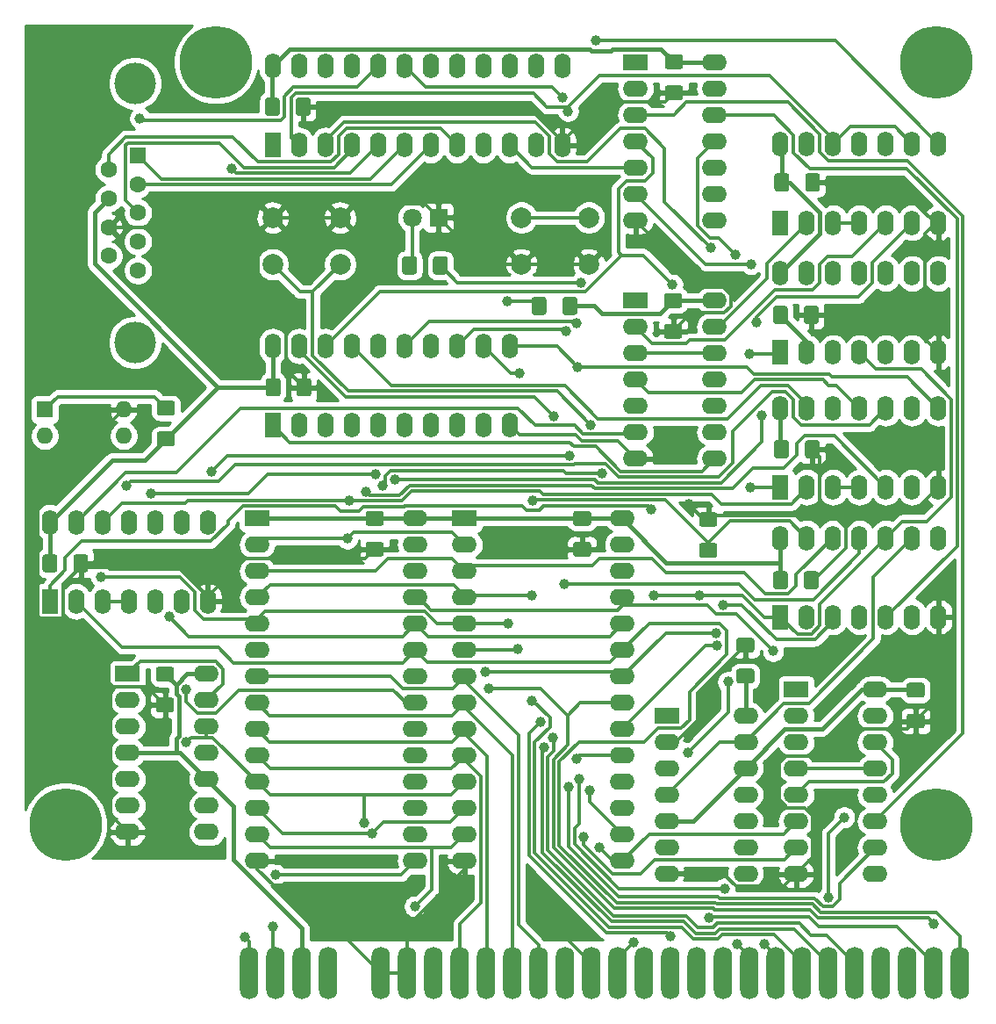
<source format=gbl>
G04 #@! TF.GenerationSoftware,KiCad,Pcbnew,(5.1.6)-1*
G04 #@! TF.CreationDate,2020-12-01T23:33:15+02:00*
G04 #@! TF.ProjectId,ZX_Multiface_3_1_4D,5a585f4d-756c-4746-9966-6163655f335f,rev?*
G04 #@! TF.SameCoordinates,Original*
G04 #@! TF.FileFunction,Copper,L2,Bot*
G04 #@! TF.FilePolarity,Positive*
%FSLAX46Y46*%
G04 Gerber Fmt 4.6, Leading zero omitted, Abs format (unit mm)*
G04 Created by KiCad (PCBNEW (5.1.6)-1) date 2020-12-01 23:33:15*
%MOMM*%
%LPD*%
G01*
G04 APERTURE LIST*
G04 #@! TA.AperFunction,ComponentPad*
%ADD10O,1.600000X2.400000*%
G04 #@! TD*
G04 #@! TA.AperFunction,ComponentPad*
%ADD11R,1.600000X2.400000*%
G04 #@! TD*
G04 #@! TA.AperFunction,ComponentPad*
%ADD12O,1.600000X1.600000*%
G04 #@! TD*
G04 #@! TA.AperFunction,ComponentPad*
%ADD13R,1.600000X1.600000*%
G04 #@! TD*
G04 #@! TA.AperFunction,ComponentPad*
%ADD14C,4.000000*%
G04 #@! TD*
G04 #@! TA.AperFunction,ComponentPad*
%ADD15C,1.600000*%
G04 #@! TD*
G04 #@! TA.AperFunction,ComponentPad*
%ADD16O,2.400000X1.600000*%
G04 #@! TD*
G04 #@! TA.AperFunction,ComponentPad*
%ADD17R,2.400000X1.600000*%
G04 #@! TD*
G04 #@! TA.AperFunction,ComponentPad*
%ADD18C,2.000000*%
G04 #@! TD*
G04 #@! TA.AperFunction,ConnectorPad*
%ADD19O,1.778000X5.080000*%
G04 #@! TD*
G04 #@! TA.AperFunction,ComponentPad*
%ADD20C,0.800000*%
G04 #@! TD*
G04 #@! TA.AperFunction,ComponentPad*
%ADD21C,7.000000*%
G04 #@! TD*
G04 #@! TA.AperFunction,ComponentPad*
%ADD22C,1.800000*%
G04 #@! TD*
G04 #@! TA.AperFunction,ComponentPad*
%ADD23R,1.800000X1.800000*%
G04 #@! TD*
G04 #@! TA.AperFunction,ViaPad*
%ADD24C,1.000000*%
G04 #@! TD*
G04 #@! TA.AperFunction,Conductor*
%ADD25C,0.300000*%
G04 #@! TD*
G04 #@! TA.AperFunction,Conductor*
%ADD26C,0.400000*%
G04 #@! TD*
G04 #@! TA.AperFunction,Conductor*
%ADD27C,0.254000*%
G04 #@! TD*
G04 APERTURE END LIST*
D10*
X102000000Y-60380000D03*
X129940000Y-68000000D03*
X104540000Y-60380000D03*
X127400000Y-68000000D03*
X107080000Y-60380000D03*
X124860000Y-68000000D03*
X109620000Y-60380000D03*
X122320000Y-68000000D03*
X112160000Y-60380000D03*
X119780000Y-68000000D03*
X114700000Y-60380000D03*
X117240000Y-68000000D03*
X117240000Y-60380000D03*
X114700000Y-68000000D03*
X119780000Y-60380000D03*
X112160000Y-68000000D03*
X122320000Y-60380000D03*
X109620000Y-68000000D03*
X124860000Y-60380000D03*
X107080000Y-68000000D03*
X127400000Y-60380000D03*
X104540000Y-68000000D03*
X129940000Y-60380000D03*
D11*
X102000000Y-68000000D03*
G04 #@! TA.AperFunction,SMDPad,CuDef*
G36*
G01*
X102679000Y-63687800D02*
X102679000Y-64937800D01*
G75*
G02*
X102429000Y-65187800I-250000J0D01*
G01*
X101504000Y-65187800D01*
G75*
G02*
X101254000Y-64937800I0J250000D01*
G01*
X101254000Y-63687800D01*
G75*
G02*
X101504000Y-63437800I250000J0D01*
G01*
X102429000Y-63437800D01*
G75*
G02*
X102679000Y-63687800I0J-250000D01*
G01*
G37*
G04 #@! TD.AperFunction*
G04 #@! TA.AperFunction,SMDPad,CuDef*
G36*
G01*
X105654000Y-63687800D02*
X105654000Y-64937800D01*
G75*
G02*
X105404000Y-65187800I-250000J0D01*
G01*
X104479000Y-65187800D01*
G75*
G02*
X104229000Y-64937800I0J250000D01*
G01*
X104229000Y-63687800D01*
G75*
G02*
X104479000Y-63437800I250000J0D01*
G01*
X105404000Y-63437800D01*
G75*
G02*
X105654000Y-63687800I0J-250000D01*
G01*
G37*
G04 #@! TD.AperFunction*
D12*
X87620000Y-93500000D03*
X80000000Y-96040000D03*
X87620000Y-96040000D03*
D13*
X80000000Y-93500000D03*
D14*
X88700000Y-87040000D03*
X88700000Y-62040000D03*
D15*
X86160000Y-78695000D03*
X86160000Y-75925000D03*
X86160000Y-73155000D03*
X86160000Y-70385000D03*
X89000000Y-80080000D03*
X89000000Y-77310000D03*
X89000000Y-74540000D03*
X89000000Y-71770000D03*
D13*
X89000000Y-69000000D03*
D16*
X115740000Y-104000000D03*
X100500000Y-137020000D03*
X115740000Y-106540000D03*
X100500000Y-134480000D03*
X115740000Y-109080000D03*
X100500000Y-131940000D03*
X115740000Y-111620000D03*
X100500000Y-129400000D03*
X115740000Y-114160000D03*
X100500000Y-126860000D03*
X115740000Y-116700000D03*
X100500000Y-124320000D03*
X115740000Y-119240000D03*
X100500000Y-121780000D03*
X115740000Y-121780000D03*
X100500000Y-119240000D03*
X115740000Y-124320000D03*
X100500000Y-116700000D03*
X115740000Y-126860000D03*
X100500000Y-114160000D03*
X115740000Y-129400000D03*
X100500000Y-111620000D03*
X115740000Y-131940000D03*
X100500000Y-109080000D03*
X115740000Y-134480000D03*
X100500000Y-106540000D03*
X115740000Y-137020000D03*
D17*
X100500000Y-104000000D03*
G04 #@! TA.AperFunction,SMDPad,CuDef*
G36*
G01*
X92319000Y-94068600D02*
X91069000Y-94068600D01*
G75*
G02*
X90819000Y-93818600I0J250000D01*
G01*
X90819000Y-92893600D01*
G75*
G02*
X91069000Y-92643600I250000J0D01*
G01*
X92319000Y-92643600D01*
G75*
G02*
X92569000Y-92893600I0J-250000D01*
G01*
X92569000Y-93818600D01*
G75*
G02*
X92319000Y-94068600I-250000J0D01*
G01*
G37*
G04 #@! TD.AperFunction*
G04 #@! TA.AperFunction,SMDPad,CuDef*
G36*
G01*
X92319000Y-97043600D02*
X91069000Y-97043600D01*
G75*
G02*
X90819000Y-96793600I0J250000D01*
G01*
X90819000Y-95868600D01*
G75*
G02*
X91069000Y-95618600I250000J0D01*
G01*
X92319000Y-95618600D01*
G75*
G02*
X92569000Y-95868600I0J-250000D01*
G01*
X92569000Y-96793600D01*
G75*
G02*
X92319000Y-97043600I-250000J0D01*
G01*
G37*
G04 #@! TD.AperFunction*
G04 #@! TA.AperFunction,SMDPad,CuDef*
G36*
G01*
X128409000Y-82890200D02*
X128409000Y-84140200D01*
G75*
G02*
X128159000Y-84390200I-250000J0D01*
G01*
X127234000Y-84390200D01*
G75*
G02*
X126984000Y-84140200I0J250000D01*
G01*
X126984000Y-82890200D01*
G75*
G02*
X127234000Y-82640200I250000J0D01*
G01*
X128159000Y-82640200D01*
G75*
G02*
X128409000Y-82890200I0J-250000D01*
G01*
G37*
G04 #@! TD.AperFunction*
G04 #@! TA.AperFunction,SMDPad,CuDef*
G36*
G01*
X131384000Y-82890200D02*
X131384000Y-84140200D01*
G75*
G02*
X131134000Y-84390200I-250000J0D01*
G01*
X130209000Y-84390200D01*
G75*
G02*
X129959000Y-84140200I0J250000D01*
G01*
X129959000Y-82890200D01*
G75*
G02*
X130209000Y-82640200I250000J0D01*
G01*
X131134000Y-82640200D01*
G75*
G02*
X131384000Y-82890200I0J-250000D01*
G01*
G37*
G04 #@! TD.AperFunction*
D18*
X132500000Y-75000000D03*
X132500000Y-79500000D03*
X126000000Y-75000000D03*
X126000000Y-79500000D03*
X108500000Y-75000000D03*
X108500000Y-79500000D03*
X102000000Y-75000000D03*
X102000000Y-79500000D03*
D19*
X99750000Y-147850000D03*
X102290000Y-147850000D03*
X107370000Y-147850000D03*
X112450000Y-147850000D03*
X114990000Y-147850000D03*
X104830000Y-147850000D03*
X163250000Y-147850000D03*
X168330000Y-147850000D03*
X135310000Y-147850000D03*
X142930000Y-147850000D03*
X155630000Y-147850000D03*
X150550000Y-147850000D03*
X127690000Y-147850000D03*
X158170000Y-147850000D03*
X117530000Y-147850000D03*
X132770000Y-147850000D03*
X140390000Y-147850000D03*
X145470000Y-147850000D03*
X153090000Y-147850000D03*
X125150000Y-147850000D03*
X165790000Y-147850000D03*
X137850000Y-147850000D03*
X122610000Y-147850000D03*
X120070000Y-147850000D03*
X130230000Y-147850000D03*
X160710000Y-147850000D03*
X148010000Y-147850000D03*
G04 #@! TA.AperFunction,SMDPad,CuDef*
G36*
G01*
X117463000Y-80228600D02*
X117463000Y-78978600D01*
G75*
G02*
X117713000Y-78728600I250000J0D01*
G01*
X118638000Y-78728600D01*
G75*
G02*
X118888000Y-78978600I0J-250000D01*
G01*
X118888000Y-80228600D01*
G75*
G02*
X118638000Y-80478600I-250000J0D01*
G01*
X117713000Y-80478600D01*
G75*
G02*
X117463000Y-80228600I0J250000D01*
G01*
G37*
G04 #@! TD.AperFunction*
G04 #@! TA.AperFunction,SMDPad,CuDef*
G36*
G01*
X114488000Y-80228600D02*
X114488000Y-78978600D01*
G75*
G02*
X114738000Y-78728600I250000J0D01*
G01*
X115663000Y-78728600D01*
G75*
G02*
X115913000Y-78978600I0J-250000D01*
G01*
X115913000Y-80228600D01*
G75*
G02*
X115663000Y-80478600I-250000J0D01*
G01*
X114738000Y-80478600D01*
G75*
G02*
X114488000Y-80228600I0J250000D01*
G01*
G37*
G04 #@! TD.AperFunction*
G04 #@! TA.AperFunction,SMDPad,CuDef*
G36*
G01*
X144643000Y-104813000D02*
X143393000Y-104813000D01*
G75*
G02*
X143143000Y-104563000I0J250000D01*
G01*
X143143000Y-103638000D01*
G75*
G02*
X143393000Y-103388000I250000J0D01*
G01*
X144643000Y-103388000D01*
G75*
G02*
X144893000Y-103638000I0J-250000D01*
G01*
X144893000Y-104563000D01*
G75*
G02*
X144643000Y-104813000I-250000J0D01*
G01*
G37*
G04 #@! TD.AperFunction*
G04 #@! TA.AperFunction,SMDPad,CuDef*
G36*
G01*
X144643000Y-107788000D02*
X143393000Y-107788000D01*
G75*
G02*
X143143000Y-107538000I0J250000D01*
G01*
X143143000Y-106613000D01*
G75*
G02*
X143393000Y-106363000I250000J0D01*
G01*
X144643000Y-106363000D01*
G75*
G02*
X144893000Y-106613000I0J-250000D01*
G01*
X144893000Y-107538000D01*
G75*
G02*
X144643000Y-107788000I-250000J0D01*
G01*
G37*
G04 #@! TD.AperFunction*
G04 #@! TA.AperFunction,SMDPad,CuDef*
G36*
G01*
X141265000Y-83705400D02*
X140015000Y-83705400D01*
G75*
G02*
X139765000Y-83455400I0J250000D01*
G01*
X139765000Y-82530400D01*
G75*
G02*
X140015000Y-82280400I250000J0D01*
G01*
X141265000Y-82280400D01*
G75*
G02*
X141515000Y-82530400I0J-250000D01*
G01*
X141515000Y-83455400D01*
G75*
G02*
X141265000Y-83705400I-250000J0D01*
G01*
G37*
G04 #@! TD.AperFunction*
G04 #@! TA.AperFunction,SMDPad,CuDef*
G36*
G01*
X141265000Y-86680400D02*
X140015000Y-86680400D01*
G75*
G02*
X139765000Y-86430400I0J250000D01*
G01*
X139765000Y-85505400D01*
G75*
G02*
X140015000Y-85255400I250000J0D01*
G01*
X141265000Y-85255400D01*
G75*
G02*
X141515000Y-85505400I0J-250000D01*
G01*
X141515000Y-86430400D01*
G75*
G02*
X141265000Y-86680400I-250000J0D01*
G01*
G37*
G04 #@! TD.AperFunction*
G04 #@! TA.AperFunction,SMDPad,CuDef*
G36*
G01*
X151829000Y-70977600D02*
X151829000Y-72227600D01*
G75*
G02*
X151579000Y-72477600I-250000J0D01*
G01*
X150654000Y-72477600D01*
G75*
G02*
X150404000Y-72227600I0J250000D01*
G01*
X150404000Y-70977600D01*
G75*
G02*
X150654000Y-70727600I250000J0D01*
G01*
X151579000Y-70727600D01*
G75*
G02*
X151829000Y-70977600I0J-250000D01*
G01*
G37*
G04 #@! TD.AperFunction*
G04 #@! TA.AperFunction,SMDPad,CuDef*
G36*
G01*
X154804000Y-70977600D02*
X154804000Y-72227600D01*
G75*
G02*
X154554000Y-72477600I-250000J0D01*
G01*
X153629000Y-72477600D01*
G75*
G02*
X153379000Y-72227600I0J250000D01*
G01*
X153379000Y-70977600D01*
G75*
G02*
X153629000Y-70727600I250000J0D01*
G01*
X154554000Y-70727600D01*
G75*
G02*
X154804000Y-70977600I0J-250000D01*
G01*
G37*
G04 #@! TD.AperFunction*
G04 #@! TA.AperFunction,SMDPad,CuDef*
G36*
G01*
X141341000Y-60693000D02*
X140091000Y-60693000D01*
G75*
G02*
X139841000Y-60443000I0J250000D01*
G01*
X139841000Y-59518000D01*
G75*
G02*
X140091000Y-59268000I250000J0D01*
G01*
X141341000Y-59268000D01*
G75*
G02*
X141591000Y-59518000I0J-250000D01*
G01*
X141591000Y-60443000D01*
G75*
G02*
X141341000Y-60693000I-250000J0D01*
G01*
G37*
G04 #@! TD.AperFunction*
G04 #@! TA.AperFunction,SMDPad,CuDef*
G36*
G01*
X141341000Y-63668000D02*
X140091000Y-63668000D01*
G75*
G02*
X139841000Y-63418000I0J250000D01*
G01*
X139841000Y-62493000D01*
G75*
G02*
X140091000Y-62243000I250000J0D01*
G01*
X141341000Y-62243000D01*
G75*
G02*
X141591000Y-62493000I0J-250000D01*
G01*
X141591000Y-63418000D01*
G75*
G02*
X141341000Y-63668000I-250000J0D01*
G01*
G37*
G04 #@! TD.AperFunction*
G04 #@! TA.AperFunction,SMDPad,CuDef*
G36*
G01*
X81216200Y-107706000D02*
X81216200Y-108956000D01*
G75*
G02*
X80966200Y-109206000I-250000J0D01*
G01*
X80041200Y-109206000D01*
G75*
G02*
X79791200Y-108956000I0J250000D01*
G01*
X79791200Y-107706000D01*
G75*
G02*
X80041200Y-107456000I250000J0D01*
G01*
X80966200Y-107456000D01*
G75*
G02*
X81216200Y-107706000I0J-250000D01*
G01*
G37*
G04 #@! TD.AperFunction*
G04 #@! TA.AperFunction,SMDPad,CuDef*
G36*
G01*
X84191200Y-107706000D02*
X84191200Y-108956000D01*
G75*
G02*
X83941200Y-109206000I-250000J0D01*
G01*
X83016200Y-109206000D01*
G75*
G02*
X82766200Y-108956000I0J250000D01*
G01*
X82766200Y-107706000D01*
G75*
G02*
X83016200Y-107456000I250000J0D01*
G01*
X83941200Y-107456000D01*
G75*
G02*
X84191200Y-107706000I0J-250000D01*
G01*
G37*
G04 #@! TD.AperFunction*
G04 #@! TA.AperFunction,SMDPad,CuDef*
G36*
G01*
X92242800Y-119723000D02*
X90992800Y-119723000D01*
G75*
G02*
X90742800Y-119473000I0J250000D01*
G01*
X90742800Y-118548000D01*
G75*
G02*
X90992800Y-118298000I250000J0D01*
G01*
X92242800Y-118298000D01*
G75*
G02*
X92492800Y-118548000I0J-250000D01*
G01*
X92492800Y-119473000D01*
G75*
G02*
X92242800Y-119723000I-250000J0D01*
G01*
G37*
G04 #@! TD.AperFunction*
G04 #@! TA.AperFunction,SMDPad,CuDef*
G36*
G01*
X92242800Y-122698000D02*
X90992800Y-122698000D01*
G75*
G02*
X90742800Y-122448000I0J250000D01*
G01*
X90742800Y-121523000D01*
G75*
G02*
X90992800Y-121273000I250000J0D01*
G01*
X92242800Y-121273000D01*
G75*
G02*
X92492800Y-121523000I0J-250000D01*
G01*
X92492800Y-122448000D01*
G75*
G02*
X92242800Y-122698000I-250000J0D01*
G01*
G37*
G04 #@! TD.AperFunction*
G04 #@! TA.AperFunction,SMDPad,CuDef*
G36*
G01*
X102755000Y-90738800D02*
X102755000Y-91988800D01*
G75*
G02*
X102505000Y-92238800I-250000J0D01*
G01*
X101580000Y-92238800D01*
G75*
G02*
X101330000Y-91988800I0J250000D01*
G01*
X101330000Y-90738800D01*
G75*
G02*
X101580000Y-90488800I250000J0D01*
G01*
X102505000Y-90488800D01*
G75*
G02*
X102755000Y-90738800I0J-250000D01*
G01*
G37*
G04 #@! TD.AperFunction*
G04 #@! TA.AperFunction,SMDPad,CuDef*
G36*
G01*
X105730000Y-90738800D02*
X105730000Y-91988800D01*
G75*
G02*
X105480000Y-92238800I-250000J0D01*
G01*
X104555000Y-92238800D01*
G75*
G02*
X104305000Y-91988800I0J250000D01*
G01*
X104305000Y-90738800D01*
G75*
G02*
X104555000Y-90488800I250000J0D01*
G01*
X105480000Y-90488800D01*
G75*
G02*
X105730000Y-90738800I0J-250000D01*
G01*
G37*
G04 #@! TD.AperFunction*
G04 #@! TA.AperFunction,SMDPad,CuDef*
G36*
G01*
X151701000Y-83753800D02*
X151701000Y-85003800D01*
G75*
G02*
X151451000Y-85253800I-250000J0D01*
G01*
X150526000Y-85253800D01*
G75*
G02*
X150276000Y-85003800I0J250000D01*
G01*
X150276000Y-83753800D01*
G75*
G02*
X150526000Y-83503800I250000J0D01*
G01*
X151451000Y-83503800D01*
G75*
G02*
X151701000Y-83753800I0J-250000D01*
G01*
G37*
G04 #@! TD.AperFunction*
G04 #@! TA.AperFunction,SMDPad,CuDef*
G36*
G01*
X154676000Y-83753800D02*
X154676000Y-85003800D01*
G75*
G02*
X154426000Y-85253800I-250000J0D01*
G01*
X153501000Y-85253800D01*
G75*
G02*
X153251000Y-85003800I0J250000D01*
G01*
X153251000Y-83753800D01*
G75*
G02*
X153501000Y-83503800I250000J0D01*
G01*
X154426000Y-83503800D01*
G75*
G02*
X154676000Y-83753800I0J-250000D01*
G01*
G37*
G04 #@! TD.AperFunction*
G04 #@! TA.AperFunction,SMDPad,CuDef*
G36*
G01*
X132476000Y-104711000D02*
X131226000Y-104711000D01*
G75*
G02*
X130976000Y-104461000I0J250000D01*
G01*
X130976000Y-103536000D01*
G75*
G02*
X131226000Y-103286000I250000J0D01*
G01*
X132476000Y-103286000D01*
G75*
G02*
X132726000Y-103536000I0J-250000D01*
G01*
X132726000Y-104461000D01*
G75*
G02*
X132476000Y-104711000I-250000J0D01*
G01*
G37*
G04 #@! TD.AperFunction*
G04 #@! TA.AperFunction,SMDPad,CuDef*
G36*
G01*
X132476000Y-107686000D02*
X131226000Y-107686000D01*
G75*
G02*
X130976000Y-107436000I0J250000D01*
G01*
X130976000Y-106511000D01*
G75*
G02*
X131226000Y-106261000I250000J0D01*
G01*
X132476000Y-106261000D01*
G75*
G02*
X132726000Y-106511000I0J-250000D01*
G01*
X132726000Y-107436000D01*
G75*
G02*
X132476000Y-107686000I-250000J0D01*
G01*
G37*
G04 #@! TD.AperFunction*
G04 #@! TA.AperFunction,SMDPad,CuDef*
G36*
G01*
X112461000Y-104711000D02*
X111211000Y-104711000D01*
G75*
G02*
X110961000Y-104461000I0J250000D01*
G01*
X110961000Y-103536000D01*
G75*
G02*
X111211000Y-103286000I250000J0D01*
G01*
X112461000Y-103286000D01*
G75*
G02*
X112711000Y-103536000I0J-250000D01*
G01*
X112711000Y-104461000D01*
G75*
G02*
X112461000Y-104711000I-250000J0D01*
G01*
G37*
G04 #@! TD.AperFunction*
G04 #@! TA.AperFunction,SMDPad,CuDef*
G36*
G01*
X112461000Y-107686000D02*
X111211000Y-107686000D01*
G75*
G02*
X110961000Y-107436000I0J250000D01*
G01*
X110961000Y-106511000D01*
G75*
G02*
X111211000Y-106261000I250000J0D01*
G01*
X112461000Y-106261000D01*
G75*
G02*
X112711000Y-106511000I0J-250000D01*
G01*
X112711000Y-107436000D01*
G75*
G02*
X112461000Y-107686000I-250000J0D01*
G01*
G37*
G04 #@! TD.AperFunction*
G04 #@! TA.AperFunction,SMDPad,CuDef*
G36*
G01*
X151803000Y-96707800D02*
X151803000Y-97957800D01*
G75*
G02*
X151553000Y-98207800I-250000J0D01*
G01*
X150628000Y-98207800D01*
G75*
G02*
X150378000Y-97957800I0J250000D01*
G01*
X150378000Y-96707800D01*
G75*
G02*
X150628000Y-96457800I250000J0D01*
G01*
X151553000Y-96457800D01*
G75*
G02*
X151803000Y-96707800I0J-250000D01*
G01*
G37*
G04 #@! TD.AperFunction*
G04 #@! TA.AperFunction,SMDPad,CuDef*
G36*
G01*
X154778000Y-96707800D02*
X154778000Y-97957800D01*
G75*
G02*
X154528000Y-98207800I-250000J0D01*
G01*
X153603000Y-98207800D01*
G75*
G02*
X153353000Y-97957800I0J250000D01*
G01*
X153353000Y-96707800D01*
G75*
G02*
X153603000Y-96457800I250000J0D01*
G01*
X154528000Y-96457800D01*
G75*
G02*
X154778000Y-96707800I0J-250000D01*
G01*
G37*
G04 #@! TD.AperFunction*
G04 #@! TA.AperFunction,SMDPad,CuDef*
G36*
G01*
X151701000Y-109332000D02*
X151701000Y-110582000D01*
G75*
G02*
X151451000Y-110832000I-250000J0D01*
G01*
X150526000Y-110832000D01*
G75*
G02*
X150276000Y-110582000I0J250000D01*
G01*
X150276000Y-109332000D01*
G75*
G02*
X150526000Y-109082000I250000J0D01*
G01*
X151451000Y-109082000D01*
G75*
G02*
X151701000Y-109332000I0J-250000D01*
G01*
G37*
G04 #@! TD.AperFunction*
G04 #@! TA.AperFunction,SMDPad,CuDef*
G36*
G01*
X154676000Y-109332000D02*
X154676000Y-110582000D01*
G75*
G02*
X154426000Y-110832000I-250000J0D01*
G01*
X153501000Y-110832000D01*
G75*
G02*
X153251000Y-110582000I0J250000D01*
G01*
X153251000Y-109332000D01*
G75*
G02*
X153501000Y-109082000I250000J0D01*
G01*
X154426000Y-109082000D01*
G75*
G02*
X154676000Y-109332000I0J-250000D01*
G01*
G37*
G04 #@! TD.AperFunction*
G04 #@! TA.AperFunction,SMDPad,CuDef*
G36*
G01*
X146974000Y-118479000D02*
X148224000Y-118479000D01*
G75*
G02*
X148474000Y-118729000I0J-250000D01*
G01*
X148474000Y-119654000D01*
G75*
G02*
X148224000Y-119904000I-250000J0D01*
G01*
X146974000Y-119904000D01*
G75*
G02*
X146724000Y-119654000I0J250000D01*
G01*
X146724000Y-118729000D01*
G75*
G02*
X146974000Y-118479000I250000J0D01*
G01*
G37*
G04 #@! TD.AperFunction*
G04 #@! TA.AperFunction,SMDPad,CuDef*
G36*
G01*
X146974000Y-115504000D02*
X148224000Y-115504000D01*
G75*
G02*
X148474000Y-115754000I0J-250000D01*
G01*
X148474000Y-116679000D01*
G75*
G02*
X148224000Y-116929000I-250000J0D01*
G01*
X146974000Y-116929000D01*
G75*
G02*
X146724000Y-116679000I0J250000D01*
G01*
X146724000Y-115754000D01*
G75*
G02*
X146974000Y-115504000I250000J0D01*
G01*
G37*
G04 #@! TD.AperFunction*
G04 #@! TA.AperFunction,SMDPad,CuDef*
G36*
G01*
X164658000Y-121272000D02*
X163408000Y-121272000D01*
G75*
G02*
X163158000Y-121022000I0J250000D01*
G01*
X163158000Y-120097000D01*
G75*
G02*
X163408000Y-119847000I250000J0D01*
G01*
X164658000Y-119847000D01*
G75*
G02*
X164908000Y-120097000I0J-250000D01*
G01*
X164908000Y-121022000D01*
G75*
G02*
X164658000Y-121272000I-250000J0D01*
G01*
G37*
G04 #@! TD.AperFunction*
G04 #@! TA.AperFunction,SMDPad,CuDef*
G36*
G01*
X164658000Y-124247000D02*
X163408000Y-124247000D01*
G75*
G02*
X163158000Y-123997000I0J250000D01*
G01*
X163158000Y-123072000D01*
G75*
G02*
X163408000Y-122822000I250000J0D01*
G01*
X164658000Y-122822000D01*
G75*
G02*
X164908000Y-123072000I0J-250000D01*
G01*
X164908000Y-123997000D01*
G75*
G02*
X164658000Y-124247000I-250000J0D01*
G01*
G37*
G04 #@! TD.AperFunction*
D16*
X95620000Y-119000000D03*
X88000000Y-134240000D03*
X95620000Y-121540000D03*
X88000000Y-131700000D03*
X95620000Y-124080000D03*
X88000000Y-129160000D03*
X95620000Y-126620000D03*
X88000000Y-126620000D03*
X95620000Y-129160000D03*
X88000000Y-124080000D03*
X95620000Y-131700000D03*
X88000000Y-121540000D03*
X95620000Y-134240000D03*
D17*
X88000000Y-119000000D03*
D10*
X151000000Y-80380000D03*
X166240000Y-88000000D03*
X153540000Y-80380000D03*
X163700000Y-88000000D03*
X156080000Y-80380000D03*
X161160000Y-88000000D03*
X158620000Y-80380000D03*
X158620000Y-88000000D03*
X161160000Y-80380000D03*
X156080000Y-88000000D03*
X163700000Y-80380000D03*
X153540000Y-88000000D03*
X166240000Y-80380000D03*
D11*
X151000000Y-88000000D03*
D10*
X151000000Y-105880000D03*
X166240000Y-113500000D03*
X153540000Y-105880000D03*
X163700000Y-113500000D03*
X156080000Y-105880000D03*
X161160000Y-113500000D03*
X158620000Y-105880000D03*
X158620000Y-113500000D03*
X161160000Y-105880000D03*
X156080000Y-113500000D03*
X163700000Y-105880000D03*
X153540000Y-113500000D03*
X166240000Y-105880000D03*
D11*
X151000000Y-113500000D03*
D16*
X144620000Y-60000000D03*
X137000000Y-75240000D03*
X144620000Y-62540000D03*
X137000000Y-72700000D03*
X144620000Y-65080000D03*
X137000000Y-70160000D03*
X144620000Y-67620000D03*
X137000000Y-67620000D03*
X144620000Y-70160000D03*
X137000000Y-65080000D03*
X144620000Y-72700000D03*
X137000000Y-62540000D03*
X144620000Y-75240000D03*
D17*
X137000000Y-60000000D03*
D16*
X135740000Y-104000000D03*
X120500000Y-137020000D03*
X135740000Y-106540000D03*
X120500000Y-134480000D03*
X135740000Y-109080000D03*
X120500000Y-131940000D03*
X135740000Y-111620000D03*
X120500000Y-129400000D03*
X135740000Y-114160000D03*
X120500000Y-126860000D03*
X135740000Y-116700000D03*
X120500000Y-124320000D03*
X135740000Y-119240000D03*
X120500000Y-121780000D03*
X135740000Y-121780000D03*
X120500000Y-119240000D03*
X135740000Y-124320000D03*
X120500000Y-116700000D03*
X135740000Y-126860000D03*
X120500000Y-114160000D03*
X135740000Y-129400000D03*
X120500000Y-111620000D03*
X135740000Y-131940000D03*
X120500000Y-109080000D03*
X135740000Y-134480000D03*
X120500000Y-106540000D03*
X135740000Y-137020000D03*
D17*
X120500000Y-104000000D03*
D20*
X167856155Y-131643845D03*
X166000000Y-130875000D03*
X164143845Y-131643845D03*
X163375000Y-133500000D03*
X164143845Y-135356155D03*
X166000000Y-136125000D03*
X167856155Y-135356155D03*
X168625000Y-133500000D03*
D21*
X166000000Y-133500000D03*
D20*
X98356155Y-58143845D03*
X96500000Y-57375000D03*
X94643845Y-58143845D03*
X93875000Y-60000000D03*
X94643845Y-61856155D03*
X96500000Y-62625000D03*
X98356155Y-61856155D03*
X99125000Y-60000000D03*
D21*
X96500000Y-60000000D03*
D20*
X83856155Y-131643845D03*
X82000000Y-130875000D03*
X80143845Y-131643845D03*
X79375000Y-133500000D03*
X80143845Y-135356155D03*
X82000000Y-136125000D03*
X83856155Y-135356155D03*
X84625000Y-133500000D03*
D21*
X82000000Y-133500000D03*
D20*
X167856155Y-58143845D03*
X166000000Y-57375000D03*
X164143845Y-58143845D03*
X163375000Y-60000000D03*
X164143845Y-61856155D03*
X166000000Y-62625000D03*
X167856155Y-61856155D03*
X168625000Y-60000000D03*
D21*
X166000000Y-60000000D03*
D16*
X144620000Y-83000000D03*
X137000000Y-98240000D03*
X144620000Y-85540000D03*
X137000000Y-95700000D03*
X144620000Y-88080000D03*
X137000000Y-93160000D03*
X144620000Y-90620000D03*
X137000000Y-90620000D03*
X144620000Y-93160000D03*
X137000000Y-88080000D03*
X144620000Y-95700000D03*
X137000000Y-85540000D03*
X144620000Y-98240000D03*
D17*
X137000000Y-83000000D03*
D10*
X151000000Y-67880000D03*
X166240000Y-75500000D03*
X153540000Y-67880000D03*
X163700000Y-75500000D03*
X156080000Y-67880000D03*
X161160000Y-75500000D03*
X158620000Y-67880000D03*
X158620000Y-75500000D03*
X161160000Y-67880000D03*
X156080000Y-75500000D03*
X163700000Y-67880000D03*
X153540000Y-75500000D03*
X166240000Y-67880000D03*
D11*
X151000000Y-75500000D03*
D10*
X80500000Y-104380000D03*
X95740000Y-112000000D03*
X83040000Y-104380000D03*
X93200000Y-112000000D03*
X85580000Y-104380000D03*
X90660000Y-112000000D03*
X88120000Y-104380000D03*
X88120000Y-112000000D03*
X90660000Y-104380000D03*
X85580000Y-112000000D03*
X93200000Y-104380000D03*
X83040000Y-112000000D03*
X95740000Y-104380000D03*
D11*
X80500000Y-112000000D03*
D10*
X102000000Y-87380000D03*
X124860000Y-95000000D03*
X104540000Y-87380000D03*
X122320000Y-95000000D03*
X107080000Y-87380000D03*
X119780000Y-95000000D03*
X109620000Y-87380000D03*
X117240000Y-95000000D03*
X112160000Y-87380000D03*
X114700000Y-95000000D03*
X114700000Y-87380000D03*
X112160000Y-95000000D03*
X117240000Y-87380000D03*
X109620000Y-95000000D03*
X119780000Y-87380000D03*
X107080000Y-95000000D03*
X122320000Y-87380000D03*
X104540000Y-95000000D03*
X124860000Y-87380000D03*
D11*
X102000000Y-95000000D03*
D10*
X151000000Y-93380000D03*
X166240000Y-101000000D03*
X153540000Y-93380000D03*
X163700000Y-101000000D03*
X156080000Y-93380000D03*
X161160000Y-101000000D03*
X158620000Y-93380000D03*
X158620000Y-101000000D03*
X161160000Y-93380000D03*
X156080000Y-101000000D03*
X163700000Y-93380000D03*
X153540000Y-101000000D03*
X166240000Y-93380000D03*
D11*
X151000000Y-101000000D03*
D16*
X147620000Y-123000000D03*
X140000000Y-138240000D03*
X147620000Y-125540000D03*
X140000000Y-135700000D03*
X147620000Y-128080000D03*
X140000000Y-133160000D03*
X147620000Y-130620000D03*
X140000000Y-130620000D03*
X147620000Y-133160000D03*
X140000000Y-128080000D03*
X147620000Y-135700000D03*
X140000000Y-125540000D03*
X147620000Y-138240000D03*
D17*
X140000000Y-123000000D03*
D16*
X160120000Y-120500000D03*
X152500000Y-138280000D03*
X160120000Y-123040000D03*
X152500000Y-135740000D03*
X160120000Y-125580000D03*
X152500000Y-133200000D03*
X160120000Y-128120000D03*
X152500000Y-130660000D03*
X160120000Y-130660000D03*
X152500000Y-128120000D03*
X160120000Y-133200000D03*
X152500000Y-125580000D03*
X160120000Y-135740000D03*
X152500000Y-123040000D03*
X160120000Y-138280000D03*
D17*
X152500000Y-120500000D03*
D22*
X115460000Y-75000000D03*
D23*
X118000000Y-75000000D03*
D24*
X124599700Y-83045000D03*
X131752500Y-81269800D03*
X132696000Y-94958800D03*
X138749600Y-111414500D03*
X143164000Y-111414500D03*
X146820000Y-145009100D03*
X150279600Y-116786100D03*
X126976000Y-121551800D03*
X126976000Y-111442900D03*
X131294900Y-127141000D03*
X131541600Y-129101600D03*
X145619700Y-139669600D03*
X102052400Y-143329600D03*
X109212100Y-105930000D03*
X111602000Y-134353000D03*
X138518200Y-103101600D03*
X128191800Y-126077000D03*
X124743800Y-114160000D03*
X85446100Y-109640500D03*
X115699200Y-141395500D03*
X132014700Y-134672400D03*
X129014400Y-125131200D03*
X125644100Y-116630300D03*
X122863200Y-120374300D03*
X93630300Y-120478300D03*
X165790000Y-143066100D03*
X99306700Y-144329500D03*
X109419800Y-102320700D03*
X112574300Y-100850600D03*
X133753300Y-99675700D03*
X149395500Y-145009100D03*
X155622300Y-140514800D03*
X157140800Y-132825400D03*
X144122800Y-142485900D03*
X91999600Y-113429700D03*
X110989500Y-101394900D03*
X130561800Y-129904700D03*
X93648900Y-125598500D03*
X110866700Y-133319800D03*
X136858300Y-144859300D03*
X144758000Y-115022800D03*
X122494400Y-118813900D03*
X144239300Y-77887600D03*
X129938200Y-63439600D03*
X132615800Y-130256500D03*
X89193000Y-65425400D03*
X102314100Y-138352100D03*
X133544500Y-135760100D03*
X142030300Y-126589600D03*
X145930800Y-119756000D03*
X148052100Y-101042300D03*
X140390000Y-144309000D03*
X127855900Y-123620400D03*
X130494500Y-64730900D03*
X131440300Y-89401300D03*
X130097600Y-110296900D03*
X129124000Y-94130800D03*
X148014800Y-88176700D03*
X146603800Y-78570600D03*
X145458600Y-112314800D03*
X140561500Y-81458200D03*
X87856000Y-100838300D03*
X113774300Y-100282000D03*
X149199600Y-94044900D03*
X148693800Y-85075600D03*
X144901500Y-116273200D03*
X148157600Y-79495600D03*
X133185800Y-57950500D03*
X131350700Y-85166900D03*
X130660700Y-97943900D03*
X96051900Y-99475200D03*
X130324000Y-85908500D03*
X98055400Y-70310200D03*
X90226500Y-101614600D03*
X111926100Y-99730400D03*
X127105200Y-102252600D03*
X125796100Y-90045000D03*
X142114400Y-102586900D03*
X156534500Y-125090600D03*
X126955900Y-141553400D03*
X124860000Y-106973500D03*
D25*
X115460000Y-75000000D02*
X115460000Y-79344100D01*
X115460000Y-79344100D02*
X115200500Y-79603600D01*
X127696500Y-83515200D02*
X127226300Y-83045000D01*
X127226300Y-83045000D02*
X124599700Y-83045000D01*
X132500000Y-75000000D02*
X126000000Y-75000000D01*
X118175500Y-79603600D02*
X119841700Y-81269800D01*
X119841700Y-81269800D02*
X131752500Y-81269800D01*
X144620000Y-65080000D02*
X150329900Y-65080000D01*
X150329900Y-65080000D02*
X152270000Y-67020100D01*
X152270000Y-67020100D02*
X152270000Y-68715800D01*
X152270000Y-68715800D02*
X153796700Y-70242500D01*
X153796700Y-70242500D02*
X163150400Y-70242500D01*
X163150400Y-70242500D02*
X168019800Y-75111900D01*
X168019800Y-75111900D02*
X168019800Y-106640200D01*
X168019800Y-106640200D02*
X161160000Y-113500000D01*
X151000000Y-113500000D02*
X149443600Y-113500000D01*
X149443600Y-113500000D02*
X147358100Y-111414500D01*
X147358100Y-111414500D02*
X143164000Y-111414500D01*
X143164000Y-111414500D02*
X138749600Y-111414500D01*
X148010000Y-147850000D02*
X148010000Y-146199100D01*
X148010000Y-146199100D02*
X146820000Y-145009100D01*
X132696000Y-94958800D02*
X129458600Y-91721400D01*
X129458600Y-91721400D02*
X109270500Y-91721400D01*
X109270500Y-91721400D02*
X105872400Y-88323300D01*
X105872400Y-88323300D02*
X105872400Y-82127600D01*
X161160000Y-105880000D02*
X162760400Y-104279600D01*
X162760400Y-104279600D02*
X165089800Y-104279600D01*
X165089800Y-104279600D02*
X167469400Y-101900000D01*
X167469400Y-101900000D02*
X167469400Y-92500400D01*
X167469400Y-92500400D02*
X164569900Y-89600900D01*
X164569900Y-89600900D02*
X160220900Y-89600900D01*
X160220900Y-89600900D02*
X158620000Y-88000000D01*
X151000000Y-113500000D02*
X152633500Y-115133500D01*
X152633500Y-115133500D02*
X154008600Y-115133500D01*
X154008600Y-115133500D02*
X154810000Y-114332100D01*
X154810000Y-114332100D02*
X154810000Y-112230000D01*
X154810000Y-112230000D02*
X161160000Y-105880000D01*
X105872400Y-82127600D02*
X108500000Y-79500000D01*
X105872400Y-82127600D02*
X104627600Y-82127600D01*
X104627600Y-82127600D02*
X102000000Y-79500000D01*
X95620000Y-121540000D02*
X97225500Y-119934500D01*
X97225500Y-119934500D02*
X97225500Y-118494400D01*
X97225500Y-118494400D02*
X96482700Y-117751600D01*
X96482700Y-117751600D02*
X89248400Y-117751600D01*
X89248400Y-117751600D02*
X88000000Y-119000000D01*
X135740000Y-116700000D02*
X138317500Y-114122500D01*
X138317500Y-114122500D02*
X145131000Y-114122500D01*
X145131000Y-114122500D02*
X145818900Y-114810400D01*
X145818900Y-114810400D02*
X145818900Y-117111200D01*
X145818900Y-117111200D02*
X142214900Y-120715200D01*
X142214900Y-120715200D02*
X142214900Y-123416000D01*
X142214900Y-123416000D02*
X141430500Y-124200400D01*
X141430500Y-124200400D02*
X139183100Y-124200400D01*
X139183100Y-124200400D02*
X137846200Y-125537300D01*
X137846200Y-125537300D02*
X131561300Y-125537300D01*
X131561300Y-125537300D02*
X129653400Y-127445200D01*
X129653400Y-127445200D02*
X129653400Y-135514900D01*
X129653400Y-135514900D02*
X135173800Y-141035300D01*
X135173800Y-141035300D02*
X144723700Y-141035300D01*
X144723700Y-141035300D02*
X144864500Y-141176100D01*
X144864500Y-141176100D02*
X154070900Y-141176100D01*
X154070900Y-141176100D02*
X154860300Y-141965500D01*
X154860300Y-141965500D02*
X166015500Y-141965500D01*
X166015500Y-141965500D02*
X168330000Y-144280000D01*
X168330000Y-144280000D02*
X168330000Y-147850000D01*
X115740000Y-116700000D02*
X116940300Y-117900300D01*
X116940300Y-117900300D02*
X134539700Y-117900300D01*
X134539700Y-117900300D02*
X135740000Y-116700000D01*
X83040000Y-112000000D02*
X87471000Y-116431000D01*
X87471000Y-116431000D02*
X96761700Y-116431000D01*
X96761700Y-116431000D02*
X98231100Y-117900400D01*
X98231100Y-117900400D02*
X114539600Y-117900400D01*
X114539600Y-117900400D02*
X115740000Y-116700000D01*
X135740000Y-112380300D02*
X143913000Y-112380300D01*
X143913000Y-112380300D02*
X144747900Y-113215200D01*
X144747900Y-113215200D02*
X146708700Y-113215200D01*
X146708700Y-113215200D02*
X150279600Y-116786100D01*
X115740000Y-111620000D02*
X116075700Y-111620000D01*
X116075700Y-111620000D02*
X117277500Y-112821800D01*
X117277500Y-112821800D02*
X135298500Y-112821800D01*
X135298500Y-112821800D02*
X135740000Y-112380300D01*
X135740000Y-112380300D02*
X135740000Y-111620000D01*
X126976000Y-121551800D02*
X127093800Y-121551800D01*
X127093800Y-121551800D02*
X128774500Y-123232500D01*
X128774500Y-123232500D02*
X128774500Y-124097900D01*
X128774500Y-124097900D02*
X127291500Y-125580900D01*
X127291500Y-125580900D02*
X127291500Y-136265800D01*
X127291500Y-136265800D02*
X134434300Y-143408600D01*
X134434300Y-143408600D02*
X141443700Y-143408600D01*
X141443700Y-143408600D02*
X142565100Y-144530000D01*
X142565100Y-144530000D02*
X144908400Y-144530000D01*
X144908400Y-144530000D02*
X145329700Y-144108700D01*
X145329700Y-144108700D02*
X150358300Y-144108700D01*
X150358300Y-144108700D02*
X153090000Y-146840400D01*
X153090000Y-146840400D02*
X153090000Y-147850000D01*
X100500000Y-111620000D02*
X101724400Y-110395600D01*
X101724400Y-110395600D02*
X119452700Y-110395600D01*
X119452700Y-110395600D02*
X120500000Y-111442900D01*
X120500000Y-111442900D02*
X126976000Y-111442900D01*
X120500000Y-111442900D02*
X120500000Y-111620000D01*
X135740000Y-126860000D02*
X131575900Y-126860000D01*
X131575900Y-126860000D02*
X131294900Y-127141000D01*
X145619700Y-139669600D02*
X135384400Y-139669600D01*
X135384400Y-139669600D02*
X131114300Y-135399500D01*
X131114300Y-135399500D02*
X131114300Y-133859000D01*
X131114300Y-133859000D02*
X131541600Y-133431700D01*
X131541600Y-133431700D02*
X131541600Y-129101600D01*
X109212100Y-105930000D02*
X109818100Y-105324000D01*
X109818100Y-105324000D02*
X119284000Y-105324000D01*
X119284000Y-105324000D02*
X120500000Y-106540000D01*
X100500000Y-106540000D02*
X101110000Y-105930000D01*
X101110000Y-105930000D02*
X109212100Y-105930000D01*
X102290000Y-147850000D02*
X102052400Y-147612400D01*
X102052400Y-147612400D02*
X102052400Y-143329600D01*
X111602000Y-134353000D02*
X112675400Y-133279600D01*
X112675400Y-133279600D02*
X119160400Y-133279600D01*
X119160400Y-133279600D02*
X120500000Y-131940000D01*
X100500000Y-131940000D02*
X102913000Y-134353000D01*
X102913000Y-134353000D02*
X111602000Y-134353000D01*
X80500000Y-112000000D02*
X80500000Y-110473300D01*
X80500000Y-110473300D02*
X81991200Y-108982100D01*
X81991200Y-108982100D02*
X81991200Y-107762000D01*
X81991200Y-107762000D02*
X83547800Y-106205400D01*
X83547800Y-106205400D02*
X96049000Y-106205400D01*
X96049000Y-106205400D02*
X97718100Y-104536300D01*
X97718100Y-104536300D02*
X97718100Y-104210600D01*
X97718100Y-104210600D02*
X99129100Y-102799600D01*
X99129100Y-102799600D02*
X108052800Y-102799600D01*
X108052800Y-102799600D02*
X108519500Y-103266300D01*
X108519500Y-103266300D02*
X110320100Y-103266300D01*
X110320100Y-103266300D02*
X110708500Y-102877900D01*
X110708500Y-102877900D02*
X114683300Y-102877900D01*
X114683300Y-102877900D02*
X114761600Y-102799600D01*
X114761600Y-102799600D02*
X126099700Y-102799600D01*
X126099700Y-102799600D02*
X126501700Y-103201600D01*
X126501700Y-103201600D02*
X127735400Y-103201600D01*
X127735400Y-103201600D02*
X128137400Y-102799600D01*
X128137400Y-102799600D02*
X138216200Y-102799600D01*
X138216200Y-102799600D02*
X138518200Y-103101600D01*
X128191800Y-126077000D02*
X128002500Y-126266300D01*
X128002500Y-126266300D02*
X128002500Y-136198600D01*
X128002500Y-136198600D02*
X134662200Y-142858300D01*
X134662200Y-142858300D02*
X141671600Y-142858300D01*
X141671600Y-142858300D02*
X142793000Y-143979700D01*
X142793000Y-143979700D02*
X144680500Y-143979700D01*
X144680500Y-143979700D02*
X145101800Y-143558400D01*
X145101800Y-143558400D02*
X152328300Y-143558400D01*
X152328300Y-143558400D02*
X155630000Y-146860100D01*
X155630000Y-146860100D02*
X155630000Y-147850000D01*
X120500000Y-114160000D02*
X124743800Y-114160000D01*
X100500000Y-113742500D02*
X101282800Y-112959700D01*
X101282800Y-112959700D02*
X116637200Y-112959700D01*
X116637200Y-112959700D02*
X117837500Y-114160000D01*
X117837500Y-114160000D02*
X120500000Y-114160000D01*
X100500000Y-114160000D02*
X100500000Y-113742500D01*
X100500000Y-113742500D02*
X95314500Y-113742500D01*
X95314500Y-113742500D02*
X94470000Y-112898000D01*
X94470000Y-112898000D02*
X94470000Y-111072400D01*
X94470000Y-111072400D02*
X93038100Y-109640500D01*
X93038100Y-109640500D02*
X85446100Y-109640500D01*
X152500000Y-135740000D02*
X151339600Y-136900400D01*
X151339600Y-136900400D02*
X138887900Y-136900400D01*
X138887900Y-136900400D02*
X137536800Y-138251500D01*
X137536800Y-138251500D02*
X134762600Y-138251500D01*
X134762600Y-138251500D02*
X132014700Y-135503600D01*
X132014700Y-135503600D02*
X132014700Y-134672400D01*
X117340400Y-135735900D02*
X101755900Y-135735900D01*
X101755900Y-135735900D02*
X100500000Y-134480000D01*
X120500000Y-134480000D02*
X119244100Y-135735900D01*
X119244100Y-135735900D02*
X117340400Y-135735900D01*
X115699200Y-141395500D02*
X117340400Y-139754300D01*
X117340400Y-139754300D02*
X117340400Y-135735900D01*
X125644100Y-116630300D02*
X125574400Y-116700000D01*
X125574400Y-116700000D02*
X120500000Y-116700000D01*
X129014400Y-125131200D02*
X129101900Y-125218700D01*
X129101900Y-125218700D02*
X129101900Y-126440300D01*
X129101900Y-126440300D02*
X128552800Y-126989400D01*
X128552800Y-126989400D02*
X128552800Y-135970700D01*
X128552800Y-135970700D02*
X134890100Y-142308000D01*
X134890100Y-142308000D02*
X141899500Y-142308000D01*
X141899500Y-142308000D02*
X142977700Y-143386200D01*
X142977700Y-143386200D02*
X144495800Y-143386200D01*
X144495800Y-143386200D02*
X144873900Y-143008100D01*
X144873900Y-143008100D02*
X152790000Y-143008100D01*
X152790000Y-143008100D02*
X153948600Y-144166700D01*
X153948600Y-144166700D02*
X155449800Y-144166700D01*
X155449800Y-144166700D02*
X158170000Y-146886900D01*
X158170000Y-146886900D02*
X158170000Y-147850000D01*
X165790000Y-143066100D02*
X165239700Y-142515800D01*
X165239700Y-142515800D02*
X154632400Y-142515800D01*
X154632400Y-142515800D02*
X153851100Y-141734500D01*
X153851100Y-141734500D02*
X144644700Y-141734500D01*
X144644700Y-141734500D02*
X144495800Y-141585600D01*
X144495800Y-141585600D02*
X134945900Y-141585600D01*
X134945900Y-141585600D02*
X129103100Y-135742800D01*
X129103100Y-135742800D02*
X129103100Y-127217300D01*
X129103100Y-127217300D02*
X130465100Y-125855300D01*
X130465100Y-125855300D02*
X130465100Y-122999700D01*
X93630300Y-120478300D02*
X93630300Y-121657200D01*
X93630300Y-121657200D02*
X94755400Y-122782300D01*
X94755400Y-122782300D02*
X96528700Y-122782300D01*
X96528700Y-122782300D02*
X98749400Y-120561600D01*
X98749400Y-120561600D02*
X113636500Y-120561600D01*
X113636500Y-120561600D02*
X114854900Y-121780000D01*
X114854900Y-121780000D02*
X115740000Y-121780000D01*
X130465100Y-122999700D02*
X127839700Y-120374300D01*
X127839700Y-120374300D02*
X122863200Y-120374300D01*
X130465100Y-122999700D02*
X131684800Y-121780000D01*
X131684800Y-121780000D02*
X135740000Y-121780000D01*
X109419800Y-102320700D02*
X114462100Y-102320700D01*
X114462100Y-102320700D02*
X115430500Y-101352300D01*
X115430500Y-101352300D02*
X127784100Y-101352300D01*
X127784100Y-101352300D02*
X128108400Y-101676600D01*
X128108400Y-101676600D02*
X134582100Y-101676600D01*
X134582100Y-101676600D02*
X134607800Y-101650900D01*
X134607800Y-101650900D02*
X144374900Y-101650900D01*
X144374900Y-101650900D02*
X145326300Y-102602300D01*
X145326300Y-102602300D02*
X152037900Y-102602300D01*
X152037900Y-102602300D02*
X153540000Y-101100200D01*
X153540000Y-101100200D02*
X153540000Y-101000000D01*
X85580000Y-104380000D02*
X87445100Y-102514900D01*
X87445100Y-102514900D02*
X93542600Y-102514900D01*
X93542600Y-102514900D02*
X93809200Y-102248300D01*
X93809200Y-102248300D02*
X109347400Y-102248300D01*
X109347400Y-102248300D02*
X109419800Y-102320700D01*
X99750000Y-147850000D02*
X99750000Y-144772800D01*
X99750000Y-144772800D02*
X99306700Y-144329500D01*
X152500000Y-128120000D02*
X160120000Y-128120000D01*
X120292100Y-127067900D02*
X122102500Y-128878300D01*
X122102500Y-128878300D02*
X122102500Y-141041000D01*
X122102500Y-141041000D02*
X120070000Y-143073500D01*
X120070000Y-143073500D02*
X120070000Y-147850000D01*
X120292100Y-127067900D02*
X120500000Y-126860000D01*
X100500000Y-126860000D02*
X101755900Y-128115900D01*
X101755900Y-128115900D02*
X119244100Y-128115900D01*
X119244100Y-128115900D02*
X120292100Y-127067900D01*
X120292100Y-124527900D02*
X122679200Y-126915000D01*
X122679200Y-126915000D02*
X122679200Y-147780800D01*
X122679200Y-147780800D02*
X122610000Y-147850000D01*
X120292100Y-124527900D02*
X119298800Y-125521200D01*
X119298800Y-125521200D02*
X101701200Y-125521200D01*
X101701200Y-125521200D02*
X100500000Y-124320000D01*
X120500000Y-124320000D02*
X120292100Y-124527900D01*
X112574300Y-100850600D02*
X112826400Y-100598500D01*
X112826400Y-100598500D02*
X112826400Y-99890500D01*
X112826400Y-99890500D02*
X113335200Y-99381700D01*
X113335200Y-99381700D02*
X130047100Y-99381700D01*
X130047100Y-99381700D02*
X130341100Y-99675700D01*
X130341100Y-99675700D02*
X133753300Y-99675700D01*
X152500000Y-130660000D02*
X153770000Y-129390000D01*
X153770000Y-129390000D02*
X160982600Y-129390000D01*
X160982600Y-129390000D02*
X161755000Y-128617600D01*
X161755000Y-128617600D02*
X161755000Y-127215000D01*
X161755000Y-127215000D02*
X160120000Y-125580000D01*
X161160000Y-75500000D02*
X157880400Y-78779600D01*
X157880400Y-78779600D02*
X155535000Y-78779600D01*
X155535000Y-78779600D02*
X154810000Y-79504600D01*
X154810000Y-79504600D02*
X154810000Y-81284100D01*
X154810000Y-81284100D02*
X154113700Y-81980400D01*
X154113700Y-81980400D02*
X150490100Y-81980400D01*
X150490100Y-81980400D02*
X145660500Y-86810000D01*
X145660500Y-86810000D02*
X142242600Y-86810000D01*
X142242600Y-86810000D02*
X141940200Y-87112400D01*
X141940200Y-87112400D02*
X138572400Y-87112400D01*
X138572400Y-87112400D02*
X137000000Y-85540000D01*
X124860000Y-68000000D02*
X127020000Y-70160000D01*
X127020000Y-70160000D02*
X137000000Y-70160000D01*
X155622300Y-140514800D02*
X155622300Y-134343900D01*
X155622300Y-134343900D02*
X157140800Y-132825400D01*
X156080000Y-105880000D02*
X156002800Y-105880000D01*
X156002800Y-105880000D02*
X152476000Y-109406800D01*
X152476000Y-109406800D02*
X152476000Y-110482200D01*
X152476000Y-110482200D02*
X151716200Y-111242000D01*
X151716200Y-111242000D02*
X149520200Y-111242000D01*
X149520200Y-111242000D02*
X147489600Y-109211400D01*
X147489600Y-109211400D02*
X139935300Y-109211400D01*
X139935300Y-109211400D02*
X138603200Y-107879300D01*
X138603200Y-107879300D02*
X133488400Y-107879300D01*
X133488400Y-107879300D02*
X132838100Y-108529600D01*
X132838100Y-108529600D02*
X121050300Y-108529600D01*
X121050300Y-108529600D02*
X120500000Y-109079900D01*
X120500000Y-109079900D02*
X120500000Y-109080000D01*
X100500000Y-109080000D02*
X111912000Y-109080000D01*
X111912000Y-109080000D02*
X113118100Y-107873900D01*
X113118100Y-107873900D02*
X119294000Y-107873900D01*
X119294000Y-107873900D02*
X120500000Y-109079900D01*
X150550000Y-147850000D02*
X150550000Y-146163600D01*
X150550000Y-146163600D02*
X149395500Y-145009100D01*
X135740000Y-114160000D02*
X134511200Y-115388800D01*
X134511200Y-115388800D02*
X116968800Y-115388800D01*
X116968800Y-115388800D02*
X115740000Y-114160000D01*
X115740000Y-114160000D02*
X114539600Y-115360400D01*
X114539600Y-115360400D02*
X93930300Y-115360400D01*
X93930300Y-115360400D02*
X91999600Y-113429700D01*
X144122800Y-142485900D02*
X144180100Y-142428600D01*
X144180100Y-142428600D02*
X153766900Y-142428600D01*
X153766900Y-142428600D02*
X154679500Y-143341200D01*
X154679500Y-143341200D02*
X162230300Y-143341200D01*
X162230300Y-143341200D02*
X165790000Y-146900900D01*
X165790000Y-146900900D02*
X165790000Y-147850000D01*
X110989500Y-101394900D02*
X111345500Y-101750900D01*
X111345500Y-101750900D02*
X114253700Y-101750900D01*
X114253700Y-101750900D02*
X115202600Y-100802000D01*
X115202600Y-100802000D02*
X132744500Y-100802000D01*
X132744500Y-100802000D02*
X133068800Y-101126300D01*
X133068800Y-101126300D02*
X134354200Y-101126300D01*
X134354200Y-101126300D02*
X134379900Y-101100600D01*
X134379900Y-101100600D02*
X146428200Y-101100600D01*
X146428200Y-101100600D02*
X148355600Y-99173200D01*
X148355600Y-99173200D02*
X151296300Y-99173200D01*
X151296300Y-99173200D02*
X152578000Y-97891500D01*
X152578000Y-97891500D02*
X152578000Y-96810200D01*
X152578000Y-96810200D02*
X153332900Y-96055300D01*
X153332900Y-96055300D02*
X156215300Y-96055300D01*
X156215300Y-96055300D02*
X161160000Y-101000000D01*
X160120000Y-135740000D02*
X156679000Y-139181000D01*
X156679000Y-139181000D02*
X156679000Y-140759100D01*
X156679000Y-140759100D02*
X156022900Y-141415200D01*
X156022900Y-141415200D02*
X155088200Y-141415200D01*
X155088200Y-141415200D02*
X154298800Y-140625800D01*
X154298800Y-140625800D02*
X145092400Y-140625800D01*
X145092400Y-140625800D02*
X144951600Y-140485000D01*
X144951600Y-140485000D02*
X135421600Y-140485000D01*
X135421600Y-140485000D02*
X130561800Y-135625200D01*
X130561800Y-135625200D02*
X130561800Y-129904700D01*
X110866700Y-130670000D02*
X119230000Y-130670000D01*
X119230000Y-130670000D02*
X120500000Y-129400000D01*
X100500000Y-129400000D02*
X101770000Y-130670000D01*
X101770000Y-130670000D02*
X110866700Y-130670000D01*
X110866700Y-130670000D02*
X110866700Y-133319800D01*
X95620000Y-125107400D02*
X94140000Y-125107400D01*
X94140000Y-125107400D02*
X93648900Y-125598500D01*
X100500000Y-129400000D02*
X96207400Y-125107400D01*
X96207400Y-125107400D02*
X95620000Y-125107400D01*
X95620000Y-125107400D02*
X95620000Y-124080000D01*
X135310000Y-147850000D02*
X135310000Y-146407600D01*
X135310000Y-146407600D02*
X136858300Y-144859300D01*
X120292100Y-121987900D02*
X125150000Y-126845800D01*
X125150000Y-126845800D02*
X125150000Y-147850000D01*
X120292100Y-121987900D02*
X120500000Y-121780000D01*
X100500000Y-121780000D02*
X101703600Y-122983600D01*
X101703600Y-122983600D02*
X119296400Y-122983600D01*
X119296400Y-122983600D02*
X120292100Y-121987900D01*
X135740000Y-119240000D02*
X139957200Y-115022800D01*
X139957200Y-115022800D02*
X144758000Y-115022800D01*
X107080000Y-68000000D02*
X107080000Y-67577200D01*
X107080000Y-67577200D02*
X108888100Y-65769100D01*
X108888100Y-65769100D02*
X127321700Y-65769100D01*
X127321700Y-65769100D02*
X128670000Y-67117400D01*
X128670000Y-67117400D02*
X128670000Y-68841000D01*
X128670000Y-68841000D02*
X129438600Y-69609600D01*
X129438600Y-69609600D02*
X132340200Y-69609600D01*
X132340200Y-69609600D02*
X135544600Y-66405200D01*
X135544600Y-66405200D02*
X137898400Y-66405200D01*
X137898400Y-66405200D02*
X139823200Y-68330000D01*
X139823200Y-68330000D02*
X139823200Y-73471500D01*
X139823200Y-73471500D02*
X144239300Y-77887600D01*
X122494400Y-118813900D02*
X135313900Y-118813900D01*
X135313900Y-118813900D02*
X135740000Y-119240000D01*
X114700000Y-60380000D02*
X116744900Y-62424900D01*
X116744900Y-62424900D02*
X128923500Y-62424900D01*
X128923500Y-62424900D02*
X129938200Y-63439600D01*
X135740000Y-134480000D02*
X132615800Y-131355800D01*
X132615800Y-131355800D02*
X132615800Y-130256500D01*
X120319400Y-119464800D02*
X119343900Y-120440300D01*
X119343900Y-120440300D02*
X114568700Y-120440300D01*
X114568700Y-120440300D02*
X113368400Y-119240000D01*
X113368400Y-119240000D02*
X100500000Y-119240000D01*
X120500000Y-119240000D02*
X120500000Y-119284200D01*
X120500000Y-119284200D02*
X120319400Y-119464800D01*
X127690000Y-147850000D02*
X127690000Y-145162700D01*
X127690000Y-145162700D02*
X125700400Y-143173100D01*
X125700400Y-143173100D02*
X125700400Y-124845900D01*
X125700400Y-124845900D02*
X120319400Y-119464800D01*
X115740000Y-137020000D02*
X114407900Y-138352100D01*
X114407900Y-138352100D02*
X102314100Y-138352100D01*
X152500000Y-133200000D02*
X151270000Y-134430000D01*
X151270000Y-134430000D02*
X138330000Y-134430000D01*
X138330000Y-134430000D02*
X135740000Y-137020000D01*
X89193000Y-65425400D02*
X89360900Y-65593300D01*
X89360900Y-65593300D02*
X102758500Y-65593300D01*
X102758500Y-65593300D02*
X103080400Y-65271400D01*
X103080400Y-65271400D02*
X103080400Y-63352400D01*
X103080400Y-63352400D02*
X104007900Y-62424900D01*
X104007900Y-62424900D02*
X110115100Y-62424900D01*
X110115100Y-62424900D02*
X112160000Y-60380000D01*
X135740000Y-137020000D02*
X134804400Y-137020000D01*
X134804400Y-137020000D02*
X133544500Y-135760100D01*
X145930800Y-119756000D02*
X145930800Y-122689100D01*
X145930800Y-122689100D02*
X142030300Y-126589600D01*
X151000000Y-101000000D02*
X150957700Y-101042300D01*
X150957700Y-101042300D02*
X148052100Y-101042300D01*
X127855900Y-123620400D02*
X126741200Y-124735100D01*
X126741200Y-124735100D02*
X126741200Y-136493700D01*
X126741200Y-136493700D02*
X134206400Y-143958900D01*
X134206400Y-143958900D02*
X140039900Y-143958900D01*
X140039900Y-143958900D02*
X140390000Y-144309000D01*
X130494500Y-64340200D02*
X128454200Y-64340200D01*
X128454200Y-64340200D02*
X127144600Y-63030600D01*
X127144600Y-63030600D02*
X104180900Y-63030600D01*
X104180900Y-63030600D02*
X103814500Y-63397000D01*
X103814500Y-63397000D02*
X103814500Y-67274500D01*
X103814500Y-67274500D02*
X104540000Y-68000000D01*
X156285300Y-67674700D02*
X149921200Y-61310600D01*
X149921200Y-61310600D02*
X133524100Y-61310600D01*
X133524100Y-61310600D02*
X130494500Y-64340200D01*
X130494500Y-64340200D02*
X130494500Y-64730900D01*
X156285300Y-67674700D02*
X156080000Y-67880000D01*
X163700000Y-67880000D02*
X162057700Y-66237700D01*
X162057700Y-66237700D02*
X157722300Y-66237700D01*
X157722300Y-66237700D02*
X156285300Y-67674700D01*
X137000000Y-90620000D02*
X138270000Y-91890000D01*
X138270000Y-91890000D02*
X147205400Y-91890000D01*
X147205400Y-91890000D02*
X148484300Y-90611100D01*
X148484300Y-90611100D02*
X155072900Y-90611100D01*
X155072900Y-90611100D02*
X155623200Y-91161400D01*
X155623200Y-91161400D02*
X156401400Y-91161400D01*
X156401400Y-91161400D02*
X158620000Y-93380000D01*
X160120000Y-133200000D02*
X168572900Y-124747100D01*
X168572900Y-124747100D02*
X168572900Y-74886500D01*
X168572900Y-74886500D02*
X163194700Y-69508300D01*
X163194700Y-69508300D02*
X155610400Y-69508300D01*
X155610400Y-69508300D02*
X154810000Y-68707900D01*
X154810000Y-68707900D02*
X154810000Y-66984700D01*
X154810000Y-66984700D02*
X151704900Y-63879600D01*
X151704900Y-63879600D02*
X141904400Y-63879600D01*
X141904400Y-63879600D02*
X140704000Y-65080000D01*
X140704000Y-65080000D02*
X137000000Y-65080000D01*
X140000000Y-130620000D02*
X145080000Y-125540000D01*
X145080000Y-125540000D02*
X147620000Y-125540000D01*
X147620000Y-125540000D02*
X151320300Y-121839700D01*
X151320300Y-121839700D02*
X153727900Y-121839700D01*
X153727900Y-121839700D02*
X159957900Y-115609700D01*
X159957900Y-115609700D02*
X159957900Y-109622100D01*
X159957900Y-109622100D02*
X163700000Y-105880000D01*
X166240000Y-93380000D02*
X163196000Y-90336000D01*
X163196000Y-90336000D02*
X155965100Y-90336000D01*
X155965100Y-90336000D02*
X155689800Y-90060700D01*
X155689800Y-90060700D02*
X148426400Y-90060700D01*
X148426400Y-90060700D02*
X147767000Y-89401300D01*
X147767000Y-89401300D02*
X131440300Y-89401300D01*
X124860000Y-87380000D02*
X129419000Y-87380000D01*
X129419000Y-87380000D02*
X131440300Y-89401300D01*
X158620000Y-105880000D02*
X158620000Y-107383400D01*
X158620000Y-107383400D02*
X154187100Y-111816300D01*
X154187100Y-111816300D02*
X148538300Y-111816300D01*
X148538300Y-111816300D02*
X147018900Y-110296900D01*
X147018900Y-110296900D02*
X130097600Y-110296900D01*
X104540000Y-87380000D02*
X104540000Y-87769000D01*
X104540000Y-87769000D02*
X109042700Y-92271700D01*
X109042700Y-92271700D02*
X127264900Y-92271700D01*
X127264900Y-92271700D02*
X129124000Y-94130800D01*
X146603800Y-78570600D02*
X145020500Y-76987300D01*
X145020500Y-76987300D02*
X144205900Y-76987300D01*
X144205900Y-76987300D02*
X142970400Y-75751800D01*
X142970400Y-75751800D02*
X142970400Y-69269600D01*
X142970400Y-69269600D02*
X144620000Y-67620000D01*
X148014800Y-88176700D02*
X150823300Y-88176700D01*
X150823300Y-88176700D02*
X151000000Y-88000000D01*
X156080000Y-113500000D02*
X156080000Y-113920300D01*
X156080000Y-113920300D02*
X154316400Y-115683900D01*
X154316400Y-115683900D02*
X150595100Y-115683900D01*
X150595100Y-115683900D02*
X147226000Y-112314800D01*
X147226000Y-112314800D02*
X145458600Y-112314800D01*
X135674900Y-78620700D02*
X135347800Y-78293600D01*
X135347800Y-78293600D02*
X135347800Y-72186500D01*
X135347800Y-72186500D02*
X136104300Y-71430000D01*
X136104300Y-71430000D02*
X137898300Y-71430000D01*
X137898300Y-71430000D02*
X138642800Y-70685500D01*
X138642800Y-70685500D02*
X138642800Y-69262800D01*
X138642800Y-69262800D02*
X137000000Y-67620000D01*
X107080000Y-87380000D02*
X112324900Y-82135100D01*
X112324900Y-82135100D02*
X131344600Y-82135100D01*
X131344600Y-82135100D02*
X131379600Y-82170100D01*
X131379600Y-82170100D02*
X132125500Y-82170100D01*
X132125500Y-82170100D02*
X135674900Y-78620700D01*
X135674900Y-78620700D02*
X137724000Y-78620700D01*
X137724000Y-78620700D02*
X140561500Y-81458200D01*
X153540000Y-93380000D02*
X153540000Y-93005300D01*
X153540000Y-93005300D02*
X151696200Y-91161500D01*
X151696200Y-91161500D02*
X149096600Y-91161500D01*
X149096600Y-91161500D02*
X145881900Y-94376200D01*
X145881900Y-94376200D02*
X133386700Y-94376200D01*
X133386700Y-94376200D02*
X130181600Y-91171100D01*
X130181600Y-91171100D02*
X113411100Y-91171100D01*
X113411100Y-91171100D02*
X109620000Y-87380000D01*
X144620000Y-85540000D02*
X145010000Y-85540000D01*
X145010000Y-85540000D02*
X149711300Y-80838700D01*
X149711300Y-80838700D02*
X149711300Y-79449800D01*
X149711300Y-79449800D02*
X153540000Y-75621100D01*
X153540000Y-75621100D02*
X153540000Y-75500000D01*
X156080000Y-101000000D02*
X158620000Y-101000000D01*
X87856000Y-100838300D02*
X88318800Y-100375500D01*
X88318800Y-100375500D02*
X96798200Y-100375500D01*
X96798200Y-100375500D02*
X98392800Y-98780900D01*
X98392800Y-98780900D02*
X130224500Y-98780900D01*
X130224500Y-98780900D02*
X130287800Y-98844200D01*
X130287800Y-98844200D02*
X131033700Y-98844200D01*
X131033700Y-98844200D02*
X131160300Y-98717600D01*
X131160300Y-98717600D02*
X134068500Y-98717600D01*
X134068500Y-98717600D02*
X135350900Y-100000000D01*
X135350900Y-100000000D02*
X145013600Y-100000000D01*
X145013600Y-100000000D02*
X146368400Y-98645200D01*
X146368400Y-98645200D02*
X146368400Y-95602900D01*
X146368400Y-95602900D02*
X150205900Y-91765400D01*
X150205900Y-91765400D02*
X151487400Y-91765400D01*
X151487400Y-91765400D02*
X152270000Y-92548000D01*
X152270000Y-92548000D02*
X152270000Y-94274200D01*
X152270000Y-94274200D02*
X152981700Y-94985900D01*
X152981700Y-94985900D02*
X159554100Y-94985900D01*
X159554100Y-94985900D02*
X161160000Y-93380000D01*
X149199600Y-94044900D02*
X149199600Y-96611800D01*
X149199600Y-96611800D02*
X145261100Y-100550300D01*
X145261100Y-100550300D02*
X134152000Y-100550300D01*
X134152000Y-100550300D02*
X134126300Y-100576000D01*
X134126300Y-100576000D02*
X133380400Y-100576000D01*
X133380400Y-100576000D02*
X133056100Y-100251700D01*
X133056100Y-100251700D02*
X113804600Y-100251700D01*
X113804600Y-100251700D02*
X113774300Y-100282000D01*
X163700000Y-75500000D02*
X159890000Y-79310000D01*
X159890000Y-79310000D02*
X159890000Y-81253300D01*
X159890000Y-81253300D02*
X158521400Y-82621900D01*
X158521400Y-82621900D02*
X150627000Y-82621900D01*
X150627000Y-82621900D02*
X148693800Y-84555100D01*
X148693800Y-84555100D02*
X148693800Y-85075600D01*
X135740000Y-124320000D02*
X143786800Y-116273200D01*
X143786800Y-116273200D02*
X144901500Y-116273200D01*
X156080000Y-75500000D02*
X158620000Y-75500000D01*
X137000000Y-72700000D02*
X143795600Y-79495600D01*
X143795600Y-79495600D02*
X148157600Y-79495600D01*
X166240000Y-67880000D02*
X156310500Y-57950500D01*
X156310500Y-57950500D02*
X133185800Y-57950500D01*
X114700000Y-87380000D02*
X117113600Y-84966400D01*
X117113600Y-84966400D02*
X131150200Y-84966400D01*
X131150200Y-84966400D02*
X131350700Y-85166900D01*
X102000000Y-95000000D02*
X103661700Y-96661700D01*
X103661700Y-96661700D02*
X130652000Y-96661700D01*
X130652000Y-96661700D02*
X131052300Y-97062000D01*
X131052300Y-97062000D02*
X133191300Y-97062000D01*
X133191300Y-97062000D02*
X135578900Y-99449600D01*
X135578900Y-99449600D02*
X143410400Y-99449600D01*
X143410400Y-99449600D02*
X144620000Y-98240000D01*
X83040000Y-104380000D02*
X87822900Y-99597100D01*
X87822900Y-99597100D02*
X92697300Y-99597100D01*
X92697300Y-99597100D02*
X98903900Y-93390500D01*
X98903900Y-93390500D02*
X125684400Y-93390500D01*
X125684400Y-93390500D02*
X127325100Y-95031200D01*
X127325100Y-95031200D02*
X131111100Y-95031200D01*
X131111100Y-95031200D02*
X131939100Y-95859200D01*
X131939100Y-95859200D02*
X136840800Y-95859200D01*
X136840800Y-95859200D02*
X137000000Y-95700000D01*
X85580000Y-112000000D02*
X88120000Y-112000000D01*
X96051900Y-99475200D02*
X97583200Y-97943900D01*
X97583200Y-97943900D02*
X130660700Y-97943900D01*
X137000000Y-88080000D02*
X144620000Y-88080000D01*
X119780000Y-87380000D02*
X121393200Y-85766800D01*
X121393200Y-85766800D02*
X130182300Y-85766800D01*
X130182300Y-85766800D02*
X130324000Y-85908500D01*
D26*
X100500000Y-104000000D02*
X111834500Y-104000000D01*
X111834500Y-104000000D02*
X111836000Y-103998500D01*
X147620000Y-128080000D02*
X142540000Y-133160000D01*
X142540000Y-133160000D02*
X140000000Y-133160000D01*
X160120000Y-120500000D02*
X158820000Y-120500000D01*
X158820000Y-120500000D02*
X155010000Y-124310000D01*
X155010000Y-124310000D02*
X151390000Y-124310000D01*
X151390000Y-124310000D02*
X147620000Y-128080000D01*
X140640000Y-82992900D02*
X139382500Y-84250400D01*
X139382500Y-84250400D02*
X133753300Y-84250400D01*
X133753300Y-84250400D02*
X133018100Y-83515200D01*
X133018100Y-83515200D02*
X130671500Y-83515200D01*
X144620000Y-83000000D02*
X140647100Y-83000000D01*
X140647100Y-83000000D02*
X140640000Y-82992900D01*
X164033000Y-120559500D02*
X163973500Y-120500000D01*
X163973500Y-120500000D02*
X160120000Y-120500000D01*
X102000000Y-60380000D02*
X103656100Y-58723900D01*
X103656100Y-58723900D02*
X132601700Y-58723900D01*
X132601700Y-58723900D02*
X132778600Y-58900800D01*
X132778600Y-58900800D02*
X134631900Y-58900800D01*
X134631900Y-58900800D02*
X134808800Y-58723900D01*
X134808800Y-58723900D02*
X139459400Y-58723900D01*
X139459400Y-58723900D02*
X140716000Y-59980500D01*
X80503700Y-104380000D02*
X80503700Y-108331000D01*
X91694000Y-96331100D02*
X89645500Y-98379600D01*
X89645500Y-98379600D02*
X86504100Y-98379600D01*
X86504100Y-98379600D02*
X80503700Y-104380000D01*
X80503700Y-104380000D02*
X80500000Y-104380000D01*
X144620000Y-60000000D02*
X140735500Y-60000000D01*
X140735500Y-60000000D02*
X140716000Y-59980500D01*
X96703800Y-91321300D02*
X102000000Y-91321300D01*
X91694000Y-96331100D02*
X96703800Y-91321300D01*
X96703800Y-91321300D02*
X84830300Y-79447800D01*
X84830300Y-79447800D02*
X84830300Y-74484700D01*
X84830300Y-74484700D02*
X86160000Y-73155000D01*
X104830000Y-147850000D02*
X104830000Y-143543800D01*
X104830000Y-143543800D02*
X98180000Y-136893800D01*
X98180000Y-136893800D02*
X98180000Y-131720000D01*
X98180000Y-131720000D02*
X95620000Y-129160000D01*
X135740000Y-104000000D02*
X139993500Y-108253500D01*
X139993500Y-108253500D02*
X150988500Y-108253500D01*
X151000000Y-80380000D02*
X154810000Y-76570000D01*
X154810000Y-76570000D02*
X154810000Y-74547100D01*
X154810000Y-74547100D02*
X151865500Y-71602600D01*
X151865500Y-71602600D02*
X151116500Y-71602600D01*
X153540000Y-88000000D02*
X153540000Y-86930300D01*
X153540000Y-86930300D02*
X150988500Y-84378800D01*
X92698600Y-126620000D02*
X93080000Y-126620000D01*
X93080000Y-126620000D02*
X95620000Y-129160000D01*
X88000000Y-126620000D02*
X92698600Y-126620000D01*
X92686000Y-120078700D02*
X92680000Y-120084700D01*
X92680000Y-120084700D02*
X92680000Y-120871900D01*
X92680000Y-120871900D02*
X92944200Y-121136100D01*
X92944200Y-121136100D02*
X92944200Y-124959300D01*
X92944200Y-124959300D02*
X92698600Y-125204900D01*
X92698600Y-125204900D02*
X92698600Y-126620000D01*
X95620000Y-119000000D02*
X93764700Y-119000000D01*
X93764700Y-119000000D02*
X92686000Y-120078700D01*
X92686000Y-120078700D02*
X91617800Y-119010500D01*
X131851000Y-103998500D02*
X131852500Y-104000000D01*
X131852500Y-104000000D02*
X135740000Y-104000000D01*
X150988500Y-108253500D02*
X150988500Y-109957000D01*
X151000000Y-105880000D02*
X150988500Y-105891500D01*
X150988500Y-105891500D02*
X150988500Y-108253500D01*
X147620000Y-123000000D02*
X147620000Y-119212500D01*
X147620000Y-119212500D02*
X147599000Y-119191500D01*
X151000000Y-93380000D02*
X151000000Y-97242300D01*
X151000000Y-97242300D02*
X151090500Y-97332800D01*
X115740000Y-104000000D02*
X111837500Y-104000000D01*
X111837500Y-104000000D02*
X111836000Y-103998500D01*
X120500000Y-104000000D02*
X115740000Y-104000000D01*
X120500000Y-104000000D02*
X131849500Y-104000000D01*
X131849500Y-104000000D02*
X131851000Y-103998500D01*
X101966500Y-64312800D02*
X101966500Y-60413500D01*
X101966500Y-60413500D02*
X102000000Y-60380000D01*
X102000000Y-91321300D02*
X102042500Y-91363800D01*
X102000000Y-87380000D02*
X102000000Y-91321300D01*
X151116500Y-71602600D02*
X151116500Y-67996500D01*
X151116500Y-67996500D02*
X151000000Y-67880000D01*
D25*
X119780000Y-68000000D02*
X118153200Y-66373200D01*
X118153200Y-66373200D02*
X109128800Y-66373200D01*
X109128800Y-66373200D02*
X108350000Y-67152000D01*
X108350000Y-67152000D02*
X108350000Y-68880700D01*
X108350000Y-68880700D02*
X107626200Y-69604500D01*
X107626200Y-69604500D02*
X100550600Y-69604500D01*
X100550600Y-69604500D02*
X98162200Y-67216100D01*
X98162200Y-67216100D02*
X87823300Y-67216100D01*
X87823300Y-67216100D02*
X86160000Y-68879400D01*
X86160000Y-68879400D02*
X86160000Y-70385000D01*
X98055400Y-70310200D02*
X98462400Y-70717200D01*
X98462400Y-70717200D02*
X109442800Y-70717200D01*
X109442800Y-70717200D02*
X112160000Y-68000000D01*
X89000000Y-74540000D02*
X87799700Y-73339700D01*
X87799700Y-73339700D02*
X87799700Y-68031200D01*
X87799700Y-68031200D02*
X88053200Y-67777700D01*
X88053200Y-67777700D02*
X96853800Y-67777700D01*
X96853800Y-67777700D02*
X99242900Y-70166800D01*
X99242900Y-70166800D02*
X107905400Y-70166800D01*
X107905400Y-70166800D02*
X109620000Y-68452200D01*
X109620000Y-68452200D02*
X109620000Y-68000000D01*
X89000000Y-71770000D02*
X89047800Y-71817800D01*
X89047800Y-71817800D02*
X113422200Y-71817800D01*
X113422200Y-71817800D02*
X117240000Y-68000000D01*
X89000000Y-69000000D02*
X91267500Y-71267500D01*
X91267500Y-71267500D02*
X111432500Y-71267500D01*
X111432500Y-71267500D02*
X114700000Y-68000000D01*
X90226500Y-101614600D02*
X99619200Y-101614600D01*
X99619200Y-101614600D02*
X101503400Y-99730400D01*
X101503400Y-99730400D02*
X111926100Y-99730400D01*
X80000000Y-93500000D02*
X81251500Y-92248500D01*
X81251500Y-92248500D02*
X90586400Y-92248500D01*
X90586400Y-92248500D02*
X91694000Y-93356100D01*
X127105200Y-102252600D02*
X127130900Y-102226900D01*
X127130900Y-102226900D02*
X134810000Y-102226900D01*
X134810000Y-102226900D02*
X134835600Y-102201300D01*
X134835600Y-102201300D02*
X139858500Y-102201300D01*
X139858500Y-102201300D02*
X144018000Y-106360800D01*
X144018000Y-106360800D02*
X144018000Y-107075500D01*
X153540000Y-105880000D02*
X151898000Y-104238000D01*
X151898000Y-104238000D02*
X146140800Y-104238000D01*
X146140800Y-104238000D02*
X144018000Y-106360800D01*
X122320000Y-87380000D02*
X124985000Y-90045000D01*
X124985000Y-90045000D02*
X125796100Y-90045000D01*
X140000000Y-125540000D02*
X140869300Y-125540000D01*
X140869300Y-125540000D02*
X142959700Y-123449600D01*
X142959700Y-123449600D02*
X142959700Y-120855800D01*
X142959700Y-120855800D02*
X147599000Y-116216500D01*
X124860000Y-95000000D02*
X125784500Y-95924500D01*
X125784500Y-95924500D02*
X131226000Y-95924500D01*
X131226000Y-95924500D02*
X131813100Y-96511600D01*
X131813100Y-96511600D02*
X135271600Y-96511600D01*
X135271600Y-96511600D02*
X137000000Y-98240000D01*
X118000000Y-75000000D02*
X122500000Y-79500000D01*
X122500000Y-79500000D02*
X126000000Y-79500000D01*
X108500000Y-75000000D02*
X109801400Y-73698600D01*
X109801400Y-73698600D02*
X116698600Y-73698600D01*
X116698600Y-73698600D02*
X118000000Y-75000000D01*
X142114400Y-102586900D02*
X143628000Y-104100500D01*
X143628000Y-104100500D02*
X144018000Y-104100500D01*
X137000000Y-75240000D02*
X143448100Y-81688100D01*
X143448100Y-81688100D02*
X145429100Y-81688100D01*
X145429100Y-81688100D02*
X146220600Y-82479600D01*
X146220600Y-82479600D02*
X146220600Y-83551000D01*
X146220600Y-83551000D02*
X145571200Y-84200400D01*
X145571200Y-84200400D02*
X142407500Y-84200400D01*
X142407500Y-84200400D02*
X140640000Y-85967900D01*
X100574600Y-76425400D02*
X100574600Y-81951700D01*
X100574600Y-81951700D02*
X103270000Y-84647100D01*
X103270000Y-84647100D02*
X103270000Y-89616300D01*
X103270000Y-89616300D02*
X105017500Y-91363800D01*
X102000000Y-75000000D02*
X100574600Y-76425400D01*
X86160000Y-75925000D02*
X100074200Y-75925000D01*
X100074200Y-75925000D02*
X100574600Y-76425400D01*
X108500000Y-75000000D02*
X102000000Y-75000000D01*
X129940000Y-67609000D02*
X133739000Y-63810000D01*
X133739000Y-63810000D02*
X139861500Y-63810000D01*
X139861500Y-63810000D02*
X140716000Y-62955500D01*
X114990000Y-147850000D02*
X112450000Y-147850000D01*
X114990000Y-147850000D02*
X114990000Y-143378000D01*
X114990000Y-143378000D02*
X120500000Y-137868000D01*
X120500000Y-137868000D02*
X120500000Y-137020000D01*
X100500000Y-137020000D02*
X100500000Y-137811200D01*
X100500000Y-137811200D02*
X102084700Y-139395900D01*
X102084700Y-139395900D02*
X103995900Y-139395900D01*
X103995900Y-139395900D02*
X112450000Y-147850000D01*
X166240000Y-113500000D02*
X166240000Y-121327500D01*
X166240000Y-121327500D02*
X164033000Y-123534500D01*
X86634300Y-120200400D02*
X89832700Y-120200400D01*
X89832700Y-120200400D02*
X91617800Y-121985500D01*
X81789400Y-113600400D02*
X81789400Y-115355500D01*
X81789400Y-115355500D02*
X86634300Y-120200400D01*
X88000000Y-134240000D02*
X86362300Y-132602300D01*
X86362300Y-132602300D02*
X86362300Y-120472400D01*
X86362300Y-120472400D02*
X86634300Y-120200400D01*
X81789400Y-113600400D02*
X81789400Y-110362500D01*
X81789400Y-110362500D02*
X83478700Y-108673200D01*
X87620000Y-93500000D02*
X79299600Y-101820400D01*
X79299600Y-101820400D02*
X79299600Y-113396700D01*
X79299600Y-113396700D02*
X79503300Y-113600400D01*
X79503300Y-113600400D02*
X81789400Y-113600400D01*
X83478700Y-108673200D02*
X92893400Y-108673200D01*
X92893400Y-108673200D02*
X95740000Y-111519800D01*
X83478700Y-108331000D02*
X83478700Y-108673200D01*
X131851000Y-106973500D02*
X124860000Y-106973500D01*
X156534500Y-125090600D02*
X154727100Y-126898000D01*
X154727100Y-126898000D02*
X151540200Y-126898000D01*
X151540200Y-126898000D02*
X150849800Y-127588400D01*
X150849800Y-127588400D02*
X150849800Y-131107800D01*
X150849800Y-131107800D02*
X151672000Y-131930000D01*
X151672000Y-131930000D02*
X153369900Y-131930000D01*
X153369900Y-131930000D02*
X154103400Y-132663500D01*
X154103400Y-132663500D02*
X154103400Y-136676600D01*
X154103400Y-136676600D02*
X152500000Y-138280000D01*
X164033000Y-123534500D02*
X163257500Y-124310000D01*
X163257500Y-124310000D02*
X157315100Y-124310000D01*
X157315100Y-124310000D02*
X156534500Y-125090600D01*
X104941500Y-64312800D02*
X126643800Y-64312800D01*
X126643800Y-64312800D02*
X129940000Y-67609000D01*
X95740000Y-111519800D02*
X95740000Y-112000000D01*
X95740000Y-111519800D02*
X99385200Y-107874600D01*
X99385200Y-107874600D02*
X110934900Y-107874600D01*
X110934900Y-107874600D02*
X111836000Y-106973500D01*
X132500000Y-79500000D02*
X126000000Y-79500000D01*
X126955900Y-141553400D02*
X127439500Y-141553400D01*
X127439500Y-141553400D02*
X132770000Y-146883900D01*
X132770000Y-146883900D02*
X132770000Y-147850000D01*
X166240000Y-101000000D02*
X164251400Y-102988600D01*
X164251400Y-102988600D02*
X159242300Y-102988600D01*
X159242300Y-102988600D02*
X157294800Y-104936100D01*
X157294800Y-104936100D02*
X157294800Y-106811300D01*
X157294800Y-106811300D02*
X154149100Y-109957000D01*
X154149100Y-109957000D02*
X153963500Y-109957000D01*
X154747300Y-102459300D02*
X154818000Y-102459300D01*
X154818000Y-102459300D02*
X157294800Y-104936100D01*
X144018000Y-104100500D02*
X144431500Y-103687000D01*
X144431500Y-103687000D02*
X153519600Y-103687000D01*
X153519600Y-103687000D02*
X154747300Y-102459300D01*
X154065500Y-97332800D02*
X154747300Y-98014600D01*
X154747300Y-98014600D02*
X154747300Y-102459300D01*
X154091500Y-71602600D02*
X162001900Y-71602600D01*
X162001900Y-71602600D02*
X165965700Y-75566400D01*
X129940000Y-68000000D02*
X129940000Y-67609000D01*
X152500000Y-138280000D02*
X151306300Y-139473700D01*
X151306300Y-139473700D02*
X146717100Y-139473700D01*
X146717100Y-139473700D02*
X145483400Y-138240000D01*
X145483400Y-138240000D02*
X140000000Y-138240000D01*
X165965700Y-75566400D02*
X166032100Y-75500000D01*
X166032100Y-75500000D02*
X166240000Y-75500000D01*
X163189300Y-84378800D02*
X164970000Y-82598100D01*
X164970000Y-82598100D02*
X164970000Y-76562100D01*
X164970000Y-76562100D02*
X165965700Y-75566400D01*
X163189300Y-84378800D02*
X153963500Y-84378800D01*
X166240000Y-88000000D02*
X163189300Y-84949300D01*
X163189300Y-84949300D02*
X163189300Y-84378800D01*
D27*
G36*
X118725633Y-136588182D02*
G01*
X118708096Y-136670961D01*
X118830085Y-136893000D01*
X120373000Y-136893000D01*
X120373000Y-136873000D01*
X120627000Y-136873000D01*
X120627000Y-136893000D01*
X120647000Y-136893000D01*
X120647000Y-137147000D01*
X120627000Y-137147000D01*
X120627000Y-138455000D01*
X121027000Y-138455000D01*
X121304514Y-138402650D01*
X121317501Y-138397421D01*
X121317501Y-140715841D01*
X119542190Y-142491153D01*
X119512236Y-142515736D01*
X119414138Y-142635268D01*
X119341246Y-142771641D01*
X119296359Y-142919614D01*
X119285000Y-143034940D01*
X119285000Y-143034947D01*
X119281203Y-143073500D01*
X119285000Y-143112053D01*
X119285000Y-144653000D01*
X105665000Y-144653000D01*
X105665000Y-143584818D01*
X105669040Y-143543799D01*
X105652918Y-143380111D01*
X105605172Y-143222713D01*
X105527636Y-143077654D01*
X105499741Y-143043664D01*
X105423291Y-142950509D01*
X105391427Y-142924359D01*
X101859297Y-139392230D01*
X101983033Y-139443483D01*
X102202312Y-139487100D01*
X102425888Y-139487100D01*
X102645167Y-139443483D01*
X102851724Y-139357924D01*
X103037620Y-139233712D01*
X103134232Y-139137100D01*
X114369347Y-139137100D01*
X114407900Y-139140897D01*
X114446453Y-139137100D01*
X114446461Y-139137100D01*
X114561787Y-139125741D01*
X114709760Y-139080854D01*
X114846133Y-139007962D01*
X114965664Y-138909864D01*
X114990247Y-138879910D01*
X115415157Y-138455000D01*
X116210492Y-138455000D01*
X116421309Y-138434236D01*
X116555400Y-138393560D01*
X116555400Y-139429142D01*
X115724043Y-140260500D01*
X115587412Y-140260500D01*
X115368133Y-140304117D01*
X115161576Y-140389676D01*
X114975680Y-140513888D01*
X114817588Y-140671980D01*
X114693376Y-140857876D01*
X114607817Y-141064433D01*
X114564200Y-141283712D01*
X114564200Y-141507288D01*
X114607817Y-141726567D01*
X114693376Y-141933124D01*
X114817588Y-142119020D01*
X114975680Y-142277112D01*
X115161576Y-142401324D01*
X115368133Y-142486883D01*
X115587412Y-142530500D01*
X115810988Y-142530500D01*
X116030267Y-142486883D01*
X116236824Y-142401324D01*
X116422720Y-142277112D01*
X116580812Y-142119020D01*
X116705024Y-141933124D01*
X116790583Y-141726567D01*
X116834200Y-141507288D01*
X116834200Y-141370657D01*
X117868217Y-140336641D01*
X117898164Y-140312064D01*
X117996262Y-140192533D01*
X118069154Y-140056160D01*
X118114041Y-139908187D01*
X118125400Y-139792861D01*
X118125400Y-139792854D01*
X118129197Y-139754301D01*
X118125400Y-139715748D01*
X118125400Y-137369039D01*
X118708096Y-137369039D01*
X118725633Y-137451818D01*
X118836285Y-137711646D01*
X118995500Y-137944895D01*
X119197161Y-138142601D01*
X119433517Y-138297166D01*
X119695486Y-138402650D01*
X119973000Y-138455000D01*
X120373000Y-138455000D01*
X120373000Y-137147000D01*
X118830085Y-137147000D01*
X118708096Y-137369039D01*
X118125400Y-137369039D01*
X118125400Y-136520900D01*
X118754286Y-136520900D01*
X118725633Y-136588182D01*
G37*
X118725633Y-136588182D02*
X118708096Y-136670961D01*
X118830085Y-136893000D01*
X120373000Y-136893000D01*
X120373000Y-136873000D01*
X120627000Y-136873000D01*
X120627000Y-136893000D01*
X120647000Y-136893000D01*
X120647000Y-137147000D01*
X120627000Y-137147000D01*
X120627000Y-138455000D01*
X121027000Y-138455000D01*
X121304514Y-138402650D01*
X121317501Y-138397421D01*
X121317501Y-140715841D01*
X119542190Y-142491153D01*
X119512236Y-142515736D01*
X119414138Y-142635268D01*
X119341246Y-142771641D01*
X119296359Y-142919614D01*
X119285000Y-143034940D01*
X119285000Y-143034947D01*
X119281203Y-143073500D01*
X119285000Y-143112053D01*
X119285000Y-144653000D01*
X105665000Y-144653000D01*
X105665000Y-143584818D01*
X105669040Y-143543799D01*
X105652918Y-143380111D01*
X105605172Y-143222713D01*
X105527636Y-143077654D01*
X105499741Y-143043664D01*
X105423291Y-142950509D01*
X105391427Y-142924359D01*
X101859297Y-139392230D01*
X101983033Y-139443483D01*
X102202312Y-139487100D01*
X102425888Y-139487100D01*
X102645167Y-139443483D01*
X102851724Y-139357924D01*
X103037620Y-139233712D01*
X103134232Y-139137100D01*
X114369347Y-139137100D01*
X114407900Y-139140897D01*
X114446453Y-139137100D01*
X114446461Y-139137100D01*
X114561787Y-139125741D01*
X114709760Y-139080854D01*
X114846133Y-139007962D01*
X114965664Y-138909864D01*
X114990247Y-138879910D01*
X115415157Y-138455000D01*
X116210492Y-138455000D01*
X116421309Y-138434236D01*
X116555400Y-138393560D01*
X116555400Y-139429142D01*
X115724043Y-140260500D01*
X115587412Y-140260500D01*
X115368133Y-140304117D01*
X115161576Y-140389676D01*
X114975680Y-140513888D01*
X114817588Y-140671980D01*
X114693376Y-140857876D01*
X114607817Y-141064433D01*
X114564200Y-141283712D01*
X114564200Y-141507288D01*
X114607817Y-141726567D01*
X114693376Y-141933124D01*
X114817588Y-142119020D01*
X114975680Y-142277112D01*
X115161576Y-142401324D01*
X115368133Y-142486883D01*
X115587412Y-142530500D01*
X115810988Y-142530500D01*
X116030267Y-142486883D01*
X116236824Y-142401324D01*
X116422720Y-142277112D01*
X116580812Y-142119020D01*
X116705024Y-141933124D01*
X116790583Y-141726567D01*
X116834200Y-141507288D01*
X116834200Y-141370657D01*
X117868217Y-140336641D01*
X117898164Y-140312064D01*
X117996262Y-140192533D01*
X118069154Y-140056160D01*
X118114041Y-139908187D01*
X118125400Y-139792861D01*
X118125400Y-139792854D01*
X118129197Y-139754301D01*
X118125400Y-139715748D01*
X118125400Y-137369039D01*
X118708096Y-137369039D01*
X118725633Y-137451818D01*
X118836285Y-137711646D01*
X118995500Y-137944895D01*
X119197161Y-138142601D01*
X119433517Y-138297166D01*
X119695486Y-138402650D01*
X119973000Y-138455000D01*
X120373000Y-138455000D01*
X120373000Y-137147000D01*
X118830085Y-137147000D01*
X118708096Y-137369039D01*
X118125400Y-137369039D01*
X118125400Y-136520900D01*
X118754286Y-136520900D01*
X118725633Y-136588182D01*
G36*
X133624058Y-144486716D02*
G01*
X133648636Y-144516664D01*
X133678584Y-144541242D01*
X133678587Y-144541245D01*
X133685517Y-144546932D01*
X133768167Y-144614762D01*
X133839706Y-144653000D01*
X128287210Y-144653000D01*
X128276596Y-144640067D01*
X128272345Y-144634887D01*
X128272342Y-144634884D01*
X128247764Y-144604936D01*
X128217816Y-144580358D01*
X126485400Y-142847943D01*
X126485400Y-137348057D01*
X133624058Y-144486716D01*
G37*
X133624058Y-144486716D02*
X133648636Y-144516664D01*
X133678584Y-144541242D01*
X133678587Y-144541245D01*
X133685517Y-144546932D01*
X133768167Y-144614762D01*
X133839706Y-144653000D01*
X128287210Y-144653000D01*
X128276596Y-144640067D01*
X128272345Y-144634887D01*
X128272342Y-144634884D01*
X128247764Y-144604936D01*
X128217816Y-144580358D01*
X126485400Y-142847943D01*
X126485400Y-137348057D01*
X133624058Y-144486716D01*
G36*
X158305764Y-130378691D02*
G01*
X158278057Y-130660000D01*
X158305764Y-130941309D01*
X158387818Y-131211808D01*
X158521068Y-131461101D01*
X158700392Y-131679608D01*
X158918899Y-131858932D01*
X159051858Y-131930000D01*
X158918899Y-132001068D01*
X158700392Y-132180392D01*
X158521068Y-132398899D01*
X158387818Y-132648192D01*
X158305764Y-132918691D01*
X158278057Y-133200000D01*
X158305764Y-133481309D01*
X158387818Y-133751808D01*
X158521068Y-134001101D01*
X158700392Y-134219608D01*
X158918899Y-134398932D01*
X159051858Y-134470000D01*
X158918899Y-134541068D01*
X158700392Y-134720392D01*
X158521068Y-134938899D01*
X158387818Y-135188192D01*
X158305764Y-135458691D01*
X158278057Y-135740000D01*
X158305764Y-136021309D01*
X158387818Y-136291808D01*
X158412276Y-136337567D01*
X156407300Y-138342543D01*
X156407300Y-134669057D01*
X157115958Y-133960400D01*
X157252588Y-133960400D01*
X157471867Y-133916783D01*
X157678424Y-133831224D01*
X157864320Y-133707012D01*
X158022412Y-133548920D01*
X158146624Y-133363024D01*
X158232183Y-133156467D01*
X158275800Y-132937188D01*
X158275800Y-132713612D01*
X158232183Y-132494333D01*
X158146624Y-132287776D01*
X158022412Y-132101880D01*
X157864320Y-131943788D01*
X157678424Y-131819576D01*
X157471867Y-131734017D01*
X157252588Y-131690400D01*
X157029012Y-131690400D01*
X156809733Y-131734017D01*
X156603176Y-131819576D01*
X156417280Y-131943788D01*
X156259188Y-132101880D01*
X156134976Y-132287776D01*
X156049417Y-132494333D01*
X156005800Y-132713612D01*
X156005800Y-132850242D01*
X155094485Y-133761558D01*
X155064537Y-133786136D01*
X155039959Y-133816084D01*
X155039955Y-133816088D01*
X155014049Y-133847655D01*
X154966439Y-133905667D01*
X154937659Y-133959512D01*
X154893546Y-134042041D01*
X154848659Y-134190014D01*
X154833503Y-134343900D01*
X154837301Y-134382463D01*
X154837300Y-139694668D01*
X154740688Y-139791280D01*
X154651765Y-139924362D01*
X154600660Y-139897046D01*
X154452687Y-139852159D01*
X154337361Y-139840800D01*
X154337353Y-139840800D01*
X154298800Y-139837003D01*
X154260247Y-139840800D01*
X146742882Y-139840800D01*
X146754700Y-139781388D01*
X146754700Y-139598424D01*
X146938691Y-139654236D01*
X147149508Y-139675000D01*
X148090492Y-139675000D01*
X148301309Y-139654236D01*
X148571808Y-139572182D01*
X148821101Y-139438932D01*
X149039608Y-139259608D01*
X149218932Y-139041101D01*
X149352182Y-138791808D01*
X149401556Y-138629039D01*
X150708096Y-138629039D01*
X150725633Y-138711818D01*
X150836285Y-138971646D01*
X150995500Y-139204895D01*
X151197161Y-139402601D01*
X151433517Y-139557166D01*
X151695486Y-139662650D01*
X151973000Y-139715000D01*
X152373000Y-139715000D01*
X152373000Y-138407000D01*
X152627000Y-138407000D01*
X152627000Y-139715000D01*
X153027000Y-139715000D01*
X153304514Y-139662650D01*
X153566483Y-139557166D01*
X153802839Y-139402601D01*
X154004500Y-139204895D01*
X154163715Y-138971646D01*
X154274367Y-138711818D01*
X154291904Y-138629039D01*
X154169915Y-138407000D01*
X152627000Y-138407000D01*
X152373000Y-138407000D01*
X150830085Y-138407000D01*
X150708096Y-138629039D01*
X149401556Y-138629039D01*
X149434236Y-138521309D01*
X149461943Y-138240000D01*
X149434236Y-137958691D01*
X149352182Y-137688192D01*
X149350690Y-137685400D01*
X150794956Y-137685400D01*
X150725633Y-137848182D01*
X150708096Y-137930961D01*
X150830085Y-138153000D01*
X152373000Y-138153000D01*
X152373000Y-138133000D01*
X152627000Y-138133000D01*
X152627000Y-138153000D01*
X154169915Y-138153000D01*
X154291904Y-137930961D01*
X154274367Y-137848182D01*
X154163715Y-137588354D01*
X154004500Y-137355105D01*
X153802839Y-137157399D01*
X153573259Y-137007265D01*
X153701101Y-136938932D01*
X153919608Y-136759608D01*
X154098932Y-136541101D01*
X154232182Y-136291808D01*
X154314236Y-136021309D01*
X154341943Y-135740000D01*
X154314236Y-135458691D01*
X154232182Y-135188192D01*
X154098932Y-134938899D01*
X153919608Y-134720392D01*
X153701101Y-134541068D01*
X153568142Y-134470000D01*
X153701101Y-134398932D01*
X153919608Y-134219608D01*
X154098932Y-134001101D01*
X154232182Y-133751808D01*
X154314236Y-133481309D01*
X154341943Y-133200000D01*
X154314236Y-132918691D01*
X154232182Y-132648192D01*
X154098932Y-132398899D01*
X153919608Y-132180392D01*
X153701101Y-132001068D01*
X153568142Y-131930000D01*
X153701101Y-131858932D01*
X153919608Y-131679608D01*
X154098932Y-131461101D01*
X154232182Y-131211808D01*
X154314236Y-130941309D01*
X154341943Y-130660000D01*
X154314236Y-130378691D01*
X154252448Y-130175000D01*
X158367552Y-130175000D01*
X158305764Y-130378691D01*
G37*
X158305764Y-130378691D02*
X158278057Y-130660000D01*
X158305764Y-130941309D01*
X158387818Y-131211808D01*
X158521068Y-131461101D01*
X158700392Y-131679608D01*
X158918899Y-131858932D01*
X159051858Y-131930000D01*
X158918899Y-132001068D01*
X158700392Y-132180392D01*
X158521068Y-132398899D01*
X158387818Y-132648192D01*
X158305764Y-132918691D01*
X158278057Y-133200000D01*
X158305764Y-133481309D01*
X158387818Y-133751808D01*
X158521068Y-134001101D01*
X158700392Y-134219608D01*
X158918899Y-134398932D01*
X159051858Y-134470000D01*
X158918899Y-134541068D01*
X158700392Y-134720392D01*
X158521068Y-134938899D01*
X158387818Y-135188192D01*
X158305764Y-135458691D01*
X158278057Y-135740000D01*
X158305764Y-136021309D01*
X158387818Y-136291808D01*
X158412276Y-136337567D01*
X156407300Y-138342543D01*
X156407300Y-134669057D01*
X157115958Y-133960400D01*
X157252588Y-133960400D01*
X157471867Y-133916783D01*
X157678424Y-133831224D01*
X157864320Y-133707012D01*
X158022412Y-133548920D01*
X158146624Y-133363024D01*
X158232183Y-133156467D01*
X158275800Y-132937188D01*
X158275800Y-132713612D01*
X158232183Y-132494333D01*
X158146624Y-132287776D01*
X158022412Y-132101880D01*
X157864320Y-131943788D01*
X157678424Y-131819576D01*
X157471867Y-131734017D01*
X157252588Y-131690400D01*
X157029012Y-131690400D01*
X156809733Y-131734017D01*
X156603176Y-131819576D01*
X156417280Y-131943788D01*
X156259188Y-132101880D01*
X156134976Y-132287776D01*
X156049417Y-132494333D01*
X156005800Y-132713612D01*
X156005800Y-132850242D01*
X155094485Y-133761558D01*
X155064537Y-133786136D01*
X155039959Y-133816084D01*
X155039955Y-133816088D01*
X155014049Y-133847655D01*
X154966439Y-133905667D01*
X154937659Y-133959512D01*
X154893546Y-134042041D01*
X154848659Y-134190014D01*
X154833503Y-134343900D01*
X154837301Y-134382463D01*
X154837300Y-139694668D01*
X154740688Y-139791280D01*
X154651765Y-139924362D01*
X154600660Y-139897046D01*
X154452687Y-139852159D01*
X154337361Y-139840800D01*
X154337353Y-139840800D01*
X154298800Y-139837003D01*
X154260247Y-139840800D01*
X146742882Y-139840800D01*
X146754700Y-139781388D01*
X146754700Y-139598424D01*
X146938691Y-139654236D01*
X147149508Y-139675000D01*
X148090492Y-139675000D01*
X148301309Y-139654236D01*
X148571808Y-139572182D01*
X148821101Y-139438932D01*
X149039608Y-139259608D01*
X149218932Y-139041101D01*
X149352182Y-138791808D01*
X149401556Y-138629039D01*
X150708096Y-138629039D01*
X150725633Y-138711818D01*
X150836285Y-138971646D01*
X150995500Y-139204895D01*
X151197161Y-139402601D01*
X151433517Y-139557166D01*
X151695486Y-139662650D01*
X151973000Y-139715000D01*
X152373000Y-139715000D01*
X152373000Y-138407000D01*
X152627000Y-138407000D01*
X152627000Y-139715000D01*
X153027000Y-139715000D01*
X153304514Y-139662650D01*
X153566483Y-139557166D01*
X153802839Y-139402601D01*
X154004500Y-139204895D01*
X154163715Y-138971646D01*
X154274367Y-138711818D01*
X154291904Y-138629039D01*
X154169915Y-138407000D01*
X152627000Y-138407000D01*
X152373000Y-138407000D01*
X150830085Y-138407000D01*
X150708096Y-138629039D01*
X149401556Y-138629039D01*
X149434236Y-138521309D01*
X149461943Y-138240000D01*
X149434236Y-137958691D01*
X149352182Y-137688192D01*
X149350690Y-137685400D01*
X150794956Y-137685400D01*
X150725633Y-137848182D01*
X150708096Y-137930961D01*
X150830085Y-138153000D01*
X152373000Y-138153000D01*
X152373000Y-138133000D01*
X152627000Y-138133000D01*
X152627000Y-138153000D01*
X154169915Y-138153000D01*
X154291904Y-137930961D01*
X154274367Y-137848182D01*
X154163715Y-137588354D01*
X154004500Y-137355105D01*
X153802839Y-137157399D01*
X153573259Y-137007265D01*
X153701101Y-136938932D01*
X153919608Y-136759608D01*
X154098932Y-136541101D01*
X154232182Y-136291808D01*
X154314236Y-136021309D01*
X154341943Y-135740000D01*
X154314236Y-135458691D01*
X154232182Y-135188192D01*
X154098932Y-134938899D01*
X153919608Y-134720392D01*
X153701101Y-134541068D01*
X153568142Y-134470000D01*
X153701101Y-134398932D01*
X153919608Y-134219608D01*
X154098932Y-134001101D01*
X154232182Y-133751808D01*
X154314236Y-133481309D01*
X154341943Y-133200000D01*
X154314236Y-132918691D01*
X154232182Y-132648192D01*
X154098932Y-132398899D01*
X153919608Y-132180392D01*
X153701101Y-132001068D01*
X153568142Y-131930000D01*
X153701101Y-131858932D01*
X153919608Y-131679608D01*
X154098932Y-131461101D01*
X154232182Y-131211808D01*
X154314236Y-130941309D01*
X154341943Y-130660000D01*
X154314236Y-130378691D01*
X154252448Y-130175000D01*
X158367552Y-130175000D01*
X158305764Y-130378691D01*
G36*
X145887818Y-137688192D02*
G01*
X145805764Y-137958691D01*
X145778057Y-138240000D01*
X145805764Y-138521309D01*
X145814824Y-138551176D01*
X145731488Y-138534600D01*
X145507912Y-138534600D01*
X145288633Y-138578217D01*
X145082076Y-138663776D01*
X144896180Y-138787988D01*
X144799568Y-138884600D01*
X141683750Y-138884600D01*
X141774367Y-138671818D01*
X141791904Y-138589039D01*
X141669915Y-138367000D01*
X140127000Y-138367000D01*
X140127000Y-138387000D01*
X139873000Y-138387000D01*
X139873000Y-138367000D01*
X139853000Y-138367000D01*
X139853000Y-138113000D01*
X139873000Y-138113000D01*
X139873000Y-138093000D01*
X140127000Y-138093000D01*
X140127000Y-138113000D01*
X141669915Y-138113000D01*
X141791904Y-137890961D01*
X141774367Y-137808182D01*
X141722078Y-137685400D01*
X145889310Y-137685400D01*
X145887818Y-137688192D01*
G37*
X145887818Y-137688192D02*
X145805764Y-137958691D01*
X145778057Y-138240000D01*
X145805764Y-138521309D01*
X145814824Y-138551176D01*
X145731488Y-138534600D01*
X145507912Y-138534600D01*
X145288633Y-138578217D01*
X145082076Y-138663776D01*
X144896180Y-138787988D01*
X144799568Y-138884600D01*
X141683750Y-138884600D01*
X141774367Y-138671818D01*
X141791904Y-138589039D01*
X141669915Y-138367000D01*
X140127000Y-138367000D01*
X140127000Y-138387000D01*
X139873000Y-138387000D01*
X139873000Y-138367000D01*
X139853000Y-138367000D01*
X139853000Y-138113000D01*
X139873000Y-138113000D01*
X139873000Y-138093000D01*
X140127000Y-138093000D01*
X140127000Y-138113000D01*
X141669915Y-138113000D01*
X141791904Y-137890961D01*
X141774367Y-137808182D01*
X141722078Y-137685400D01*
X145889310Y-137685400D01*
X145887818Y-137688192D01*
G36*
X113925764Y-136738691D02*
G01*
X113898057Y-137020000D01*
X113925764Y-137301309D01*
X114006390Y-137567100D01*
X103134232Y-137567100D01*
X103037620Y-137470488D01*
X102851724Y-137346276D01*
X102645167Y-137260717D01*
X102425888Y-137217100D01*
X102208428Y-137217100D01*
X102169915Y-137147000D01*
X100627000Y-137147000D01*
X100627000Y-137167000D01*
X100373000Y-137167000D01*
X100373000Y-137147000D01*
X100353000Y-137147000D01*
X100353000Y-136893000D01*
X100373000Y-136893000D01*
X100373000Y-136873000D01*
X100627000Y-136873000D01*
X100627000Y-136893000D01*
X102169915Y-136893000D01*
X102291904Y-136670961D01*
X102274367Y-136588182D01*
X102245714Y-136520900D01*
X113991829Y-136520900D01*
X113925764Y-136738691D01*
G37*
X113925764Y-136738691D02*
X113898057Y-137020000D01*
X113925764Y-137301309D01*
X114006390Y-137567100D01*
X103134232Y-137567100D01*
X103037620Y-137470488D01*
X102851724Y-137346276D01*
X102645167Y-137260717D01*
X102425888Y-137217100D01*
X102208428Y-137217100D01*
X102169915Y-137147000D01*
X100627000Y-137147000D01*
X100627000Y-137167000D01*
X100373000Y-137167000D01*
X100373000Y-137147000D01*
X100353000Y-137147000D01*
X100353000Y-136893000D01*
X100373000Y-136893000D01*
X100373000Y-136873000D01*
X100627000Y-136873000D01*
X100627000Y-136893000D01*
X102169915Y-136893000D01*
X102291904Y-136670961D01*
X102274367Y-136588182D01*
X102245714Y-136520900D01*
X113991829Y-136520900D01*
X113925764Y-136738691D01*
G36*
X93864091Y-56788136D02*
G01*
X93288136Y-57364091D01*
X92835611Y-58041343D01*
X92523906Y-58793865D01*
X92365000Y-59592738D01*
X92365000Y-60407262D01*
X92523906Y-61206135D01*
X92835611Y-61958657D01*
X93288136Y-62635909D01*
X93864091Y-63211864D01*
X94541343Y-63664389D01*
X95293865Y-63976094D01*
X96092738Y-64135000D01*
X96907262Y-64135000D01*
X97706135Y-63976094D01*
X98458657Y-63664389D01*
X99135909Y-63211864D01*
X99711864Y-62635909D01*
X100164389Y-61958657D01*
X100476094Y-61206135D01*
X100565000Y-60759175D01*
X100565000Y-60850492D01*
X100585764Y-61061309D01*
X100667818Y-61331808D01*
X100801068Y-61581101D01*
X100980393Y-61799608D01*
X101131501Y-61923619D01*
X101131500Y-62884780D01*
X101010614Y-62949395D01*
X100876038Y-63059838D01*
X100765595Y-63194414D01*
X100683528Y-63347950D01*
X100632992Y-63514546D01*
X100615928Y-63687800D01*
X100615928Y-64808300D01*
X90145720Y-64808300D01*
X90074612Y-64701880D01*
X89916520Y-64543788D01*
X89772780Y-64447744D01*
X89948141Y-64375107D01*
X90379715Y-64086738D01*
X90746738Y-63719715D01*
X91035107Y-63288141D01*
X91233739Y-62808601D01*
X91335000Y-62299525D01*
X91335000Y-61780475D01*
X91233739Y-61271399D01*
X91035107Y-60791859D01*
X90746738Y-60360285D01*
X90379715Y-59993262D01*
X89948141Y-59704893D01*
X89468601Y-59506261D01*
X88959525Y-59405000D01*
X88440475Y-59405000D01*
X87931399Y-59506261D01*
X87451859Y-59704893D01*
X87020285Y-59993262D01*
X86653262Y-60360285D01*
X86364893Y-60791859D01*
X86166261Y-61271399D01*
X86065000Y-61780475D01*
X86065000Y-62299525D01*
X86166261Y-62808601D01*
X86364893Y-63288141D01*
X86653262Y-63719715D01*
X87020285Y-64086738D01*
X87451859Y-64375107D01*
X87931399Y-64573739D01*
X88355225Y-64658043D01*
X88311388Y-64701880D01*
X88187176Y-64887776D01*
X88101617Y-65094333D01*
X88058000Y-65313612D01*
X88058000Y-65537188D01*
X88101617Y-65756467D01*
X88187176Y-65963024D01*
X88311388Y-66148920D01*
X88469480Y-66307012D01*
X88655190Y-66431100D01*
X87861852Y-66431100D01*
X87823299Y-66427303D01*
X87784746Y-66431100D01*
X87784739Y-66431100D01*
X87683790Y-66441043D01*
X87669412Y-66442459D01*
X87659368Y-66445506D01*
X87521440Y-66487346D01*
X87385067Y-66560238D01*
X87349306Y-66589587D01*
X87295487Y-66633755D01*
X87295484Y-66633758D01*
X87265536Y-66658336D01*
X87240958Y-66688284D01*
X85632190Y-68297053D01*
X85602236Y-68321636D01*
X85504138Y-68441168D01*
X85431246Y-68577541D01*
X85386359Y-68725514D01*
X85375000Y-68840840D01*
X85375000Y-68840847D01*
X85371203Y-68879400D01*
X85375000Y-68917953D01*
X85375000Y-69183661D01*
X85245241Y-69270363D01*
X85045363Y-69470241D01*
X84888320Y-69705273D01*
X84780147Y-69966426D01*
X84725000Y-70243665D01*
X84725000Y-70526335D01*
X84780147Y-70803574D01*
X84888320Y-71064727D01*
X85045363Y-71299759D01*
X85245241Y-71499637D01*
X85480273Y-71656680D01*
X85741426Y-71764853D01*
X85767301Y-71770000D01*
X85741426Y-71775147D01*
X85480273Y-71883320D01*
X85245241Y-72040363D01*
X85045363Y-72240241D01*
X84888320Y-72475273D01*
X84780147Y-72736426D01*
X84725000Y-73013665D01*
X84725000Y-73296335D01*
X84743714Y-73390418D01*
X84268874Y-73865259D01*
X84237010Y-73891409D01*
X84210862Y-73923271D01*
X84132664Y-74018555D01*
X84055128Y-74163614D01*
X84007382Y-74321012D01*
X83991260Y-74484700D01*
X83995301Y-74525728D01*
X83995300Y-79406781D01*
X83991260Y-79447800D01*
X83995300Y-79488818D01*
X84007382Y-79611488D01*
X84055128Y-79768886D01*
X84132664Y-79913945D01*
X84237009Y-80041091D01*
X84268879Y-80067246D01*
X88606632Y-84405000D01*
X88440475Y-84405000D01*
X87931399Y-84506261D01*
X87451859Y-84704893D01*
X87020285Y-84993262D01*
X86653262Y-85360285D01*
X86364893Y-85791859D01*
X86166261Y-86271399D01*
X86065000Y-86780475D01*
X86065000Y-87299525D01*
X86166261Y-87808601D01*
X86364893Y-88288141D01*
X86653262Y-88719715D01*
X87020285Y-89086738D01*
X87451859Y-89375107D01*
X87931399Y-89573739D01*
X88440475Y-89675000D01*
X88959525Y-89675000D01*
X89468601Y-89573739D01*
X89948141Y-89375107D01*
X90379715Y-89086738D01*
X90746738Y-88719715D01*
X91035107Y-88288141D01*
X91233739Y-87808601D01*
X91335000Y-87299525D01*
X91335000Y-87133368D01*
X95522932Y-91321301D01*
X93207072Y-93637161D01*
X93207072Y-92893600D01*
X93190008Y-92720346D01*
X93139472Y-92553750D01*
X93057405Y-92400214D01*
X92946962Y-92265638D01*
X92812386Y-92155195D01*
X92658850Y-92073128D01*
X92492254Y-92022592D01*
X92319000Y-92005528D01*
X91453585Y-92005528D01*
X91168747Y-91720690D01*
X91144164Y-91690736D01*
X91024633Y-91592638D01*
X90888260Y-91519746D01*
X90740287Y-91474859D01*
X90624961Y-91463500D01*
X90624953Y-91463500D01*
X90586400Y-91459703D01*
X90547847Y-91463500D01*
X81290052Y-91463500D01*
X81251499Y-91459703D01*
X81212946Y-91463500D01*
X81212939Y-91463500D01*
X81111990Y-91473443D01*
X81097612Y-91474859D01*
X81071095Y-91482903D01*
X80949640Y-91519746D01*
X80813267Y-91592638D01*
X80756035Y-91639608D01*
X80723687Y-91666155D01*
X80723684Y-91666158D01*
X80693736Y-91690736D01*
X80669158Y-91720685D01*
X80327914Y-92061928D01*
X79200000Y-92061928D01*
X79075518Y-92074188D01*
X78955820Y-92110498D01*
X78845506Y-92169463D01*
X78748815Y-92248815D01*
X78669463Y-92345506D01*
X78610498Y-92455820D01*
X78574188Y-92575518D01*
X78561928Y-92700000D01*
X78561928Y-94300000D01*
X78574188Y-94424482D01*
X78610498Y-94544180D01*
X78669463Y-94654494D01*
X78748815Y-94751185D01*
X78845506Y-94830537D01*
X78955820Y-94889502D01*
X79075518Y-94925812D01*
X79083961Y-94926643D01*
X78885363Y-95125241D01*
X78728320Y-95360273D01*
X78620147Y-95621426D01*
X78565000Y-95898665D01*
X78565000Y-96181335D01*
X78620147Y-96458574D01*
X78728320Y-96719727D01*
X78885363Y-96954759D01*
X79085241Y-97154637D01*
X79320273Y-97311680D01*
X79581426Y-97419853D01*
X79858665Y-97475000D01*
X80141335Y-97475000D01*
X80418574Y-97419853D01*
X80679727Y-97311680D01*
X80914759Y-97154637D01*
X81114637Y-96954759D01*
X81271680Y-96719727D01*
X81379853Y-96458574D01*
X81435000Y-96181335D01*
X81435000Y-95898665D01*
X86185000Y-95898665D01*
X86185000Y-96181335D01*
X86240147Y-96458574D01*
X86348320Y-96719727D01*
X86505363Y-96954759D01*
X86705241Y-97154637D01*
X86940273Y-97311680D01*
X87201426Y-97419853D01*
X87478665Y-97475000D01*
X87761335Y-97475000D01*
X88038574Y-97419853D01*
X88299727Y-97311680D01*
X88534759Y-97154637D01*
X88734637Y-96954759D01*
X88891680Y-96719727D01*
X88999853Y-96458574D01*
X89055000Y-96181335D01*
X89055000Y-95898665D01*
X88999853Y-95621426D01*
X88891680Y-95360273D01*
X88734637Y-95125241D01*
X88534759Y-94925363D01*
X88299727Y-94768320D01*
X88289135Y-94763933D01*
X88475131Y-94652385D01*
X88683519Y-94463414D01*
X88851037Y-94237420D01*
X88971246Y-93983087D01*
X89011904Y-93849039D01*
X88889915Y-93627000D01*
X87747000Y-93627000D01*
X87747000Y-93647000D01*
X87493000Y-93647000D01*
X87493000Y-93627000D01*
X86350085Y-93627000D01*
X86228096Y-93849039D01*
X86268754Y-93983087D01*
X86388963Y-94237420D01*
X86556481Y-94463414D01*
X86764869Y-94652385D01*
X86950865Y-94763933D01*
X86940273Y-94768320D01*
X86705241Y-94925363D01*
X86505363Y-95125241D01*
X86348320Y-95360273D01*
X86240147Y-95621426D01*
X86185000Y-95898665D01*
X81435000Y-95898665D01*
X81379853Y-95621426D01*
X81271680Y-95360273D01*
X81114637Y-95125241D01*
X80916039Y-94926643D01*
X80924482Y-94925812D01*
X81044180Y-94889502D01*
X81154494Y-94830537D01*
X81251185Y-94751185D01*
X81330537Y-94654494D01*
X81389502Y-94544180D01*
X81425812Y-94424482D01*
X81438072Y-94300000D01*
X81438072Y-93172086D01*
X81576658Y-93033500D01*
X86263723Y-93033500D01*
X86228096Y-93150961D01*
X86350085Y-93373000D01*
X87493000Y-93373000D01*
X87493000Y-93353000D01*
X87747000Y-93353000D01*
X87747000Y-93373000D01*
X88889915Y-93373000D01*
X89011904Y-93150961D01*
X88976277Y-93033500D01*
X90180928Y-93033500D01*
X90180928Y-93818600D01*
X90197992Y-93991854D01*
X90248528Y-94158450D01*
X90330595Y-94311986D01*
X90441038Y-94446562D01*
X90575614Y-94557005D01*
X90729150Y-94639072D01*
X90895746Y-94689608D01*
X91069000Y-94706672D01*
X92137561Y-94706672D01*
X91863705Y-94980528D01*
X91069000Y-94980528D01*
X90895746Y-94997592D01*
X90729150Y-95048128D01*
X90575614Y-95130195D01*
X90441038Y-95240638D01*
X90330595Y-95375214D01*
X90248528Y-95528750D01*
X90197992Y-95695346D01*
X90180928Y-95868600D01*
X90180928Y-96663304D01*
X89299633Y-97544600D01*
X86545118Y-97544600D01*
X86504099Y-97540560D01*
X86463081Y-97544600D01*
X86340411Y-97556682D01*
X86183013Y-97604428D01*
X86037954Y-97681964D01*
X85910809Y-97786309D01*
X85884661Y-97818171D01*
X81053897Y-102648935D01*
X81051807Y-102647818D01*
X80781308Y-102565764D01*
X80500000Y-102538057D01*
X80218691Y-102565764D01*
X79948192Y-102647818D01*
X79698899Y-102781068D01*
X79480392Y-102960393D01*
X79301068Y-103178900D01*
X79167818Y-103428193D01*
X79085764Y-103698692D01*
X79065000Y-103909509D01*
X79065000Y-104850492D01*
X79085764Y-105061309D01*
X79167818Y-105331808D01*
X79301068Y-105581101D01*
X79480393Y-105799608D01*
X79668700Y-105954148D01*
X79668701Y-106902980D01*
X79547814Y-106967595D01*
X79413238Y-107078038D01*
X79302795Y-107212614D01*
X79220728Y-107366150D01*
X79170192Y-107532746D01*
X79153128Y-107706000D01*
X79153128Y-108956000D01*
X79170192Y-109129254D01*
X79220728Y-109295850D01*
X79302795Y-109449386D01*
X79413238Y-109583962D01*
X79547814Y-109694405D01*
X79701350Y-109776472D01*
X79867946Y-109827008D01*
X80021055Y-109842088D01*
X79972185Y-109890958D01*
X79942237Y-109915536D01*
X79917659Y-109945484D01*
X79917655Y-109945488D01*
X79896253Y-109971567D01*
X79844139Y-110035067D01*
X79809642Y-110099608D01*
X79776331Y-110161928D01*
X79700000Y-110161928D01*
X79575518Y-110174188D01*
X79455820Y-110210498D01*
X79345506Y-110269463D01*
X79248815Y-110348815D01*
X79169463Y-110445506D01*
X79110498Y-110555820D01*
X79074188Y-110675518D01*
X79061928Y-110800000D01*
X79061928Y-113200000D01*
X79074188Y-113324482D01*
X79110498Y-113444180D01*
X79169463Y-113554494D01*
X79248815Y-113651185D01*
X79345506Y-113730537D01*
X79455820Y-113789502D01*
X79575518Y-113825812D01*
X79700000Y-113838072D01*
X81300000Y-113838072D01*
X81424482Y-113825812D01*
X81544180Y-113789502D01*
X81654494Y-113730537D01*
X81751185Y-113651185D01*
X81830537Y-113554494D01*
X81889502Y-113444180D01*
X81925812Y-113324482D01*
X81927581Y-113306517D01*
X82020393Y-113419608D01*
X82238900Y-113598932D01*
X82488193Y-113732182D01*
X82758692Y-113814236D01*
X83040000Y-113841943D01*
X83321309Y-113814236D01*
X83591808Y-113732182D01*
X83637566Y-113707724D01*
X86888658Y-116958816D01*
X86913236Y-116988764D01*
X86943184Y-117013342D01*
X86943187Y-117013345D01*
X86972559Y-117037450D01*
X87032767Y-117086862D01*
X87169140Y-117159754D01*
X87281494Y-117193836D01*
X87317112Y-117204641D01*
X87331490Y-117206057D01*
X87432439Y-117216000D01*
X87432446Y-117216000D01*
X87470999Y-117219797D01*
X87509552Y-117216000D01*
X88672446Y-117216000D01*
X88666058Y-117223785D01*
X88327914Y-117561928D01*
X86800000Y-117561928D01*
X86675518Y-117574188D01*
X86555820Y-117610498D01*
X86445506Y-117669463D01*
X86348815Y-117748815D01*
X86269463Y-117845506D01*
X86210498Y-117955820D01*
X86174188Y-118075518D01*
X86161928Y-118200000D01*
X86161928Y-119800000D01*
X86174188Y-119924482D01*
X86210498Y-120044180D01*
X86269463Y-120154494D01*
X86348815Y-120251185D01*
X86445506Y-120330537D01*
X86555820Y-120389502D01*
X86675518Y-120425812D01*
X86693482Y-120427581D01*
X86580392Y-120520392D01*
X86401068Y-120738899D01*
X86267818Y-120988192D01*
X86185764Y-121258691D01*
X86158057Y-121540000D01*
X86185764Y-121821309D01*
X86267818Y-122091808D01*
X86401068Y-122341101D01*
X86580392Y-122559608D01*
X86798899Y-122738932D01*
X86931858Y-122810000D01*
X86798899Y-122881068D01*
X86580392Y-123060392D01*
X86401068Y-123278899D01*
X86267818Y-123528192D01*
X86185764Y-123798691D01*
X86158057Y-124080000D01*
X86185764Y-124361309D01*
X86267818Y-124631808D01*
X86401068Y-124881101D01*
X86580392Y-125099608D01*
X86798899Y-125278932D01*
X86931858Y-125350000D01*
X86798899Y-125421068D01*
X86580392Y-125600392D01*
X86401068Y-125818899D01*
X86267818Y-126068192D01*
X86185764Y-126338691D01*
X86158057Y-126620000D01*
X86185764Y-126901309D01*
X86267818Y-127171808D01*
X86401068Y-127421101D01*
X86580392Y-127639608D01*
X86798899Y-127818932D01*
X86931858Y-127890000D01*
X86798899Y-127961068D01*
X86580392Y-128140392D01*
X86401068Y-128358899D01*
X86267818Y-128608192D01*
X86185764Y-128878691D01*
X86158057Y-129160000D01*
X86185764Y-129441309D01*
X86267818Y-129711808D01*
X86401068Y-129961101D01*
X86580392Y-130179608D01*
X86798899Y-130358932D01*
X86931858Y-130430000D01*
X86798899Y-130501068D01*
X86580392Y-130680392D01*
X86401068Y-130898899D01*
X86267818Y-131148192D01*
X86185764Y-131418691D01*
X86158057Y-131700000D01*
X86185764Y-131981309D01*
X86267818Y-132251808D01*
X86401068Y-132501101D01*
X86580392Y-132719608D01*
X86798899Y-132898932D01*
X86926741Y-132967265D01*
X86697161Y-133117399D01*
X86495500Y-133315105D01*
X86336285Y-133548354D01*
X86225633Y-133808182D01*
X86208096Y-133890961D01*
X86330085Y-134113000D01*
X87873000Y-134113000D01*
X87873000Y-134093000D01*
X88127000Y-134093000D01*
X88127000Y-134113000D01*
X89669915Y-134113000D01*
X89791904Y-133890961D01*
X89774367Y-133808182D01*
X89663715Y-133548354D01*
X89504500Y-133315105D01*
X89302839Y-133117399D01*
X89073259Y-132967265D01*
X89201101Y-132898932D01*
X89419608Y-132719608D01*
X89598932Y-132501101D01*
X89732182Y-132251808D01*
X89814236Y-131981309D01*
X89841943Y-131700000D01*
X89814236Y-131418691D01*
X89732182Y-131148192D01*
X89598932Y-130898899D01*
X89419608Y-130680392D01*
X89201101Y-130501068D01*
X89068142Y-130430000D01*
X89201101Y-130358932D01*
X89419608Y-130179608D01*
X89598932Y-129961101D01*
X89732182Y-129711808D01*
X89814236Y-129441309D01*
X89841943Y-129160000D01*
X89814236Y-128878691D01*
X89732182Y-128608192D01*
X89598932Y-128358899D01*
X89419608Y-128140392D01*
X89201101Y-127961068D01*
X89068142Y-127890000D01*
X89201101Y-127818932D01*
X89419608Y-127639608D01*
X89571112Y-127455000D01*
X92657582Y-127455000D01*
X92698600Y-127459040D01*
X92734625Y-127455492D01*
X93887703Y-128608571D01*
X93805764Y-128878691D01*
X93778057Y-129160000D01*
X93805764Y-129441309D01*
X93887818Y-129711808D01*
X94021068Y-129961101D01*
X94200392Y-130179608D01*
X94418899Y-130358932D01*
X94551858Y-130430000D01*
X94418899Y-130501068D01*
X94200392Y-130680392D01*
X94021068Y-130898899D01*
X93887818Y-131148192D01*
X93805764Y-131418691D01*
X93778057Y-131700000D01*
X93805764Y-131981309D01*
X93887818Y-132251808D01*
X94021068Y-132501101D01*
X94200392Y-132719608D01*
X94418899Y-132898932D01*
X94551858Y-132970000D01*
X94418899Y-133041068D01*
X94200392Y-133220392D01*
X94021068Y-133438899D01*
X93887818Y-133688192D01*
X93805764Y-133958691D01*
X93778057Y-134240000D01*
X93805764Y-134521309D01*
X93887818Y-134791808D01*
X94021068Y-135041101D01*
X94200392Y-135259608D01*
X94418899Y-135438932D01*
X94668192Y-135572182D01*
X94938691Y-135654236D01*
X95149508Y-135675000D01*
X96090492Y-135675000D01*
X96301309Y-135654236D01*
X96571808Y-135572182D01*
X96821101Y-135438932D01*
X97039608Y-135259608D01*
X97218932Y-135041101D01*
X97345000Y-134805244D01*
X97345000Y-136779000D01*
X97335315Y-136779000D01*
X97284383Y-136763550D01*
X97243242Y-136759498D01*
X97155000Y-136750807D01*
X97122581Y-136754000D01*
X84572848Y-136754000D01*
X84635909Y-136711864D01*
X85211864Y-136135909D01*
X85664389Y-135458657D01*
X85976094Y-134706135D01*
X85999385Y-134589039D01*
X86208096Y-134589039D01*
X86225633Y-134671818D01*
X86336285Y-134931646D01*
X86495500Y-135164895D01*
X86697161Y-135362601D01*
X86933517Y-135517166D01*
X87195486Y-135622650D01*
X87473000Y-135675000D01*
X87873000Y-135675000D01*
X87873000Y-134367000D01*
X88127000Y-134367000D01*
X88127000Y-135675000D01*
X88527000Y-135675000D01*
X88804514Y-135622650D01*
X89066483Y-135517166D01*
X89302839Y-135362601D01*
X89504500Y-135164895D01*
X89663715Y-134931646D01*
X89774367Y-134671818D01*
X89791904Y-134589039D01*
X89669915Y-134367000D01*
X88127000Y-134367000D01*
X87873000Y-134367000D01*
X86330085Y-134367000D01*
X86208096Y-134589039D01*
X85999385Y-134589039D01*
X86135000Y-133907262D01*
X86135000Y-133092738D01*
X85976094Y-132293865D01*
X85664389Y-131541343D01*
X85211864Y-130864091D01*
X84635909Y-130288136D01*
X83958657Y-129835611D01*
X83206135Y-129523906D01*
X82407262Y-129365000D01*
X81592738Y-129365000D01*
X80793865Y-129523906D01*
X80041343Y-129835611D01*
X79364091Y-130288136D01*
X78788136Y-130864091D01*
X78335611Y-131541343D01*
X78126657Y-132045801D01*
X78105000Y-97264409D01*
X78105000Y-56515000D01*
X94272867Y-56515000D01*
X93864091Y-56788136D01*
G37*
X93864091Y-56788136D02*
X93288136Y-57364091D01*
X92835611Y-58041343D01*
X92523906Y-58793865D01*
X92365000Y-59592738D01*
X92365000Y-60407262D01*
X92523906Y-61206135D01*
X92835611Y-61958657D01*
X93288136Y-62635909D01*
X93864091Y-63211864D01*
X94541343Y-63664389D01*
X95293865Y-63976094D01*
X96092738Y-64135000D01*
X96907262Y-64135000D01*
X97706135Y-63976094D01*
X98458657Y-63664389D01*
X99135909Y-63211864D01*
X99711864Y-62635909D01*
X100164389Y-61958657D01*
X100476094Y-61206135D01*
X100565000Y-60759175D01*
X100565000Y-60850492D01*
X100585764Y-61061309D01*
X100667818Y-61331808D01*
X100801068Y-61581101D01*
X100980393Y-61799608D01*
X101131501Y-61923619D01*
X101131500Y-62884780D01*
X101010614Y-62949395D01*
X100876038Y-63059838D01*
X100765595Y-63194414D01*
X100683528Y-63347950D01*
X100632992Y-63514546D01*
X100615928Y-63687800D01*
X100615928Y-64808300D01*
X90145720Y-64808300D01*
X90074612Y-64701880D01*
X89916520Y-64543788D01*
X89772780Y-64447744D01*
X89948141Y-64375107D01*
X90379715Y-64086738D01*
X90746738Y-63719715D01*
X91035107Y-63288141D01*
X91233739Y-62808601D01*
X91335000Y-62299525D01*
X91335000Y-61780475D01*
X91233739Y-61271399D01*
X91035107Y-60791859D01*
X90746738Y-60360285D01*
X90379715Y-59993262D01*
X89948141Y-59704893D01*
X89468601Y-59506261D01*
X88959525Y-59405000D01*
X88440475Y-59405000D01*
X87931399Y-59506261D01*
X87451859Y-59704893D01*
X87020285Y-59993262D01*
X86653262Y-60360285D01*
X86364893Y-60791859D01*
X86166261Y-61271399D01*
X86065000Y-61780475D01*
X86065000Y-62299525D01*
X86166261Y-62808601D01*
X86364893Y-63288141D01*
X86653262Y-63719715D01*
X87020285Y-64086738D01*
X87451859Y-64375107D01*
X87931399Y-64573739D01*
X88355225Y-64658043D01*
X88311388Y-64701880D01*
X88187176Y-64887776D01*
X88101617Y-65094333D01*
X88058000Y-65313612D01*
X88058000Y-65537188D01*
X88101617Y-65756467D01*
X88187176Y-65963024D01*
X88311388Y-66148920D01*
X88469480Y-66307012D01*
X88655190Y-66431100D01*
X87861852Y-66431100D01*
X87823299Y-66427303D01*
X87784746Y-66431100D01*
X87784739Y-66431100D01*
X87683790Y-66441043D01*
X87669412Y-66442459D01*
X87659368Y-66445506D01*
X87521440Y-66487346D01*
X87385067Y-66560238D01*
X87349306Y-66589587D01*
X87295487Y-66633755D01*
X87295484Y-66633758D01*
X87265536Y-66658336D01*
X87240958Y-66688284D01*
X85632190Y-68297053D01*
X85602236Y-68321636D01*
X85504138Y-68441168D01*
X85431246Y-68577541D01*
X85386359Y-68725514D01*
X85375000Y-68840840D01*
X85375000Y-68840847D01*
X85371203Y-68879400D01*
X85375000Y-68917953D01*
X85375000Y-69183661D01*
X85245241Y-69270363D01*
X85045363Y-69470241D01*
X84888320Y-69705273D01*
X84780147Y-69966426D01*
X84725000Y-70243665D01*
X84725000Y-70526335D01*
X84780147Y-70803574D01*
X84888320Y-71064727D01*
X85045363Y-71299759D01*
X85245241Y-71499637D01*
X85480273Y-71656680D01*
X85741426Y-71764853D01*
X85767301Y-71770000D01*
X85741426Y-71775147D01*
X85480273Y-71883320D01*
X85245241Y-72040363D01*
X85045363Y-72240241D01*
X84888320Y-72475273D01*
X84780147Y-72736426D01*
X84725000Y-73013665D01*
X84725000Y-73296335D01*
X84743714Y-73390418D01*
X84268874Y-73865259D01*
X84237010Y-73891409D01*
X84210862Y-73923271D01*
X84132664Y-74018555D01*
X84055128Y-74163614D01*
X84007382Y-74321012D01*
X83991260Y-74484700D01*
X83995301Y-74525728D01*
X83995300Y-79406781D01*
X83991260Y-79447800D01*
X83995300Y-79488818D01*
X84007382Y-79611488D01*
X84055128Y-79768886D01*
X84132664Y-79913945D01*
X84237009Y-80041091D01*
X84268879Y-80067246D01*
X88606632Y-84405000D01*
X88440475Y-84405000D01*
X87931399Y-84506261D01*
X87451859Y-84704893D01*
X87020285Y-84993262D01*
X86653262Y-85360285D01*
X86364893Y-85791859D01*
X86166261Y-86271399D01*
X86065000Y-86780475D01*
X86065000Y-87299525D01*
X86166261Y-87808601D01*
X86364893Y-88288141D01*
X86653262Y-88719715D01*
X87020285Y-89086738D01*
X87451859Y-89375107D01*
X87931399Y-89573739D01*
X88440475Y-89675000D01*
X88959525Y-89675000D01*
X89468601Y-89573739D01*
X89948141Y-89375107D01*
X90379715Y-89086738D01*
X90746738Y-88719715D01*
X91035107Y-88288141D01*
X91233739Y-87808601D01*
X91335000Y-87299525D01*
X91335000Y-87133368D01*
X95522932Y-91321301D01*
X93207072Y-93637161D01*
X93207072Y-92893600D01*
X93190008Y-92720346D01*
X93139472Y-92553750D01*
X93057405Y-92400214D01*
X92946962Y-92265638D01*
X92812386Y-92155195D01*
X92658850Y-92073128D01*
X92492254Y-92022592D01*
X92319000Y-92005528D01*
X91453585Y-92005528D01*
X91168747Y-91720690D01*
X91144164Y-91690736D01*
X91024633Y-91592638D01*
X90888260Y-91519746D01*
X90740287Y-91474859D01*
X90624961Y-91463500D01*
X90624953Y-91463500D01*
X90586400Y-91459703D01*
X90547847Y-91463500D01*
X81290052Y-91463500D01*
X81251499Y-91459703D01*
X81212946Y-91463500D01*
X81212939Y-91463500D01*
X81111990Y-91473443D01*
X81097612Y-91474859D01*
X81071095Y-91482903D01*
X80949640Y-91519746D01*
X80813267Y-91592638D01*
X80756035Y-91639608D01*
X80723687Y-91666155D01*
X80723684Y-91666158D01*
X80693736Y-91690736D01*
X80669158Y-91720685D01*
X80327914Y-92061928D01*
X79200000Y-92061928D01*
X79075518Y-92074188D01*
X78955820Y-92110498D01*
X78845506Y-92169463D01*
X78748815Y-92248815D01*
X78669463Y-92345506D01*
X78610498Y-92455820D01*
X78574188Y-92575518D01*
X78561928Y-92700000D01*
X78561928Y-94300000D01*
X78574188Y-94424482D01*
X78610498Y-94544180D01*
X78669463Y-94654494D01*
X78748815Y-94751185D01*
X78845506Y-94830537D01*
X78955820Y-94889502D01*
X79075518Y-94925812D01*
X79083961Y-94926643D01*
X78885363Y-95125241D01*
X78728320Y-95360273D01*
X78620147Y-95621426D01*
X78565000Y-95898665D01*
X78565000Y-96181335D01*
X78620147Y-96458574D01*
X78728320Y-96719727D01*
X78885363Y-96954759D01*
X79085241Y-97154637D01*
X79320273Y-97311680D01*
X79581426Y-97419853D01*
X79858665Y-97475000D01*
X80141335Y-97475000D01*
X80418574Y-97419853D01*
X80679727Y-97311680D01*
X80914759Y-97154637D01*
X81114637Y-96954759D01*
X81271680Y-96719727D01*
X81379853Y-96458574D01*
X81435000Y-96181335D01*
X81435000Y-95898665D01*
X86185000Y-95898665D01*
X86185000Y-96181335D01*
X86240147Y-96458574D01*
X86348320Y-96719727D01*
X86505363Y-96954759D01*
X86705241Y-97154637D01*
X86940273Y-97311680D01*
X87201426Y-97419853D01*
X87478665Y-97475000D01*
X87761335Y-97475000D01*
X88038574Y-97419853D01*
X88299727Y-97311680D01*
X88534759Y-97154637D01*
X88734637Y-96954759D01*
X88891680Y-96719727D01*
X88999853Y-96458574D01*
X89055000Y-96181335D01*
X89055000Y-95898665D01*
X88999853Y-95621426D01*
X88891680Y-95360273D01*
X88734637Y-95125241D01*
X88534759Y-94925363D01*
X88299727Y-94768320D01*
X88289135Y-94763933D01*
X88475131Y-94652385D01*
X88683519Y-94463414D01*
X88851037Y-94237420D01*
X88971246Y-93983087D01*
X89011904Y-93849039D01*
X88889915Y-93627000D01*
X87747000Y-93627000D01*
X87747000Y-93647000D01*
X87493000Y-93647000D01*
X87493000Y-93627000D01*
X86350085Y-93627000D01*
X86228096Y-93849039D01*
X86268754Y-93983087D01*
X86388963Y-94237420D01*
X86556481Y-94463414D01*
X86764869Y-94652385D01*
X86950865Y-94763933D01*
X86940273Y-94768320D01*
X86705241Y-94925363D01*
X86505363Y-95125241D01*
X86348320Y-95360273D01*
X86240147Y-95621426D01*
X86185000Y-95898665D01*
X81435000Y-95898665D01*
X81379853Y-95621426D01*
X81271680Y-95360273D01*
X81114637Y-95125241D01*
X80916039Y-94926643D01*
X80924482Y-94925812D01*
X81044180Y-94889502D01*
X81154494Y-94830537D01*
X81251185Y-94751185D01*
X81330537Y-94654494D01*
X81389502Y-94544180D01*
X81425812Y-94424482D01*
X81438072Y-94300000D01*
X81438072Y-93172086D01*
X81576658Y-93033500D01*
X86263723Y-93033500D01*
X86228096Y-93150961D01*
X86350085Y-93373000D01*
X87493000Y-93373000D01*
X87493000Y-93353000D01*
X87747000Y-93353000D01*
X87747000Y-93373000D01*
X88889915Y-93373000D01*
X89011904Y-93150961D01*
X88976277Y-93033500D01*
X90180928Y-93033500D01*
X90180928Y-93818600D01*
X90197992Y-93991854D01*
X90248528Y-94158450D01*
X90330595Y-94311986D01*
X90441038Y-94446562D01*
X90575614Y-94557005D01*
X90729150Y-94639072D01*
X90895746Y-94689608D01*
X91069000Y-94706672D01*
X92137561Y-94706672D01*
X91863705Y-94980528D01*
X91069000Y-94980528D01*
X90895746Y-94997592D01*
X90729150Y-95048128D01*
X90575614Y-95130195D01*
X90441038Y-95240638D01*
X90330595Y-95375214D01*
X90248528Y-95528750D01*
X90197992Y-95695346D01*
X90180928Y-95868600D01*
X90180928Y-96663304D01*
X89299633Y-97544600D01*
X86545118Y-97544600D01*
X86504099Y-97540560D01*
X86463081Y-97544600D01*
X86340411Y-97556682D01*
X86183013Y-97604428D01*
X86037954Y-97681964D01*
X85910809Y-97786309D01*
X85884661Y-97818171D01*
X81053897Y-102648935D01*
X81051807Y-102647818D01*
X80781308Y-102565764D01*
X80500000Y-102538057D01*
X80218691Y-102565764D01*
X79948192Y-102647818D01*
X79698899Y-102781068D01*
X79480392Y-102960393D01*
X79301068Y-103178900D01*
X79167818Y-103428193D01*
X79085764Y-103698692D01*
X79065000Y-103909509D01*
X79065000Y-104850492D01*
X79085764Y-105061309D01*
X79167818Y-105331808D01*
X79301068Y-105581101D01*
X79480393Y-105799608D01*
X79668700Y-105954148D01*
X79668701Y-106902980D01*
X79547814Y-106967595D01*
X79413238Y-107078038D01*
X79302795Y-107212614D01*
X79220728Y-107366150D01*
X79170192Y-107532746D01*
X79153128Y-107706000D01*
X79153128Y-108956000D01*
X79170192Y-109129254D01*
X79220728Y-109295850D01*
X79302795Y-109449386D01*
X79413238Y-109583962D01*
X79547814Y-109694405D01*
X79701350Y-109776472D01*
X79867946Y-109827008D01*
X80021055Y-109842088D01*
X79972185Y-109890958D01*
X79942237Y-109915536D01*
X79917659Y-109945484D01*
X79917655Y-109945488D01*
X79896253Y-109971567D01*
X79844139Y-110035067D01*
X79809642Y-110099608D01*
X79776331Y-110161928D01*
X79700000Y-110161928D01*
X79575518Y-110174188D01*
X79455820Y-110210498D01*
X79345506Y-110269463D01*
X79248815Y-110348815D01*
X79169463Y-110445506D01*
X79110498Y-110555820D01*
X79074188Y-110675518D01*
X79061928Y-110800000D01*
X79061928Y-113200000D01*
X79074188Y-113324482D01*
X79110498Y-113444180D01*
X79169463Y-113554494D01*
X79248815Y-113651185D01*
X79345506Y-113730537D01*
X79455820Y-113789502D01*
X79575518Y-113825812D01*
X79700000Y-113838072D01*
X81300000Y-113838072D01*
X81424482Y-113825812D01*
X81544180Y-113789502D01*
X81654494Y-113730537D01*
X81751185Y-113651185D01*
X81830537Y-113554494D01*
X81889502Y-113444180D01*
X81925812Y-113324482D01*
X81927581Y-113306517D01*
X82020393Y-113419608D01*
X82238900Y-113598932D01*
X82488193Y-113732182D01*
X82758692Y-113814236D01*
X83040000Y-113841943D01*
X83321309Y-113814236D01*
X83591808Y-113732182D01*
X83637566Y-113707724D01*
X86888658Y-116958816D01*
X86913236Y-116988764D01*
X86943184Y-117013342D01*
X86943187Y-117013345D01*
X86972559Y-117037450D01*
X87032767Y-117086862D01*
X87169140Y-117159754D01*
X87281494Y-117193836D01*
X87317112Y-117204641D01*
X87331490Y-117206057D01*
X87432439Y-117216000D01*
X87432446Y-117216000D01*
X87470999Y-117219797D01*
X87509552Y-117216000D01*
X88672446Y-117216000D01*
X88666058Y-117223785D01*
X88327914Y-117561928D01*
X86800000Y-117561928D01*
X86675518Y-117574188D01*
X86555820Y-117610498D01*
X86445506Y-117669463D01*
X86348815Y-117748815D01*
X86269463Y-117845506D01*
X86210498Y-117955820D01*
X86174188Y-118075518D01*
X86161928Y-118200000D01*
X86161928Y-119800000D01*
X86174188Y-119924482D01*
X86210498Y-120044180D01*
X86269463Y-120154494D01*
X86348815Y-120251185D01*
X86445506Y-120330537D01*
X86555820Y-120389502D01*
X86675518Y-120425812D01*
X86693482Y-120427581D01*
X86580392Y-120520392D01*
X86401068Y-120738899D01*
X86267818Y-120988192D01*
X86185764Y-121258691D01*
X86158057Y-121540000D01*
X86185764Y-121821309D01*
X86267818Y-122091808D01*
X86401068Y-122341101D01*
X86580392Y-122559608D01*
X86798899Y-122738932D01*
X86931858Y-122810000D01*
X86798899Y-122881068D01*
X86580392Y-123060392D01*
X86401068Y-123278899D01*
X86267818Y-123528192D01*
X86185764Y-123798691D01*
X86158057Y-124080000D01*
X86185764Y-124361309D01*
X86267818Y-124631808D01*
X86401068Y-124881101D01*
X86580392Y-125099608D01*
X86798899Y-125278932D01*
X86931858Y-125350000D01*
X86798899Y-125421068D01*
X86580392Y-125600392D01*
X86401068Y-125818899D01*
X86267818Y-126068192D01*
X86185764Y-126338691D01*
X86158057Y-126620000D01*
X86185764Y-126901309D01*
X86267818Y-127171808D01*
X86401068Y-127421101D01*
X86580392Y-127639608D01*
X86798899Y-127818932D01*
X86931858Y-127890000D01*
X86798899Y-127961068D01*
X86580392Y-128140392D01*
X86401068Y-128358899D01*
X86267818Y-128608192D01*
X86185764Y-128878691D01*
X86158057Y-129160000D01*
X86185764Y-129441309D01*
X86267818Y-129711808D01*
X86401068Y-129961101D01*
X86580392Y-130179608D01*
X86798899Y-130358932D01*
X86931858Y-130430000D01*
X86798899Y-130501068D01*
X86580392Y-130680392D01*
X86401068Y-130898899D01*
X86267818Y-131148192D01*
X86185764Y-131418691D01*
X86158057Y-131700000D01*
X86185764Y-131981309D01*
X86267818Y-132251808D01*
X86401068Y-132501101D01*
X86580392Y-132719608D01*
X86798899Y-132898932D01*
X86926741Y-132967265D01*
X86697161Y-133117399D01*
X86495500Y-133315105D01*
X86336285Y-133548354D01*
X86225633Y-133808182D01*
X86208096Y-133890961D01*
X86330085Y-134113000D01*
X87873000Y-134113000D01*
X87873000Y-134093000D01*
X88127000Y-134093000D01*
X88127000Y-134113000D01*
X89669915Y-134113000D01*
X89791904Y-133890961D01*
X89774367Y-133808182D01*
X89663715Y-133548354D01*
X89504500Y-133315105D01*
X89302839Y-133117399D01*
X89073259Y-132967265D01*
X89201101Y-132898932D01*
X89419608Y-132719608D01*
X89598932Y-132501101D01*
X89732182Y-132251808D01*
X89814236Y-131981309D01*
X89841943Y-131700000D01*
X89814236Y-131418691D01*
X89732182Y-131148192D01*
X89598932Y-130898899D01*
X89419608Y-130680392D01*
X89201101Y-130501068D01*
X89068142Y-130430000D01*
X89201101Y-130358932D01*
X89419608Y-130179608D01*
X89598932Y-129961101D01*
X89732182Y-129711808D01*
X89814236Y-129441309D01*
X89841943Y-129160000D01*
X89814236Y-128878691D01*
X89732182Y-128608192D01*
X89598932Y-128358899D01*
X89419608Y-128140392D01*
X89201101Y-127961068D01*
X89068142Y-127890000D01*
X89201101Y-127818932D01*
X89419608Y-127639608D01*
X89571112Y-127455000D01*
X92657582Y-127455000D01*
X92698600Y-127459040D01*
X92734625Y-127455492D01*
X93887703Y-128608571D01*
X93805764Y-128878691D01*
X93778057Y-129160000D01*
X93805764Y-129441309D01*
X93887818Y-129711808D01*
X94021068Y-129961101D01*
X94200392Y-130179608D01*
X94418899Y-130358932D01*
X94551858Y-130430000D01*
X94418899Y-130501068D01*
X94200392Y-130680392D01*
X94021068Y-130898899D01*
X93887818Y-131148192D01*
X93805764Y-131418691D01*
X93778057Y-131700000D01*
X93805764Y-131981309D01*
X93887818Y-132251808D01*
X94021068Y-132501101D01*
X94200392Y-132719608D01*
X94418899Y-132898932D01*
X94551858Y-132970000D01*
X94418899Y-133041068D01*
X94200392Y-133220392D01*
X94021068Y-133438899D01*
X93887818Y-133688192D01*
X93805764Y-133958691D01*
X93778057Y-134240000D01*
X93805764Y-134521309D01*
X93887818Y-134791808D01*
X94021068Y-135041101D01*
X94200392Y-135259608D01*
X94418899Y-135438932D01*
X94668192Y-135572182D01*
X94938691Y-135654236D01*
X95149508Y-135675000D01*
X96090492Y-135675000D01*
X96301309Y-135654236D01*
X96571808Y-135572182D01*
X96821101Y-135438932D01*
X97039608Y-135259608D01*
X97218932Y-135041101D01*
X97345000Y-134805244D01*
X97345000Y-136779000D01*
X97335315Y-136779000D01*
X97284383Y-136763550D01*
X97243242Y-136759498D01*
X97155000Y-136750807D01*
X97122581Y-136754000D01*
X84572848Y-136754000D01*
X84635909Y-136711864D01*
X85211864Y-136135909D01*
X85664389Y-135458657D01*
X85976094Y-134706135D01*
X85999385Y-134589039D01*
X86208096Y-134589039D01*
X86225633Y-134671818D01*
X86336285Y-134931646D01*
X86495500Y-135164895D01*
X86697161Y-135362601D01*
X86933517Y-135517166D01*
X87195486Y-135622650D01*
X87473000Y-135675000D01*
X87873000Y-135675000D01*
X87873000Y-134367000D01*
X88127000Y-134367000D01*
X88127000Y-135675000D01*
X88527000Y-135675000D01*
X88804514Y-135622650D01*
X89066483Y-135517166D01*
X89302839Y-135362601D01*
X89504500Y-135164895D01*
X89663715Y-134931646D01*
X89774367Y-134671818D01*
X89791904Y-134589039D01*
X89669915Y-134367000D01*
X88127000Y-134367000D01*
X87873000Y-134367000D01*
X86330085Y-134367000D01*
X86208096Y-134589039D01*
X85999385Y-134589039D01*
X86135000Y-133907262D01*
X86135000Y-133092738D01*
X85976094Y-132293865D01*
X85664389Y-131541343D01*
X85211864Y-130864091D01*
X84635909Y-130288136D01*
X83958657Y-129835611D01*
X83206135Y-129523906D01*
X82407262Y-129365000D01*
X81592738Y-129365000D01*
X80793865Y-129523906D01*
X80041343Y-129835611D01*
X79364091Y-130288136D01*
X78788136Y-130864091D01*
X78335611Y-131541343D01*
X78126657Y-132045801D01*
X78105000Y-97264409D01*
X78105000Y-56515000D01*
X94272867Y-56515000D01*
X93864091Y-56788136D01*
G36*
X150767818Y-126131808D02*
G01*
X150901068Y-126381101D01*
X151080392Y-126599608D01*
X151298899Y-126778932D01*
X151431858Y-126850000D01*
X151298899Y-126921068D01*
X151080392Y-127100392D01*
X150901068Y-127318899D01*
X150767818Y-127568192D01*
X150685764Y-127838691D01*
X150658057Y-128120000D01*
X150685764Y-128401309D01*
X150767818Y-128671808D01*
X150901068Y-128921101D01*
X151080392Y-129139608D01*
X151298899Y-129318932D01*
X151431858Y-129390000D01*
X151298899Y-129461068D01*
X151080392Y-129640392D01*
X150901068Y-129858899D01*
X150767818Y-130108192D01*
X150685764Y-130378691D01*
X150658057Y-130660000D01*
X150685764Y-130941309D01*
X150767818Y-131211808D01*
X150901068Y-131461101D01*
X151080392Y-131679608D01*
X151298899Y-131858932D01*
X151431858Y-131930000D01*
X151298899Y-132001068D01*
X151080392Y-132180392D01*
X150901068Y-132398899D01*
X150767818Y-132648192D01*
X150685764Y-132918691D01*
X150658057Y-133200000D01*
X150685764Y-133481309D01*
X150735419Y-133645000D01*
X149372448Y-133645000D01*
X149434236Y-133441309D01*
X149461943Y-133160000D01*
X149434236Y-132878691D01*
X149352182Y-132608192D01*
X149218932Y-132358899D01*
X149039608Y-132140392D01*
X148821101Y-131961068D01*
X148688142Y-131890000D01*
X148821101Y-131818932D01*
X149039608Y-131639608D01*
X149218932Y-131421101D01*
X149352182Y-131171808D01*
X149434236Y-130901309D01*
X149461943Y-130620000D01*
X149434236Y-130338691D01*
X149352182Y-130068192D01*
X149218932Y-129818899D01*
X149039608Y-129600392D01*
X148821101Y-129421068D01*
X148688142Y-129350000D01*
X148821101Y-129278932D01*
X149039608Y-129099608D01*
X149218932Y-128881101D01*
X149352182Y-128631808D01*
X149434236Y-128361309D01*
X149461943Y-128080000D01*
X149434236Y-127798691D01*
X149352297Y-127528570D01*
X150763452Y-126117416D01*
X150767818Y-126131808D01*
G37*
X150767818Y-126131808D02*
X150901068Y-126381101D01*
X151080392Y-126599608D01*
X151298899Y-126778932D01*
X151431858Y-126850000D01*
X151298899Y-126921068D01*
X151080392Y-127100392D01*
X150901068Y-127318899D01*
X150767818Y-127568192D01*
X150685764Y-127838691D01*
X150658057Y-128120000D01*
X150685764Y-128401309D01*
X150767818Y-128671808D01*
X150901068Y-128921101D01*
X151080392Y-129139608D01*
X151298899Y-129318932D01*
X151431858Y-129390000D01*
X151298899Y-129461068D01*
X151080392Y-129640392D01*
X150901068Y-129858899D01*
X150767818Y-130108192D01*
X150685764Y-130378691D01*
X150658057Y-130660000D01*
X150685764Y-130941309D01*
X150767818Y-131211808D01*
X150901068Y-131461101D01*
X151080392Y-131679608D01*
X151298899Y-131858932D01*
X151431858Y-131930000D01*
X151298899Y-132001068D01*
X151080392Y-132180392D01*
X150901068Y-132398899D01*
X150767818Y-132648192D01*
X150685764Y-132918691D01*
X150658057Y-133200000D01*
X150685764Y-133481309D01*
X150735419Y-133645000D01*
X149372448Y-133645000D01*
X149434236Y-133441309D01*
X149461943Y-133160000D01*
X149434236Y-132878691D01*
X149352182Y-132608192D01*
X149218932Y-132358899D01*
X149039608Y-132140392D01*
X148821101Y-131961068D01*
X148688142Y-131890000D01*
X148821101Y-131818932D01*
X149039608Y-131639608D01*
X149218932Y-131421101D01*
X149352182Y-131171808D01*
X149434236Y-130901309D01*
X149461943Y-130620000D01*
X149434236Y-130338691D01*
X149352182Y-130068192D01*
X149218932Y-129818899D01*
X149039608Y-129600392D01*
X148821101Y-129421068D01*
X148688142Y-129350000D01*
X148821101Y-129278932D01*
X149039608Y-129099608D01*
X149218932Y-128881101D01*
X149352182Y-128631808D01*
X149434236Y-128361309D01*
X149461943Y-128080000D01*
X149434236Y-127798691D01*
X149352297Y-127528570D01*
X150763452Y-126117416D01*
X150767818Y-126131808D01*
G36*
X167787900Y-124421943D02*
G01*
X161910244Y-130299599D01*
X161852182Y-130108192D01*
X161718932Y-129858899D01*
X161676077Y-129806680D01*
X162282811Y-129199946D01*
X162312764Y-129175364D01*
X162410862Y-129055833D01*
X162483754Y-128919460D01*
X162498094Y-128872187D01*
X162528642Y-128771487D01*
X162539499Y-128661246D01*
X162540000Y-128656161D01*
X162540000Y-128656156D01*
X162543797Y-128617600D01*
X162540000Y-128579044D01*
X162540000Y-127253552D01*
X162543797Y-127214999D01*
X162540000Y-127176446D01*
X162540000Y-127176439D01*
X162529407Y-127068886D01*
X162528641Y-127061112D01*
X162483754Y-126913140D01*
X162465256Y-126878533D01*
X162410862Y-126776767D01*
X162352877Y-126706113D01*
X162337345Y-126687187D01*
X162337342Y-126687184D01*
X162312764Y-126657236D01*
X162282816Y-126632658D01*
X161827724Y-126177566D01*
X161852182Y-126131808D01*
X161934236Y-125861309D01*
X161961943Y-125580000D01*
X161934236Y-125298691D01*
X161852182Y-125028192D01*
X161718932Y-124778899D01*
X161539608Y-124560392D01*
X161321101Y-124381068D01*
X161188142Y-124310000D01*
X161306006Y-124247000D01*
X162519928Y-124247000D01*
X162532188Y-124371482D01*
X162568498Y-124491180D01*
X162627463Y-124601494D01*
X162706815Y-124698185D01*
X162803506Y-124777537D01*
X162913820Y-124836502D01*
X163033518Y-124872812D01*
X163158000Y-124885072D01*
X163747250Y-124882000D01*
X163906000Y-124723250D01*
X163906000Y-123661500D01*
X164160000Y-123661500D01*
X164160000Y-124723250D01*
X164318750Y-124882000D01*
X164908000Y-124885072D01*
X165032482Y-124872812D01*
X165152180Y-124836502D01*
X165262494Y-124777537D01*
X165359185Y-124698185D01*
X165438537Y-124601494D01*
X165497502Y-124491180D01*
X165533812Y-124371482D01*
X165546072Y-124247000D01*
X165543000Y-123820250D01*
X165384250Y-123661500D01*
X164160000Y-123661500D01*
X163906000Y-123661500D01*
X162681750Y-123661500D01*
X162523000Y-123820250D01*
X162519928Y-124247000D01*
X161306006Y-124247000D01*
X161321101Y-124238932D01*
X161539608Y-124059608D01*
X161718932Y-123841101D01*
X161852182Y-123591808D01*
X161934236Y-123321309D01*
X161961943Y-123040000D01*
X161940472Y-122822000D01*
X162519928Y-122822000D01*
X162523000Y-123248750D01*
X162681750Y-123407500D01*
X163906000Y-123407500D01*
X163906000Y-122345750D01*
X164160000Y-122345750D01*
X164160000Y-123407500D01*
X165384250Y-123407500D01*
X165543000Y-123248750D01*
X165546072Y-122822000D01*
X165533812Y-122697518D01*
X165497502Y-122577820D01*
X165438537Y-122467506D01*
X165359185Y-122370815D01*
X165262494Y-122291463D01*
X165152180Y-122232498D01*
X165032482Y-122196188D01*
X164908000Y-122183928D01*
X164318750Y-122187000D01*
X164160000Y-122345750D01*
X163906000Y-122345750D01*
X163747250Y-122187000D01*
X163158000Y-122183928D01*
X163033518Y-122196188D01*
X162913820Y-122232498D01*
X162803506Y-122291463D01*
X162706815Y-122370815D01*
X162627463Y-122467506D01*
X162568498Y-122577820D01*
X162532188Y-122697518D01*
X162519928Y-122822000D01*
X161940472Y-122822000D01*
X161934236Y-122758691D01*
X161852182Y-122488192D01*
X161718932Y-122238899D01*
X161539608Y-122020392D01*
X161321101Y-121841068D01*
X161188142Y-121770000D01*
X161321101Y-121698932D01*
X161539608Y-121519608D01*
X161691112Y-121335000D01*
X162579383Y-121335000D01*
X162587528Y-121361850D01*
X162669595Y-121515386D01*
X162780038Y-121649962D01*
X162914614Y-121760405D01*
X163068150Y-121842472D01*
X163234746Y-121893008D01*
X163408000Y-121910072D01*
X164658000Y-121910072D01*
X164831254Y-121893008D01*
X164997850Y-121842472D01*
X165151386Y-121760405D01*
X165285962Y-121649962D01*
X165396405Y-121515386D01*
X165478472Y-121361850D01*
X165529008Y-121195254D01*
X165546072Y-121022000D01*
X165546072Y-120097000D01*
X165529008Y-119923746D01*
X165478472Y-119757150D01*
X165396405Y-119603614D01*
X165285962Y-119469038D01*
X165151386Y-119358595D01*
X164997850Y-119276528D01*
X164831254Y-119225992D01*
X164658000Y-119208928D01*
X163408000Y-119208928D01*
X163234746Y-119225992D01*
X163068150Y-119276528D01*
X162914614Y-119358595D01*
X162780038Y-119469038D01*
X162669595Y-119603614D01*
X162636783Y-119665000D01*
X161691112Y-119665000D01*
X161539608Y-119480392D01*
X161321101Y-119301068D01*
X161071808Y-119167818D01*
X160801309Y-119085764D01*
X160590492Y-119065000D01*
X159649508Y-119065000D01*
X159438691Y-119085764D01*
X159168192Y-119167818D01*
X158918899Y-119301068D01*
X158700392Y-119480392D01*
X158521068Y-119698899D01*
X158508814Y-119721825D01*
X158498913Y-119724828D01*
X158353854Y-119802364D01*
X158312045Y-119836676D01*
X158226709Y-119906709D01*
X158200563Y-119938568D01*
X154664133Y-123475000D01*
X154267615Y-123475000D01*
X154314236Y-123321309D01*
X154341943Y-123040000D01*
X154314236Y-122758691D01*
X154232182Y-122488192D01*
X154214781Y-122455637D01*
X154285664Y-122397464D01*
X154310247Y-122367510D01*
X160485717Y-116192041D01*
X160515664Y-116167464D01*
X160547116Y-116129141D01*
X160559391Y-116114183D01*
X160613762Y-116047933D01*
X160686654Y-115911560D01*
X160723723Y-115789361D01*
X160731541Y-115763588D01*
X160736243Y-115715845D01*
X160742900Y-115648261D01*
X160742900Y-115648254D01*
X160746697Y-115609701D01*
X160742900Y-115571148D01*
X160742900Y-115273044D01*
X160878692Y-115314236D01*
X161160000Y-115341943D01*
X161441309Y-115314236D01*
X161711808Y-115232182D01*
X161961101Y-115098932D01*
X162179608Y-114919608D01*
X162358932Y-114701101D01*
X162430000Y-114568142D01*
X162501068Y-114701101D01*
X162680393Y-114919608D01*
X162898900Y-115098932D01*
X163148193Y-115232182D01*
X163418692Y-115314236D01*
X163700000Y-115341943D01*
X163981309Y-115314236D01*
X164251808Y-115232182D01*
X164501101Y-115098932D01*
X164719608Y-114919608D01*
X164898932Y-114701101D01*
X164967265Y-114573259D01*
X165117399Y-114802839D01*
X165315105Y-115004500D01*
X165548354Y-115163715D01*
X165808182Y-115274367D01*
X165890961Y-115291904D01*
X166113000Y-115169915D01*
X166113000Y-113627000D01*
X166367000Y-113627000D01*
X166367000Y-115169915D01*
X166589039Y-115291904D01*
X166671818Y-115274367D01*
X166931646Y-115163715D01*
X167164895Y-115004500D01*
X167362601Y-114802839D01*
X167517166Y-114566483D01*
X167622650Y-114304514D01*
X167675000Y-114027000D01*
X167675000Y-113627000D01*
X166367000Y-113627000D01*
X166113000Y-113627000D01*
X166093000Y-113627000D01*
X166093000Y-113373000D01*
X166113000Y-113373000D01*
X166113000Y-111830085D01*
X166367000Y-111830085D01*
X166367000Y-113373000D01*
X167675000Y-113373000D01*
X167675000Y-112973000D01*
X167622650Y-112695486D01*
X167517166Y-112433517D01*
X167362601Y-112197161D01*
X167164895Y-111995500D01*
X166931646Y-111836285D01*
X166671818Y-111725633D01*
X166589039Y-111708096D01*
X166367000Y-111830085D01*
X166113000Y-111830085D01*
X165890961Y-111708096D01*
X165808182Y-111725633D01*
X165548354Y-111836285D01*
X165315105Y-111995500D01*
X165117399Y-112197161D01*
X164967265Y-112426741D01*
X164898932Y-112298899D01*
X164719607Y-112080392D01*
X164501100Y-111901068D01*
X164251807Y-111767818D01*
X164060401Y-111709756D01*
X167787900Y-107982258D01*
X167787900Y-124421943D01*
G37*
X167787900Y-124421943D02*
X161910244Y-130299599D01*
X161852182Y-130108192D01*
X161718932Y-129858899D01*
X161676077Y-129806680D01*
X162282811Y-129199946D01*
X162312764Y-129175364D01*
X162410862Y-129055833D01*
X162483754Y-128919460D01*
X162498094Y-128872187D01*
X162528642Y-128771487D01*
X162539499Y-128661246D01*
X162540000Y-128656161D01*
X162540000Y-128656156D01*
X162543797Y-128617600D01*
X162540000Y-128579044D01*
X162540000Y-127253552D01*
X162543797Y-127214999D01*
X162540000Y-127176446D01*
X162540000Y-127176439D01*
X162529407Y-127068886D01*
X162528641Y-127061112D01*
X162483754Y-126913140D01*
X162465256Y-126878533D01*
X162410862Y-126776767D01*
X162352877Y-126706113D01*
X162337345Y-126687187D01*
X162337342Y-126687184D01*
X162312764Y-126657236D01*
X162282816Y-126632658D01*
X161827724Y-126177566D01*
X161852182Y-126131808D01*
X161934236Y-125861309D01*
X161961943Y-125580000D01*
X161934236Y-125298691D01*
X161852182Y-125028192D01*
X161718932Y-124778899D01*
X161539608Y-124560392D01*
X161321101Y-124381068D01*
X161188142Y-124310000D01*
X161306006Y-124247000D01*
X162519928Y-124247000D01*
X162532188Y-124371482D01*
X162568498Y-124491180D01*
X162627463Y-124601494D01*
X162706815Y-124698185D01*
X162803506Y-124777537D01*
X162913820Y-124836502D01*
X163033518Y-124872812D01*
X163158000Y-124885072D01*
X163747250Y-124882000D01*
X163906000Y-124723250D01*
X163906000Y-123661500D01*
X164160000Y-123661500D01*
X164160000Y-124723250D01*
X164318750Y-124882000D01*
X164908000Y-124885072D01*
X165032482Y-124872812D01*
X165152180Y-124836502D01*
X165262494Y-124777537D01*
X165359185Y-124698185D01*
X165438537Y-124601494D01*
X165497502Y-124491180D01*
X165533812Y-124371482D01*
X165546072Y-124247000D01*
X165543000Y-123820250D01*
X165384250Y-123661500D01*
X164160000Y-123661500D01*
X163906000Y-123661500D01*
X162681750Y-123661500D01*
X162523000Y-123820250D01*
X162519928Y-124247000D01*
X161306006Y-124247000D01*
X161321101Y-124238932D01*
X161539608Y-124059608D01*
X161718932Y-123841101D01*
X161852182Y-123591808D01*
X161934236Y-123321309D01*
X161961943Y-123040000D01*
X161940472Y-122822000D01*
X162519928Y-122822000D01*
X162523000Y-123248750D01*
X162681750Y-123407500D01*
X163906000Y-123407500D01*
X163906000Y-122345750D01*
X164160000Y-122345750D01*
X164160000Y-123407500D01*
X165384250Y-123407500D01*
X165543000Y-123248750D01*
X165546072Y-122822000D01*
X165533812Y-122697518D01*
X165497502Y-122577820D01*
X165438537Y-122467506D01*
X165359185Y-122370815D01*
X165262494Y-122291463D01*
X165152180Y-122232498D01*
X165032482Y-122196188D01*
X164908000Y-122183928D01*
X164318750Y-122187000D01*
X164160000Y-122345750D01*
X163906000Y-122345750D01*
X163747250Y-122187000D01*
X163158000Y-122183928D01*
X163033518Y-122196188D01*
X162913820Y-122232498D01*
X162803506Y-122291463D01*
X162706815Y-122370815D01*
X162627463Y-122467506D01*
X162568498Y-122577820D01*
X162532188Y-122697518D01*
X162519928Y-122822000D01*
X161940472Y-122822000D01*
X161934236Y-122758691D01*
X161852182Y-122488192D01*
X161718932Y-122238899D01*
X161539608Y-122020392D01*
X161321101Y-121841068D01*
X161188142Y-121770000D01*
X161321101Y-121698932D01*
X161539608Y-121519608D01*
X161691112Y-121335000D01*
X162579383Y-121335000D01*
X162587528Y-121361850D01*
X162669595Y-121515386D01*
X162780038Y-121649962D01*
X162914614Y-121760405D01*
X163068150Y-121842472D01*
X163234746Y-121893008D01*
X163408000Y-121910072D01*
X164658000Y-121910072D01*
X164831254Y-121893008D01*
X164997850Y-121842472D01*
X165151386Y-121760405D01*
X165285962Y-121649962D01*
X165396405Y-121515386D01*
X165478472Y-121361850D01*
X165529008Y-121195254D01*
X165546072Y-121022000D01*
X165546072Y-120097000D01*
X165529008Y-119923746D01*
X165478472Y-119757150D01*
X165396405Y-119603614D01*
X165285962Y-119469038D01*
X165151386Y-119358595D01*
X164997850Y-119276528D01*
X164831254Y-119225992D01*
X164658000Y-119208928D01*
X163408000Y-119208928D01*
X163234746Y-119225992D01*
X163068150Y-119276528D01*
X162914614Y-119358595D01*
X162780038Y-119469038D01*
X162669595Y-119603614D01*
X162636783Y-119665000D01*
X161691112Y-119665000D01*
X161539608Y-119480392D01*
X161321101Y-119301068D01*
X161071808Y-119167818D01*
X160801309Y-119085764D01*
X160590492Y-119065000D01*
X159649508Y-119065000D01*
X159438691Y-119085764D01*
X159168192Y-119167818D01*
X158918899Y-119301068D01*
X158700392Y-119480392D01*
X158521068Y-119698899D01*
X158508814Y-119721825D01*
X158498913Y-119724828D01*
X158353854Y-119802364D01*
X158312045Y-119836676D01*
X158226709Y-119906709D01*
X158200563Y-119938568D01*
X154664133Y-123475000D01*
X154267615Y-123475000D01*
X154314236Y-123321309D01*
X154341943Y-123040000D01*
X154314236Y-122758691D01*
X154232182Y-122488192D01*
X154214781Y-122455637D01*
X154285664Y-122397464D01*
X154310247Y-122367510D01*
X160485717Y-116192041D01*
X160515664Y-116167464D01*
X160547116Y-116129141D01*
X160559391Y-116114183D01*
X160613762Y-116047933D01*
X160686654Y-115911560D01*
X160723723Y-115789361D01*
X160731541Y-115763588D01*
X160736243Y-115715845D01*
X160742900Y-115648261D01*
X160742900Y-115648254D01*
X160746697Y-115609701D01*
X160742900Y-115571148D01*
X160742900Y-115273044D01*
X160878692Y-115314236D01*
X161160000Y-115341943D01*
X161441309Y-115314236D01*
X161711808Y-115232182D01*
X161961101Y-115098932D01*
X162179608Y-114919608D01*
X162358932Y-114701101D01*
X162430000Y-114568142D01*
X162501068Y-114701101D01*
X162680393Y-114919608D01*
X162898900Y-115098932D01*
X163148193Y-115232182D01*
X163418692Y-115314236D01*
X163700000Y-115341943D01*
X163981309Y-115314236D01*
X164251808Y-115232182D01*
X164501101Y-115098932D01*
X164719608Y-114919608D01*
X164898932Y-114701101D01*
X164967265Y-114573259D01*
X165117399Y-114802839D01*
X165315105Y-115004500D01*
X165548354Y-115163715D01*
X165808182Y-115274367D01*
X165890961Y-115291904D01*
X166113000Y-115169915D01*
X166113000Y-113627000D01*
X166367000Y-113627000D01*
X166367000Y-115169915D01*
X166589039Y-115291904D01*
X166671818Y-115274367D01*
X166931646Y-115163715D01*
X167164895Y-115004500D01*
X167362601Y-114802839D01*
X167517166Y-114566483D01*
X167622650Y-114304514D01*
X167675000Y-114027000D01*
X167675000Y-113627000D01*
X166367000Y-113627000D01*
X166113000Y-113627000D01*
X166093000Y-113627000D01*
X166093000Y-113373000D01*
X166113000Y-113373000D01*
X166113000Y-111830085D01*
X166367000Y-111830085D01*
X166367000Y-113373000D01*
X167675000Y-113373000D01*
X167675000Y-112973000D01*
X167622650Y-112695486D01*
X167517166Y-112433517D01*
X167362601Y-112197161D01*
X167164895Y-111995500D01*
X166931646Y-111836285D01*
X166671818Y-111725633D01*
X166589039Y-111708096D01*
X166367000Y-111830085D01*
X166113000Y-111830085D01*
X165890961Y-111708096D01*
X165808182Y-111725633D01*
X165548354Y-111836285D01*
X165315105Y-111995500D01*
X165117399Y-112197161D01*
X164967265Y-112426741D01*
X164898932Y-112298899D01*
X164719607Y-112080392D01*
X164501100Y-111901068D01*
X164251807Y-111767818D01*
X164060401Y-111709756D01*
X167787900Y-107982258D01*
X167787900Y-124421943D01*
G36*
X158918899Y-121698932D02*
G01*
X159051858Y-121770000D01*
X158918899Y-121841068D01*
X158700392Y-122020392D01*
X158521068Y-122238899D01*
X158387818Y-122488192D01*
X158305764Y-122758691D01*
X158278057Y-123040000D01*
X158305764Y-123321309D01*
X158387818Y-123591808D01*
X158521068Y-123841101D01*
X158700392Y-124059608D01*
X158918899Y-124238932D01*
X159051858Y-124310000D01*
X158918899Y-124381068D01*
X158700392Y-124560392D01*
X158521068Y-124778899D01*
X158387818Y-125028192D01*
X158305764Y-125298691D01*
X158278057Y-125580000D01*
X158305764Y-125861309D01*
X158387818Y-126131808D01*
X158521068Y-126381101D01*
X158700392Y-126599608D01*
X158918899Y-126778932D01*
X159051858Y-126850000D01*
X158918899Y-126921068D01*
X158700392Y-127100392D01*
X158521068Y-127318899D01*
X158512462Y-127335000D01*
X154107538Y-127335000D01*
X154098932Y-127318899D01*
X153919608Y-127100392D01*
X153701101Y-126921068D01*
X153568142Y-126850000D01*
X153701101Y-126778932D01*
X153919608Y-126599608D01*
X154098932Y-126381101D01*
X154232182Y-126131808D01*
X154314236Y-125861309D01*
X154341943Y-125580000D01*
X154314236Y-125298691D01*
X154267615Y-125145000D01*
X154968982Y-125145000D01*
X155010000Y-125149040D01*
X155051018Y-125145000D01*
X155051019Y-125145000D01*
X155173689Y-125132918D01*
X155331087Y-125085172D01*
X155476146Y-125007636D01*
X155603291Y-124903291D01*
X155629446Y-124871421D01*
X158854658Y-121646211D01*
X158918899Y-121698932D01*
G37*
X158918899Y-121698932D02*
X159051858Y-121770000D01*
X158918899Y-121841068D01*
X158700392Y-122020392D01*
X158521068Y-122238899D01*
X158387818Y-122488192D01*
X158305764Y-122758691D01*
X158278057Y-123040000D01*
X158305764Y-123321309D01*
X158387818Y-123591808D01*
X158521068Y-123841101D01*
X158700392Y-124059608D01*
X158918899Y-124238932D01*
X159051858Y-124310000D01*
X158918899Y-124381068D01*
X158700392Y-124560392D01*
X158521068Y-124778899D01*
X158387818Y-125028192D01*
X158305764Y-125298691D01*
X158278057Y-125580000D01*
X158305764Y-125861309D01*
X158387818Y-126131808D01*
X158521068Y-126381101D01*
X158700392Y-126599608D01*
X158918899Y-126778932D01*
X159051858Y-126850000D01*
X158918899Y-126921068D01*
X158700392Y-127100392D01*
X158521068Y-127318899D01*
X158512462Y-127335000D01*
X154107538Y-127335000D01*
X154098932Y-127318899D01*
X153919608Y-127100392D01*
X153701101Y-126921068D01*
X153568142Y-126850000D01*
X153701101Y-126778932D01*
X153919608Y-126599608D01*
X154098932Y-126381101D01*
X154232182Y-126131808D01*
X154314236Y-125861309D01*
X154341943Y-125580000D01*
X154314236Y-125298691D01*
X154267615Y-125145000D01*
X154968982Y-125145000D01*
X155010000Y-125149040D01*
X155051018Y-125145000D01*
X155051019Y-125145000D01*
X155173689Y-125132918D01*
X155331087Y-125085172D01*
X155476146Y-125007636D01*
X155603291Y-124903291D01*
X155629446Y-124871421D01*
X158854658Y-121646211D01*
X158918899Y-121698932D01*
G36*
X90104728Y-118548000D02*
G01*
X90104728Y-119473000D01*
X90121792Y-119646254D01*
X90172328Y-119812850D01*
X90254395Y-119966386D01*
X90364838Y-120100962D01*
X90499414Y-120211405D01*
X90652950Y-120293472D01*
X90819546Y-120344008D01*
X90992800Y-120361072D01*
X91787504Y-120361072D01*
X91845000Y-120418569D01*
X91845000Y-120696550D01*
X91744800Y-120796750D01*
X91744800Y-121858500D01*
X91764800Y-121858500D01*
X91764800Y-122112500D01*
X91744800Y-122112500D01*
X91744800Y-123174250D01*
X91903550Y-123333000D01*
X92109201Y-123334072D01*
X92109201Y-124608415D01*
X92105309Y-124611609D01*
X92009616Y-124728213D01*
X92000964Y-124738755D01*
X91923428Y-124883814D01*
X91875682Y-125041212D01*
X91859560Y-125204900D01*
X91863600Y-125245919D01*
X91863600Y-125785000D01*
X89571112Y-125785000D01*
X89419608Y-125600392D01*
X89201101Y-125421068D01*
X89068142Y-125350000D01*
X89201101Y-125278932D01*
X89419608Y-125099608D01*
X89598932Y-124881101D01*
X89732182Y-124631808D01*
X89814236Y-124361309D01*
X89841943Y-124080000D01*
X89814236Y-123798691D01*
X89732182Y-123528192D01*
X89598932Y-123278899D01*
X89419608Y-123060392D01*
X89201101Y-122881068D01*
X89068142Y-122810000D01*
X89201101Y-122738932D01*
X89250976Y-122698000D01*
X90104728Y-122698000D01*
X90116988Y-122822482D01*
X90153298Y-122942180D01*
X90212263Y-123052494D01*
X90291615Y-123149185D01*
X90388306Y-123228537D01*
X90498620Y-123287502D01*
X90618318Y-123323812D01*
X90742800Y-123336072D01*
X91332050Y-123333000D01*
X91490800Y-123174250D01*
X91490800Y-122112500D01*
X90266550Y-122112500D01*
X90107800Y-122271250D01*
X90104728Y-122698000D01*
X89250976Y-122698000D01*
X89419608Y-122559608D01*
X89598932Y-122341101D01*
X89732182Y-122091808D01*
X89814236Y-121821309D01*
X89841943Y-121540000D01*
X89815646Y-121273000D01*
X90104728Y-121273000D01*
X90107800Y-121699750D01*
X90266550Y-121858500D01*
X91490800Y-121858500D01*
X91490800Y-120796750D01*
X91332050Y-120638000D01*
X90742800Y-120634928D01*
X90618318Y-120647188D01*
X90498620Y-120683498D01*
X90388306Y-120742463D01*
X90291615Y-120821815D01*
X90212263Y-120918506D01*
X90153298Y-121028820D01*
X90116988Y-121148518D01*
X90104728Y-121273000D01*
X89815646Y-121273000D01*
X89814236Y-121258691D01*
X89732182Y-120988192D01*
X89598932Y-120738899D01*
X89419608Y-120520392D01*
X89306518Y-120427581D01*
X89324482Y-120425812D01*
X89444180Y-120389502D01*
X89554494Y-120330537D01*
X89651185Y-120251185D01*
X89730537Y-120154494D01*
X89789502Y-120044180D01*
X89825812Y-119924482D01*
X89838072Y-119800000D01*
X89838072Y-118536600D01*
X90105851Y-118536600D01*
X90104728Y-118548000D01*
G37*
X90104728Y-118548000D02*
X90104728Y-119473000D01*
X90121792Y-119646254D01*
X90172328Y-119812850D01*
X90254395Y-119966386D01*
X90364838Y-120100962D01*
X90499414Y-120211405D01*
X90652950Y-120293472D01*
X90819546Y-120344008D01*
X90992800Y-120361072D01*
X91787504Y-120361072D01*
X91845000Y-120418569D01*
X91845000Y-120696550D01*
X91744800Y-120796750D01*
X91744800Y-121858500D01*
X91764800Y-121858500D01*
X91764800Y-122112500D01*
X91744800Y-122112500D01*
X91744800Y-123174250D01*
X91903550Y-123333000D01*
X92109201Y-123334072D01*
X92109201Y-124608415D01*
X92105309Y-124611609D01*
X92009616Y-124728213D01*
X92000964Y-124738755D01*
X91923428Y-124883814D01*
X91875682Y-125041212D01*
X91859560Y-125204900D01*
X91863600Y-125245919D01*
X91863600Y-125785000D01*
X89571112Y-125785000D01*
X89419608Y-125600392D01*
X89201101Y-125421068D01*
X89068142Y-125350000D01*
X89201101Y-125278932D01*
X89419608Y-125099608D01*
X89598932Y-124881101D01*
X89732182Y-124631808D01*
X89814236Y-124361309D01*
X89841943Y-124080000D01*
X89814236Y-123798691D01*
X89732182Y-123528192D01*
X89598932Y-123278899D01*
X89419608Y-123060392D01*
X89201101Y-122881068D01*
X89068142Y-122810000D01*
X89201101Y-122738932D01*
X89250976Y-122698000D01*
X90104728Y-122698000D01*
X90116988Y-122822482D01*
X90153298Y-122942180D01*
X90212263Y-123052494D01*
X90291615Y-123149185D01*
X90388306Y-123228537D01*
X90498620Y-123287502D01*
X90618318Y-123323812D01*
X90742800Y-123336072D01*
X91332050Y-123333000D01*
X91490800Y-123174250D01*
X91490800Y-122112500D01*
X90266550Y-122112500D01*
X90107800Y-122271250D01*
X90104728Y-122698000D01*
X89250976Y-122698000D01*
X89419608Y-122559608D01*
X89598932Y-122341101D01*
X89732182Y-122091808D01*
X89814236Y-121821309D01*
X89841943Y-121540000D01*
X89815646Y-121273000D01*
X90104728Y-121273000D01*
X90107800Y-121699750D01*
X90266550Y-121858500D01*
X91490800Y-121858500D01*
X91490800Y-120796750D01*
X91332050Y-120638000D01*
X90742800Y-120634928D01*
X90618318Y-120647188D01*
X90498620Y-120683498D01*
X90388306Y-120742463D01*
X90291615Y-120821815D01*
X90212263Y-120918506D01*
X90153298Y-121028820D01*
X90116988Y-121148518D01*
X90104728Y-121273000D01*
X89815646Y-121273000D01*
X89814236Y-121258691D01*
X89732182Y-120988192D01*
X89598932Y-120738899D01*
X89419608Y-120520392D01*
X89306518Y-120427581D01*
X89324482Y-120425812D01*
X89444180Y-120389502D01*
X89554494Y-120330537D01*
X89651185Y-120251185D01*
X89730537Y-120154494D01*
X89789502Y-120044180D01*
X89825812Y-119924482D01*
X89838072Y-119800000D01*
X89838072Y-118536600D01*
X90105851Y-118536600D01*
X90104728Y-118548000D01*
G36*
X140127000Y-125413000D02*
G01*
X140147000Y-125413000D01*
X140147000Y-125667000D01*
X140127000Y-125667000D01*
X140127000Y-125687000D01*
X139873000Y-125687000D01*
X139873000Y-125667000D01*
X139853000Y-125667000D01*
X139853000Y-125413000D01*
X139873000Y-125413000D01*
X139873000Y-125393000D01*
X140127000Y-125393000D01*
X140127000Y-125413000D01*
G37*
X140127000Y-125413000D02*
X140147000Y-125413000D01*
X140147000Y-125667000D01*
X140127000Y-125667000D01*
X140127000Y-125687000D01*
X139873000Y-125687000D01*
X139873000Y-125667000D01*
X139853000Y-125667000D01*
X139853000Y-125413000D01*
X139873000Y-125413000D01*
X139873000Y-125393000D01*
X140127000Y-125393000D01*
X140127000Y-125413000D01*
G36*
X157421068Y-114701101D02*
G01*
X157600393Y-114919608D01*
X157818900Y-115098932D01*
X158068193Y-115232182D01*
X158338692Y-115314236D01*
X158620000Y-115341943D01*
X158901309Y-115314236D01*
X159171808Y-115232182D01*
X159172900Y-115231598D01*
X159172900Y-115284542D01*
X154338072Y-120119371D01*
X154338072Y-119700000D01*
X154325812Y-119575518D01*
X154289502Y-119455820D01*
X154230537Y-119345506D01*
X154151185Y-119248815D01*
X154054494Y-119169463D01*
X153944180Y-119110498D01*
X153824482Y-119074188D01*
X153700000Y-119061928D01*
X151300000Y-119061928D01*
X151175518Y-119074188D01*
X151055820Y-119110498D01*
X150945506Y-119169463D01*
X150848815Y-119248815D01*
X150769463Y-119345506D01*
X150710498Y-119455820D01*
X150674188Y-119575518D01*
X150661928Y-119700000D01*
X150661928Y-121300000D01*
X150669810Y-121380032D01*
X149410244Y-122639599D01*
X149352182Y-122448192D01*
X149218932Y-122198899D01*
X149039608Y-121980392D01*
X148821101Y-121801068D01*
X148571808Y-121667818D01*
X148455000Y-121632385D01*
X148455000Y-120507491D01*
X148563850Y-120474472D01*
X148717386Y-120392405D01*
X148851962Y-120281962D01*
X148962405Y-120147386D01*
X149044472Y-119993850D01*
X149095008Y-119827254D01*
X149112072Y-119654000D01*
X149112072Y-118729000D01*
X149095008Y-118555746D01*
X149044472Y-118389150D01*
X148962405Y-118235614D01*
X148851962Y-118101038D01*
X148717386Y-117990595D01*
X148563850Y-117908528D01*
X148397254Y-117857992D01*
X148224000Y-117840928D01*
X146974000Y-117840928D01*
X146800746Y-117857992D01*
X146634150Y-117908528D01*
X146480614Y-117990595D01*
X146346038Y-118101038D01*
X146235595Y-118235614D01*
X146153528Y-118389150D01*
X146102992Y-118555746D01*
X146095528Y-118631530D01*
X146042588Y-118621000D01*
X145819012Y-118621000D01*
X145599733Y-118664617D01*
X145393176Y-118750176D01*
X145207280Y-118874388D01*
X145049188Y-119032480D01*
X144924976Y-119218376D01*
X144839417Y-119424933D01*
X144795800Y-119644212D01*
X144795800Y-119867788D01*
X144839417Y-120087067D01*
X144924976Y-120293624D01*
X145049188Y-120479520D01*
X145145800Y-120576132D01*
X145145801Y-122363941D01*
X142055143Y-125454600D01*
X141918512Y-125454600D01*
X141835000Y-125471211D01*
X141835000Y-125412998D01*
X141669916Y-125412998D01*
X141791904Y-125190961D01*
X141774367Y-125108182D01*
X141702042Y-124938351D01*
X141732360Y-124929154D01*
X141868733Y-124856262D01*
X141988264Y-124758164D01*
X142012847Y-124728211D01*
X142742715Y-123998343D01*
X142772664Y-123973764D01*
X142870762Y-123854233D01*
X142943654Y-123717860D01*
X142966473Y-123642636D01*
X142988541Y-123569888D01*
X142993892Y-123515555D01*
X142999900Y-123454561D01*
X142999900Y-123454554D01*
X143003697Y-123416001D01*
X142999900Y-123377448D01*
X142999900Y-121040357D01*
X146346710Y-117693547D01*
X146376664Y-117668964D01*
X146474762Y-117549433D01*
X146489694Y-117521497D01*
X146599518Y-117554812D01*
X146724000Y-117567072D01*
X147313250Y-117564000D01*
X147472000Y-117405250D01*
X147472000Y-116343500D01*
X147452000Y-116343500D01*
X147452000Y-116089500D01*
X147472000Y-116089500D01*
X147472000Y-116069500D01*
X147726000Y-116069500D01*
X147726000Y-116089500D01*
X147746000Y-116089500D01*
X147746000Y-116343500D01*
X147726000Y-116343500D01*
X147726000Y-117405250D01*
X147884750Y-117564000D01*
X148474000Y-117567072D01*
X148598482Y-117554812D01*
X148718180Y-117518502D01*
X148828494Y-117459537D01*
X148925185Y-117380185D01*
X149004537Y-117283494D01*
X149063502Y-117173180D01*
X149099812Y-117053482D01*
X149112072Y-116929000D01*
X149110620Y-116727278D01*
X149144600Y-116761258D01*
X149144600Y-116897888D01*
X149188217Y-117117167D01*
X149273776Y-117323724D01*
X149397988Y-117509620D01*
X149556080Y-117667712D01*
X149741976Y-117791924D01*
X149948533Y-117877483D01*
X150167812Y-117921100D01*
X150391388Y-117921100D01*
X150610667Y-117877483D01*
X150817224Y-117791924D01*
X151003120Y-117667712D01*
X151161212Y-117509620D01*
X151285424Y-117323724D01*
X151370983Y-117117167D01*
X151414600Y-116897888D01*
X151414600Y-116674312D01*
X151373741Y-116468900D01*
X154277847Y-116468900D01*
X154316400Y-116472697D01*
X154354953Y-116468900D01*
X154354961Y-116468900D01*
X154470287Y-116457541D01*
X154618260Y-116412654D01*
X154754633Y-116339762D01*
X154874164Y-116241664D01*
X154898747Y-116211710D01*
X155796797Y-115313661D01*
X155798692Y-115314236D01*
X156080000Y-115341943D01*
X156361309Y-115314236D01*
X156631808Y-115232182D01*
X156881101Y-115098932D01*
X157099608Y-114919608D01*
X157278932Y-114701101D01*
X157350000Y-114568142D01*
X157421068Y-114701101D01*
G37*
X157421068Y-114701101D02*
X157600393Y-114919608D01*
X157818900Y-115098932D01*
X158068193Y-115232182D01*
X158338692Y-115314236D01*
X158620000Y-115341943D01*
X158901309Y-115314236D01*
X159171808Y-115232182D01*
X159172900Y-115231598D01*
X159172900Y-115284542D01*
X154338072Y-120119371D01*
X154338072Y-119700000D01*
X154325812Y-119575518D01*
X154289502Y-119455820D01*
X154230537Y-119345506D01*
X154151185Y-119248815D01*
X154054494Y-119169463D01*
X153944180Y-119110498D01*
X153824482Y-119074188D01*
X153700000Y-119061928D01*
X151300000Y-119061928D01*
X151175518Y-119074188D01*
X151055820Y-119110498D01*
X150945506Y-119169463D01*
X150848815Y-119248815D01*
X150769463Y-119345506D01*
X150710498Y-119455820D01*
X150674188Y-119575518D01*
X150661928Y-119700000D01*
X150661928Y-121300000D01*
X150669810Y-121380032D01*
X149410244Y-122639599D01*
X149352182Y-122448192D01*
X149218932Y-122198899D01*
X149039608Y-121980392D01*
X148821101Y-121801068D01*
X148571808Y-121667818D01*
X148455000Y-121632385D01*
X148455000Y-120507491D01*
X148563850Y-120474472D01*
X148717386Y-120392405D01*
X148851962Y-120281962D01*
X148962405Y-120147386D01*
X149044472Y-119993850D01*
X149095008Y-119827254D01*
X149112072Y-119654000D01*
X149112072Y-118729000D01*
X149095008Y-118555746D01*
X149044472Y-118389150D01*
X148962405Y-118235614D01*
X148851962Y-118101038D01*
X148717386Y-117990595D01*
X148563850Y-117908528D01*
X148397254Y-117857992D01*
X148224000Y-117840928D01*
X146974000Y-117840928D01*
X146800746Y-117857992D01*
X146634150Y-117908528D01*
X146480614Y-117990595D01*
X146346038Y-118101038D01*
X146235595Y-118235614D01*
X146153528Y-118389150D01*
X146102992Y-118555746D01*
X146095528Y-118631530D01*
X146042588Y-118621000D01*
X145819012Y-118621000D01*
X145599733Y-118664617D01*
X145393176Y-118750176D01*
X145207280Y-118874388D01*
X145049188Y-119032480D01*
X144924976Y-119218376D01*
X144839417Y-119424933D01*
X144795800Y-119644212D01*
X144795800Y-119867788D01*
X144839417Y-120087067D01*
X144924976Y-120293624D01*
X145049188Y-120479520D01*
X145145800Y-120576132D01*
X145145801Y-122363941D01*
X142055143Y-125454600D01*
X141918512Y-125454600D01*
X141835000Y-125471211D01*
X141835000Y-125412998D01*
X141669916Y-125412998D01*
X141791904Y-125190961D01*
X141774367Y-125108182D01*
X141702042Y-124938351D01*
X141732360Y-124929154D01*
X141868733Y-124856262D01*
X141988264Y-124758164D01*
X142012847Y-124728211D01*
X142742715Y-123998343D01*
X142772664Y-123973764D01*
X142870762Y-123854233D01*
X142943654Y-123717860D01*
X142966473Y-123642636D01*
X142988541Y-123569888D01*
X142993892Y-123515555D01*
X142999900Y-123454561D01*
X142999900Y-123454554D01*
X143003697Y-123416001D01*
X142999900Y-123377448D01*
X142999900Y-121040357D01*
X146346710Y-117693547D01*
X146376664Y-117668964D01*
X146474762Y-117549433D01*
X146489694Y-117521497D01*
X146599518Y-117554812D01*
X146724000Y-117567072D01*
X147313250Y-117564000D01*
X147472000Y-117405250D01*
X147472000Y-116343500D01*
X147452000Y-116343500D01*
X147452000Y-116089500D01*
X147472000Y-116089500D01*
X147472000Y-116069500D01*
X147726000Y-116069500D01*
X147726000Y-116089500D01*
X147746000Y-116089500D01*
X147746000Y-116343500D01*
X147726000Y-116343500D01*
X147726000Y-117405250D01*
X147884750Y-117564000D01*
X148474000Y-117567072D01*
X148598482Y-117554812D01*
X148718180Y-117518502D01*
X148828494Y-117459537D01*
X148925185Y-117380185D01*
X149004537Y-117283494D01*
X149063502Y-117173180D01*
X149099812Y-117053482D01*
X149112072Y-116929000D01*
X149110620Y-116727278D01*
X149144600Y-116761258D01*
X149144600Y-116897888D01*
X149188217Y-117117167D01*
X149273776Y-117323724D01*
X149397988Y-117509620D01*
X149556080Y-117667712D01*
X149741976Y-117791924D01*
X149948533Y-117877483D01*
X150167812Y-117921100D01*
X150391388Y-117921100D01*
X150610667Y-117877483D01*
X150817224Y-117791924D01*
X151003120Y-117667712D01*
X151161212Y-117509620D01*
X151285424Y-117323724D01*
X151370983Y-117117167D01*
X151414600Y-116897888D01*
X151414600Y-116674312D01*
X151373741Y-116468900D01*
X154277847Y-116468900D01*
X154316400Y-116472697D01*
X154354953Y-116468900D01*
X154354961Y-116468900D01*
X154470287Y-116457541D01*
X154618260Y-116412654D01*
X154754633Y-116339762D01*
X154874164Y-116241664D01*
X154898747Y-116211710D01*
X155796797Y-115313661D01*
X155798692Y-115314236D01*
X156080000Y-115341943D01*
X156361309Y-115314236D01*
X156631808Y-115232182D01*
X156881101Y-115098932D01*
X157099608Y-114919608D01*
X157278932Y-114701101D01*
X157350000Y-114568142D01*
X157421068Y-114701101D01*
G36*
X153667000Y-113373000D02*
G01*
X153687000Y-113373000D01*
X153687000Y-113627000D01*
X153667000Y-113627000D01*
X153667000Y-113647000D01*
X153413000Y-113647000D01*
X153413000Y-113627000D01*
X153393000Y-113627000D01*
X153393000Y-113373000D01*
X153413000Y-113373000D01*
X153413000Y-113353000D01*
X153667000Y-113353000D01*
X153667000Y-113373000D01*
G37*
X153667000Y-113373000D02*
X153687000Y-113373000D01*
X153687000Y-113627000D01*
X153667000Y-113627000D01*
X153667000Y-113647000D01*
X153413000Y-113647000D01*
X153413000Y-113627000D01*
X153393000Y-113627000D01*
X153393000Y-113373000D01*
X153413000Y-113373000D01*
X153413000Y-113353000D01*
X153667000Y-113353000D01*
X153667000Y-113373000D01*
G36*
X98661928Y-104800000D02*
G01*
X98674188Y-104924482D01*
X98710498Y-105044180D01*
X98769463Y-105154494D01*
X98848815Y-105251185D01*
X98945506Y-105330537D01*
X99055820Y-105389502D01*
X99175518Y-105425812D01*
X99193482Y-105427581D01*
X99080392Y-105520392D01*
X98901068Y-105738899D01*
X98767818Y-105988192D01*
X98685764Y-106258691D01*
X98658057Y-106540000D01*
X98685764Y-106821309D01*
X98767818Y-107091808D01*
X98901068Y-107341101D01*
X99080392Y-107559608D01*
X99298899Y-107738932D01*
X99431858Y-107810000D01*
X99298899Y-107881068D01*
X99080392Y-108060392D01*
X98901068Y-108278899D01*
X98767818Y-108528192D01*
X98685764Y-108798691D01*
X98658057Y-109080000D01*
X98685764Y-109361309D01*
X98767818Y-109631808D01*
X98901068Y-109881101D01*
X99080392Y-110099608D01*
X99298899Y-110278932D01*
X99431858Y-110350000D01*
X99298899Y-110421068D01*
X99080392Y-110600392D01*
X98901068Y-110818899D01*
X98767818Y-111068192D01*
X98685764Y-111338691D01*
X98658057Y-111620000D01*
X98685764Y-111901309D01*
X98767818Y-112171808D01*
X98901068Y-112421101D01*
X99080392Y-112639608D01*
X99298899Y-112818932D01*
X99431858Y-112890000D01*
X99305574Y-112957500D01*
X97061049Y-112957500D01*
X97122650Y-112804514D01*
X97175000Y-112527000D01*
X97175000Y-112127000D01*
X95867000Y-112127000D01*
X95867000Y-112147000D01*
X95613000Y-112147000D01*
X95613000Y-112127000D01*
X95593000Y-112127000D01*
X95593000Y-111873000D01*
X95613000Y-111873000D01*
X95613000Y-110330085D01*
X95867000Y-110330085D01*
X95867000Y-111873000D01*
X97175000Y-111873000D01*
X97175000Y-111473000D01*
X97122650Y-111195486D01*
X97017166Y-110933517D01*
X96862601Y-110697161D01*
X96664895Y-110495500D01*
X96431646Y-110336285D01*
X96171818Y-110225633D01*
X96089039Y-110208096D01*
X95867000Y-110330085D01*
X95613000Y-110330085D01*
X95390961Y-110208096D01*
X95308182Y-110225633D01*
X95048354Y-110336285D01*
X94926928Y-110419170D01*
X93620447Y-109112690D01*
X93595864Y-109082736D01*
X93476333Y-108984638D01*
X93339960Y-108911746D01*
X93191987Y-108866859D01*
X93076661Y-108855500D01*
X93076653Y-108855500D01*
X93038100Y-108851703D01*
X92999547Y-108855500D01*
X86266232Y-108855500D01*
X86169620Y-108758888D01*
X85983724Y-108634676D01*
X85777167Y-108549117D01*
X85557888Y-108505500D01*
X85334312Y-108505500D01*
X85115033Y-108549117D01*
X84908476Y-108634676D01*
X84826579Y-108689398D01*
X84826200Y-108616750D01*
X84667450Y-108458000D01*
X83605700Y-108458000D01*
X83605700Y-109682250D01*
X83764450Y-109841000D01*
X84191200Y-109844072D01*
X84315682Y-109831812D01*
X84326279Y-109828597D01*
X84354717Y-109971567D01*
X84440276Y-110178124D01*
X84564488Y-110364020D01*
X84681483Y-110481015D01*
X84560392Y-110580393D01*
X84381068Y-110798900D01*
X84310000Y-110931858D01*
X84238932Y-110798899D01*
X84059607Y-110580392D01*
X83841100Y-110401068D01*
X83591807Y-110267818D01*
X83321308Y-110185764D01*
X83040000Y-110158057D01*
X82758691Y-110185764D01*
X82488192Y-110267818D01*
X82238899Y-110401068D01*
X82020392Y-110580393D01*
X81927581Y-110693483D01*
X81925812Y-110675518D01*
X81889502Y-110555820D01*
X81830537Y-110445506D01*
X81751185Y-110348815D01*
X81742099Y-110341358D01*
X82376123Y-109707335D01*
X82411706Y-109736537D01*
X82522020Y-109795502D01*
X82641718Y-109831812D01*
X82766200Y-109844072D01*
X83192950Y-109841000D01*
X83351700Y-109682250D01*
X83351700Y-108458000D01*
X83331700Y-108458000D01*
X83331700Y-108204000D01*
X83351700Y-108204000D01*
X83351700Y-108184000D01*
X83605700Y-108184000D01*
X83605700Y-108204000D01*
X84667450Y-108204000D01*
X84826200Y-108045250D01*
X84829272Y-107456000D01*
X84817012Y-107331518D01*
X84780702Y-107211820D01*
X84721737Y-107101506D01*
X84642385Y-107004815D01*
X84624820Y-106990400D01*
X96010447Y-106990400D01*
X96049000Y-106994197D01*
X96087553Y-106990400D01*
X96087561Y-106990400D01*
X96202887Y-106979041D01*
X96350860Y-106934154D01*
X96487233Y-106861262D01*
X96606764Y-106763164D01*
X96631347Y-106733210D01*
X98245911Y-105118646D01*
X98275864Y-105094064D01*
X98373962Y-104974533D01*
X98446854Y-104838160D01*
X98459715Y-104795764D01*
X98491742Y-104690187D01*
X98501092Y-104595246D01*
X98503100Y-104574861D01*
X98503100Y-104574856D01*
X98506897Y-104536300D01*
X98506508Y-104532349D01*
X98661928Y-104376929D01*
X98661928Y-104800000D01*
G37*
X98661928Y-104800000D02*
X98674188Y-104924482D01*
X98710498Y-105044180D01*
X98769463Y-105154494D01*
X98848815Y-105251185D01*
X98945506Y-105330537D01*
X99055820Y-105389502D01*
X99175518Y-105425812D01*
X99193482Y-105427581D01*
X99080392Y-105520392D01*
X98901068Y-105738899D01*
X98767818Y-105988192D01*
X98685764Y-106258691D01*
X98658057Y-106540000D01*
X98685764Y-106821309D01*
X98767818Y-107091808D01*
X98901068Y-107341101D01*
X99080392Y-107559608D01*
X99298899Y-107738932D01*
X99431858Y-107810000D01*
X99298899Y-107881068D01*
X99080392Y-108060392D01*
X98901068Y-108278899D01*
X98767818Y-108528192D01*
X98685764Y-108798691D01*
X98658057Y-109080000D01*
X98685764Y-109361309D01*
X98767818Y-109631808D01*
X98901068Y-109881101D01*
X99080392Y-110099608D01*
X99298899Y-110278932D01*
X99431858Y-110350000D01*
X99298899Y-110421068D01*
X99080392Y-110600392D01*
X98901068Y-110818899D01*
X98767818Y-111068192D01*
X98685764Y-111338691D01*
X98658057Y-111620000D01*
X98685764Y-111901309D01*
X98767818Y-112171808D01*
X98901068Y-112421101D01*
X99080392Y-112639608D01*
X99298899Y-112818932D01*
X99431858Y-112890000D01*
X99305574Y-112957500D01*
X97061049Y-112957500D01*
X97122650Y-112804514D01*
X97175000Y-112527000D01*
X97175000Y-112127000D01*
X95867000Y-112127000D01*
X95867000Y-112147000D01*
X95613000Y-112147000D01*
X95613000Y-112127000D01*
X95593000Y-112127000D01*
X95593000Y-111873000D01*
X95613000Y-111873000D01*
X95613000Y-110330085D01*
X95867000Y-110330085D01*
X95867000Y-111873000D01*
X97175000Y-111873000D01*
X97175000Y-111473000D01*
X97122650Y-111195486D01*
X97017166Y-110933517D01*
X96862601Y-110697161D01*
X96664895Y-110495500D01*
X96431646Y-110336285D01*
X96171818Y-110225633D01*
X96089039Y-110208096D01*
X95867000Y-110330085D01*
X95613000Y-110330085D01*
X95390961Y-110208096D01*
X95308182Y-110225633D01*
X95048354Y-110336285D01*
X94926928Y-110419170D01*
X93620447Y-109112690D01*
X93595864Y-109082736D01*
X93476333Y-108984638D01*
X93339960Y-108911746D01*
X93191987Y-108866859D01*
X93076661Y-108855500D01*
X93076653Y-108855500D01*
X93038100Y-108851703D01*
X92999547Y-108855500D01*
X86266232Y-108855500D01*
X86169620Y-108758888D01*
X85983724Y-108634676D01*
X85777167Y-108549117D01*
X85557888Y-108505500D01*
X85334312Y-108505500D01*
X85115033Y-108549117D01*
X84908476Y-108634676D01*
X84826579Y-108689398D01*
X84826200Y-108616750D01*
X84667450Y-108458000D01*
X83605700Y-108458000D01*
X83605700Y-109682250D01*
X83764450Y-109841000D01*
X84191200Y-109844072D01*
X84315682Y-109831812D01*
X84326279Y-109828597D01*
X84354717Y-109971567D01*
X84440276Y-110178124D01*
X84564488Y-110364020D01*
X84681483Y-110481015D01*
X84560392Y-110580393D01*
X84381068Y-110798900D01*
X84310000Y-110931858D01*
X84238932Y-110798899D01*
X84059607Y-110580392D01*
X83841100Y-110401068D01*
X83591807Y-110267818D01*
X83321308Y-110185764D01*
X83040000Y-110158057D01*
X82758691Y-110185764D01*
X82488192Y-110267818D01*
X82238899Y-110401068D01*
X82020392Y-110580393D01*
X81927581Y-110693483D01*
X81925812Y-110675518D01*
X81889502Y-110555820D01*
X81830537Y-110445506D01*
X81751185Y-110348815D01*
X81742099Y-110341358D01*
X82376123Y-109707335D01*
X82411706Y-109736537D01*
X82522020Y-109795502D01*
X82641718Y-109831812D01*
X82766200Y-109844072D01*
X83192950Y-109841000D01*
X83351700Y-109682250D01*
X83351700Y-108458000D01*
X83331700Y-108458000D01*
X83331700Y-108204000D01*
X83351700Y-108204000D01*
X83351700Y-108184000D01*
X83605700Y-108184000D01*
X83605700Y-108204000D01*
X84667450Y-108204000D01*
X84826200Y-108045250D01*
X84829272Y-107456000D01*
X84817012Y-107331518D01*
X84780702Y-107211820D01*
X84721737Y-107101506D01*
X84642385Y-107004815D01*
X84624820Y-106990400D01*
X96010447Y-106990400D01*
X96049000Y-106994197D01*
X96087553Y-106990400D01*
X96087561Y-106990400D01*
X96202887Y-106979041D01*
X96350860Y-106934154D01*
X96487233Y-106861262D01*
X96606764Y-106763164D01*
X96631347Y-106733210D01*
X98245911Y-105118646D01*
X98275864Y-105094064D01*
X98373962Y-104974533D01*
X98446854Y-104838160D01*
X98459715Y-104795764D01*
X98491742Y-104690187D01*
X98501092Y-104595246D01*
X98503100Y-104574861D01*
X98503100Y-104574856D01*
X98506897Y-104536300D01*
X98506508Y-104532349D01*
X98661928Y-104376929D01*
X98661928Y-104800000D01*
G36*
X154090500Y-109830000D02*
G01*
X154110500Y-109830000D01*
X154110500Y-110084000D01*
X154090500Y-110084000D01*
X154090500Y-110104000D01*
X153836500Y-110104000D01*
X153836500Y-110084000D01*
X153816500Y-110084000D01*
X153816500Y-109830000D01*
X153836500Y-109830000D01*
X153836500Y-109810000D01*
X154090500Y-109810000D01*
X154090500Y-109830000D01*
G37*
X154090500Y-109830000D02*
X154110500Y-109830000D01*
X154110500Y-110084000D01*
X154090500Y-110084000D01*
X154090500Y-110104000D01*
X153836500Y-110104000D01*
X153836500Y-110084000D01*
X153816500Y-110084000D01*
X153816500Y-109830000D01*
X153836500Y-109830000D01*
X153836500Y-109810000D01*
X154090500Y-109810000D01*
X154090500Y-109830000D01*
G36*
X110335188Y-106136518D02*
G01*
X110322928Y-106261000D01*
X110326000Y-106687750D01*
X110484750Y-106846500D01*
X111709000Y-106846500D01*
X111709000Y-106826500D01*
X111963000Y-106826500D01*
X111963000Y-106846500D01*
X113187250Y-106846500D01*
X113346000Y-106687750D01*
X113349072Y-106261000D01*
X113336812Y-106136518D01*
X113328465Y-106109000D01*
X113971172Y-106109000D01*
X113925764Y-106258691D01*
X113898057Y-106540000D01*
X113925764Y-106821309D01*
X114006936Y-107088900D01*
X113156655Y-107088900D01*
X113118100Y-107085103D01*
X113079544Y-107088900D01*
X113079539Y-107088900D01*
X113039126Y-107092880D01*
X112964213Y-107100258D01*
X112963415Y-107100500D01*
X111963000Y-107100500D01*
X111963000Y-107120500D01*
X111709000Y-107120500D01*
X111709000Y-107100500D01*
X110484750Y-107100500D01*
X110326000Y-107259250D01*
X110322928Y-107686000D01*
X110335188Y-107810482D01*
X110371498Y-107930180D01*
X110430463Y-108040494D01*
X110509815Y-108137185D01*
X110606506Y-108216537D01*
X110716820Y-108275502D01*
X110781096Y-108295000D01*
X102107538Y-108295000D01*
X102098932Y-108278899D01*
X101919608Y-108060392D01*
X101701101Y-107881068D01*
X101568142Y-107810000D01*
X101701101Y-107738932D01*
X101919608Y-107559608D01*
X102098932Y-107341101D01*
X102232182Y-107091808D01*
X102314236Y-106821309D01*
X102324707Y-106715000D01*
X108391968Y-106715000D01*
X108488580Y-106811612D01*
X108674476Y-106935824D01*
X108881033Y-107021383D01*
X109100312Y-107065000D01*
X109323888Y-107065000D01*
X109543167Y-107021383D01*
X109749724Y-106935824D01*
X109935620Y-106811612D01*
X110093712Y-106653520D01*
X110217924Y-106467624D01*
X110303483Y-106261067D01*
X110333731Y-106109000D01*
X110343535Y-106109000D01*
X110335188Y-106136518D01*
G37*
X110335188Y-106136518D02*
X110322928Y-106261000D01*
X110326000Y-106687750D01*
X110484750Y-106846500D01*
X111709000Y-106846500D01*
X111709000Y-106826500D01*
X111963000Y-106826500D01*
X111963000Y-106846500D01*
X113187250Y-106846500D01*
X113346000Y-106687750D01*
X113349072Y-106261000D01*
X113336812Y-106136518D01*
X113328465Y-106109000D01*
X113971172Y-106109000D01*
X113925764Y-106258691D01*
X113898057Y-106540000D01*
X113925764Y-106821309D01*
X114006936Y-107088900D01*
X113156655Y-107088900D01*
X113118100Y-107085103D01*
X113079544Y-107088900D01*
X113079539Y-107088900D01*
X113039126Y-107092880D01*
X112964213Y-107100258D01*
X112963415Y-107100500D01*
X111963000Y-107100500D01*
X111963000Y-107120500D01*
X111709000Y-107120500D01*
X111709000Y-107100500D01*
X110484750Y-107100500D01*
X110326000Y-107259250D01*
X110322928Y-107686000D01*
X110335188Y-107810482D01*
X110371498Y-107930180D01*
X110430463Y-108040494D01*
X110509815Y-108137185D01*
X110606506Y-108216537D01*
X110716820Y-108275502D01*
X110781096Y-108295000D01*
X102107538Y-108295000D01*
X102098932Y-108278899D01*
X101919608Y-108060392D01*
X101701101Y-107881068D01*
X101568142Y-107810000D01*
X101701101Y-107738932D01*
X101919608Y-107559608D01*
X102098932Y-107341101D01*
X102232182Y-107091808D01*
X102314236Y-106821309D01*
X102324707Y-106715000D01*
X108391968Y-106715000D01*
X108488580Y-106811612D01*
X108674476Y-106935824D01*
X108881033Y-107021383D01*
X109100312Y-107065000D01*
X109323888Y-107065000D01*
X109543167Y-107021383D01*
X109749724Y-106935824D01*
X109935620Y-106811612D01*
X110093712Y-106653520D01*
X110217924Y-106467624D01*
X110303483Y-106261067D01*
X110333731Y-106109000D01*
X110343535Y-106109000D01*
X110335188Y-106136518D01*
G36*
X130487595Y-104954386D02*
G01*
X130598038Y-105088962D01*
X130732614Y-105199405D01*
X130886150Y-105281472D01*
X131052746Y-105332008D01*
X131226000Y-105349072D01*
X132476000Y-105349072D01*
X132649254Y-105332008D01*
X132815850Y-105281472D01*
X132969386Y-105199405D01*
X133103962Y-105088962D01*
X133214405Y-104954386D01*
X133278218Y-104835000D01*
X134168888Y-104835000D01*
X134320392Y-105019608D01*
X134538899Y-105198932D01*
X134671858Y-105270000D01*
X134538899Y-105341068D01*
X134320392Y-105520392D01*
X134141068Y-105738899D01*
X134007818Y-105988192D01*
X133925764Y-106258691D01*
X133898057Y-106540000D01*
X133925764Y-106821309D01*
X134007818Y-107091808D01*
X134009150Y-107094300D01*
X133526952Y-107094300D01*
X133488399Y-107090503D01*
X133449846Y-107094300D01*
X133449839Y-107094300D01*
X133334513Y-107105659D01*
X133236992Y-107135242D01*
X133202250Y-107100500D01*
X131978000Y-107100500D01*
X131978000Y-107120500D01*
X131724000Y-107120500D01*
X131724000Y-107100500D01*
X130499750Y-107100500D01*
X130341000Y-107259250D01*
X130337928Y-107686000D01*
X130343699Y-107744600D01*
X121690497Y-107744600D01*
X121701101Y-107738932D01*
X121919608Y-107559608D01*
X122098932Y-107341101D01*
X122232182Y-107091808D01*
X122314236Y-106821309D01*
X122341943Y-106540000D01*
X122314464Y-106261000D01*
X130337928Y-106261000D01*
X130341000Y-106687750D01*
X130499750Y-106846500D01*
X131724000Y-106846500D01*
X131724000Y-105784750D01*
X131978000Y-105784750D01*
X131978000Y-106846500D01*
X133202250Y-106846500D01*
X133361000Y-106687750D01*
X133364072Y-106261000D01*
X133351812Y-106136518D01*
X133315502Y-106016820D01*
X133256537Y-105906506D01*
X133177185Y-105809815D01*
X133080494Y-105730463D01*
X132970180Y-105671498D01*
X132850482Y-105635188D01*
X132726000Y-105622928D01*
X132136750Y-105626000D01*
X131978000Y-105784750D01*
X131724000Y-105784750D01*
X131565250Y-105626000D01*
X130976000Y-105622928D01*
X130851518Y-105635188D01*
X130731820Y-105671498D01*
X130621506Y-105730463D01*
X130524815Y-105809815D01*
X130445463Y-105906506D01*
X130386498Y-106016820D01*
X130350188Y-106136518D01*
X130337928Y-106261000D01*
X122314464Y-106261000D01*
X122314236Y-106258691D01*
X122232182Y-105988192D01*
X122098932Y-105738899D01*
X121919608Y-105520392D01*
X121806518Y-105427581D01*
X121824482Y-105425812D01*
X121944180Y-105389502D01*
X122054494Y-105330537D01*
X122151185Y-105251185D01*
X122230537Y-105154494D01*
X122289502Y-105044180D01*
X122325812Y-104924482D01*
X122334625Y-104835000D01*
X130423782Y-104835000D01*
X130487595Y-104954386D01*
G37*
X130487595Y-104954386D02*
X130598038Y-105088962D01*
X130732614Y-105199405D01*
X130886150Y-105281472D01*
X131052746Y-105332008D01*
X131226000Y-105349072D01*
X132476000Y-105349072D01*
X132649254Y-105332008D01*
X132815850Y-105281472D01*
X132969386Y-105199405D01*
X133103962Y-105088962D01*
X133214405Y-104954386D01*
X133278218Y-104835000D01*
X134168888Y-104835000D01*
X134320392Y-105019608D01*
X134538899Y-105198932D01*
X134671858Y-105270000D01*
X134538899Y-105341068D01*
X134320392Y-105520392D01*
X134141068Y-105738899D01*
X134007818Y-105988192D01*
X133925764Y-106258691D01*
X133898057Y-106540000D01*
X133925764Y-106821309D01*
X134007818Y-107091808D01*
X134009150Y-107094300D01*
X133526952Y-107094300D01*
X133488399Y-107090503D01*
X133449846Y-107094300D01*
X133449839Y-107094300D01*
X133334513Y-107105659D01*
X133236992Y-107135242D01*
X133202250Y-107100500D01*
X131978000Y-107100500D01*
X131978000Y-107120500D01*
X131724000Y-107120500D01*
X131724000Y-107100500D01*
X130499750Y-107100500D01*
X130341000Y-107259250D01*
X130337928Y-107686000D01*
X130343699Y-107744600D01*
X121690497Y-107744600D01*
X121701101Y-107738932D01*
X121919608Y-107559608D01*
X122098932Y-107341101D01*
X122232182Y-107091808D01*
X122314236Y-106821309D01*
X122341943Y-106540000D01*
X122314464Y-106261000D01*
X130337928Y-106261000D01*
X130341000Y-106687750D01*
X130499750Y-106846500D01*
X131724000Y-106846500D01*
X131724000Y-105784750D01*
X131978000Y-105784750D01*
X131978000Y-106846500D01*
X133202250Y-106846500D01*
X133361000Y-106687750D01*
X133364072Y-106261000D01*
X133351812Y-106136518D01*
X133315502Y-106016820D01*
X133256537Y-105906506D01*
X133177185Y-105809815D01*
X133080494Y-105730463D01*
X132970180Y-105671498D01*
X132850482Y-105635188D01*
X132726000Y-105622928D01*
X132136750Y-105626000D01*
X131978000Y-105784750D01*
X131724000Y-105784750D01*
X131565250Y-105626000D01*
X130976000Y-105622928D01*
X130851518Y-105635188D01*
X130731820Y-105671498D01*
X130621506Y-105730463D01*
X130524815Y-105809815D01*
X130445463Y-105906506D01*
X130386498Y-106016820D01*
X130350188Y-106136518D01*
X130337928Y-106261000D01*
X122314464Y-106261000D01*
X122314236Y-106258691D01*
X122232182Y-105988192D01*
X122098932Y-105738899D01*
X121919608Y-105520392D01*
X121806518Y-105427581D01*
X121824482Y-105425812D01*
X121944180Y-105389502D01*
X122054494Y-105330537D01*
X122151185Y-105251185D01*
X122230537Y-105154494D01*
X122289502Y-105044180D01*
X122325812Y-104924482D01*
X122334625Y-104835000D01*
X130423782Y-104835000D01*
X130487595Y-104954386D01*
G36*
X162501068Y-102201101D02*
G01*
X162680393Y-102419608D01*
X162898900Y-102598932D01*
X163148193Y-102732182D01*
X163418692Y-102814236D01*
X163700000Y-102841943D01*
X163981309Y-102814236D01*
X164251808Y-102732182D01*
X164501101Y-102598932D01*
X164719608Y-102419608D01*
X164898932Y-102201101D01*
X164967265Y-102073259D01*
X165117399Y-102302839D01*
X165315105Y-102504500D01*
X165548354Y-102663715D01*
X165581438Y-102677805D01*
X164764643Y-103494600D01*
X162798952Y-103494600D01*
X162760399Y-103490803D01*
X162721846Y-103494600D01*
X162721839Y-103494600D01*
X162620890Y-103504543D01*
X162606512Y-103505959D01*
X162572072Y-103516406D01*
X162458540Y-103550846D01*
X162322167Y-103623738D01*
X162274449Y-103662900D01*
X162232587Y-103697255D01*
X162232584Y-103697258D01*
X162202636Y-103721836D01*
X162178058Y-103751784D01*
X161757566Y-104172277D01*
X161711807Y-104147818D01*
X161441308Y-104065764D01*
X161160000Y-104038057D01*
X160878691Y-104065764D01*
X160608192Y-104147818D01*
X160358899Y-104281068D01*
X160140392Y-104460393D01*
X159961068Y-104678900D01*
X159890000Y-104811858D01*
X159818932Y-104678899D01*
X159639607Y-104460392D01*
X159421100Y-104281068D01*
X159171807Y-104147818D01*
X158901308Y-104065764D01*
X158620000Y-104038057D01*
X158338691Y-104065764D01*
X158068192Y-104147818D01*
X157818899Y-104281068D01*
X157600392Y-104460393D01*
X157421068Y-104678900D01*
X157350000Y-104811858D01*
X157278932Y-104678899D01*
X157099607Y-104460392D01*
X156881100Y-104281068D01*
X156631807Y-104147818D01*
X156361308Y-104065764D01*
X156080000Y-104038057D01*
X155798691Y-104065764D01*
X155528192Y-104147818D01*
X155278899Y-104281068D01*
X155060392Y-104460393D01*
X154881068Y-104678900D01*
X154810000Y-104811858D01*
X154738932Y-104678899D01*
X154559607Y-104460392D01*
X154341100Y-104281068D01*
X154091807Y-104147818D01*
X153821308Y-104065764D01*
X153540000Y-104038057D01*
X153258691Y-104065764D01*
X152988192Y-104147818D01*
X152942433Y-104172276D01*
X152480347Y-103710190D01*
X152455764Y-103680236D01*
X152336233Y-103582138D01*
X152199860Y-103509246D01*
X152051887Y-103464359D01*
X151936561Y-103453000D01*
X151936553Y-103453000D01*
X151898000Y-103449203D01*
X151859447Y-103453000D01*
X146179356Y-103453000D01*
X146140800Y-103449203D01*
X146102244Y-103453000D01*
X146102239Y-103453000D01*
X146061826Y-103456980D01*
X145986913Y-103464358D01*
X145858017Y-103503459D01*
X145838940Y-103509246D01*
X145702567Y-103582138D01*
X145583036Y-103680236D01*
X145558453Y-103710190D01*
X145528537Y-103740106D01*
X145531072Y-103388000D01*
X145531003Y-103387300D01*
X151999347Y-103387300D01*
X152037900Y-103391097D01*
X152076453Y-103387300D01*
X152076461Y-103387300D01*
X152191787Y-103375941D01*
X152339760Y-103331054D01*
X152476133Y-103258162D01*
X152595664Y-103160064D01*
X152620247Y-103130110D01*
X153011197Y-102739160D01*
X153258692Y-102814236D01*
X153540000Y-102841943D01*
X153821309Y-102814236D01*
X154091808Y-102732182D01*
X154341101Y-102598932D01*
X154559608Y-102419608D01*
X154738932Y-102201101D01*
X154810000Y-102068142D01*
X154881068Y-102201101D01*
X155060393Y-102419608D01*
X155278900Y-102598932D01*
X155528193Y-102732182D01*
X155798692Y-102814236D01*
X156080000Y-102841943D01*
X156361309Y-102814236D01*
X156631808Y-102732182D01*
X156881101Y-102598932D01*
X157099608Y-102419608D01*
X157278932Y-102201101D01*
X157350000Y-102068142D01*
X157421068Y-102201101D01*
X157600393Y-102419608D01*
X157818900Y-102598932D01*
X158068193Y-102732182D01*
X158338692Y-102814236D01*
X158620000Y-102841943D01*
X158901309Y-102814236D01*
X159171808Y-102732182D01*
X159421101Y-102598932D01*
X159639608Y-102419608D01*
X159818932Y-102201101D01*
X159890000Y-102068142D01*
X159961068Y-102201101D01*
X160140393Y-102419608D01*
X160358900Y-102598932D01*
X160608193Y-102732182D01*
X160878692Y-102814236D01*
X161160000Y-102841943D01*
X161441309Y-102814236D01*
X161711808Y-102732182D01*
X161961101Y-102598932D01*
X162179608Y-102419608D01*
X162358932Y-102201101D01*
X162430000Y-102068142D01*
X162501068Y-102201101D01*
G37*
X162501068Y-102201101D02*
X162680393Y-102419608D01*
X162898900Y-102598932D01*
X163148193Y-102732182D01*
X163418692Y-102814236D01*
X163700000Y-102841943D01*
X163981309Y-102814236D01*
X164251808Y-102732182D01*
X164501101Y-102598932D01*
X164719608Y-102419608D01*
X164898932Y-102201101D01*
X164967265Y-102073259D01*
X165117399Y-102302839D01*
X165315105Y-102504500D01*
X165548354Y-102663715D01*
X165581438Y-102677805D01*
X164764643Y-103494600D01*
X162798952Y-103494600D01*
X162760399Y-103490803D01*
X162721846Y-103494600D01*
X162721839Y-103494600D01*
X162620890Y-103504543D01*
X162606512Y-103505959D01*
X162572072Y-103516406D01*
X162458540Y-103550846D01*
X162322167Y-103623738D01*
X162274449Y-103662900D01*
X162232587Y-103697255D01*
X162232584Y-103697258D01*
X162202636Y-103721836D01*
X162178058Y-103751784D01*
X161757566Y-104172277D01*
X161711807Y-104147818D01*
X161441308Y-104065764D01*
X161160000Y-104038057D01*
X160878691Y-104065764D01*
X160608192Y-104147818D01*
X160358899Y-104281068D01*
X160140392Y-104460393D01*
X159961068Y-104678900D01*
X159890000Y-104811858D01*
X159818932Y-104678899D01*
X159639607Y-104460392D01*
X159421100Y-104281068D01*
X159171807Y-104147818D01*
X158901308Y-104065764D01*
X158620000Y-104038057D01*
X158338691Y-104065764D01*
X158068192Y-104147818D01*
X157818899Y-104281068D01*
X157600392Y-104460393D01*
X157421068Y-104678900D01*
X157350000Y-104811858D01*
X157278932Y-104678899D01*
X157099607Y-104460392D01*
X156881100Y-104281068D01*
X156631807Y-104147818D01*
X156361308Y-104065764D01*
X156080000Y-104038057D01*
X155798691Y-104065764D01*
X155528192Y-104147818D01*
X155278899Y-104281068D01*
X155060392Y-104460393D01*
X154881068Y-104678900D01*
X154810000Y-104811858D01*
X154738932Y-104678899D01*
X154559607Y-104460392D01*
X154341100Y-104281068D01*
X154091807Y-104147818D01*
X153821308Y-104065764D01*
X153540000Y-104038057D01*
X153258691Y-104065764D01*
X152988192Y-104147818D01*
X152942433Y-104172276D01*
X152480347Y-103710190D01*
X152455764Y-103680236D01*
X152336233Y-103582138D01*
X152199860Y-103509246D01*
X152051887Y-103464359D01*
X151936561Y-103453000D01*
X151936553Y-103453000D01*
X151898000Y-103449203D01*
X151859447Y-103453000D01*
X146179356Y-103453000D01*
X146140800Y-103449203D01*
X146102244Y-103453000D01*
X146102239Y-103453000D01*
X146061826Y-103456980D01*
X145986913Y-103464358D01*
X145858017Y-103503459D01*
X145838940Y-103509246D01*
X145702567Y-103582138D01*
X145583036Y-103680236D01*
X145558453Y-103710190D01*
X145528537Y-103740106D01*
X145531072Y-103388000D01*
X145531003Y-103387300D01*
X151999347Y-103387300D01*
X152037900Y-103391097D01*
X152076453Y-103387300D01*
X152076461Y-103387300D01*
X152191787Y-103375941D01*
X152339760Y-103331054D01*
X152476133Y-103258162D01*
X152595664Y-103160064D01*
X152620247Y-103130110D01*
X153011197Y-102739160D01*
X153258692Y-102814236D01*
X153540000Y-102841943D01*
X153821309Y-102814236D01*
X154091808Y-102732182D01*
X154341101Y-102598932D01*
X154559608Y-102419608D01*
X154738932Y-102201101D01*
X154810000Y-102068142D01*
X154881068Y-102201101D01*
X155060393Y-102419608D01*
X155278900Y-102598932D01*
X155528193Y-102732182D01*
X155798692Y-102814236D01*
X156080000Y-102841943D01*
X156361309Y-102814236D01*
X156631808Y-102732182D01*
X156881101Y-102598932D01*
X157099608Y-102419608D01*
X157278932Y-102201101D01*
X157350000Y-102068142D01*
X157421068Y-102201101D01*
X157600393Y-102419608D01*
X157818900Y-102598932D01*
X158068193Y-102732182D01*
X158338692Y-102814236D01*
X158620000Y-102841943D01*
X158901309Y-102814236D01*
X159171808Y-102732182D01*
X159421101Y-102598932D01*
X159639608Y-102419608D01*
X159818932Y-102201101D01*
X159890000Y-102068142D01*
X159961068Y-102201101D01*
X160140393Y-102419608D01*
X160358900Y-102598932D01*
X160608193Y-102732182D01*
X160878692Y-102814236D01*
X161160000Y-102841943D01*
X161441309Y-102814236D01*
X161711808Y-102732182D01*
X161961101Y-102598932D01*
X162179608Y-102419608D01*
X162358932Y-102201101D01*
X162430000Y-102068142D01*
X162501068Y-102201101D01*
G36*
X144366516Y-102752673D02*
G01*
X144303750Y-102753000D01*
X144145000Y-102911750D01*
X144145000Y-103973500D01*
X144165000Y-103973500D01*
X144165000Y-104227500D01*
X144145000Y-104227500D01*
X144145000Y-104247500D01*
X143891000Y-104247500D01*
X143891000Y-104227500D01*
X143871000Y-104227500D01*
X143871000Y-103973500D01*
X143891000Y-103973500D01*
X143891000Y-102911750D01*
X143732250Y-102753000D01*
X143143000Y-102749928D01*
X143018518Y-102762188D01*
X142898820Y-102798498D01*
X142788506Y-102857463D01*
X142691815Y-102936815D01*
X142612463Y-103033506D01*
X142553498Y-103143820D01*
X142517188Y-103263518D01*
X142504928Y-103388000D01*
X142507463Y-103740105D01*
X141203257Y-102435900D01*
X144049743Y-102435900D01*
X144366516Y-102752673D01*
G37*
X144366516Y-102752673D02*
X144303750Y-102753000D01*
X144145000Y-102911750D01*
X144145000Y-103973500D01*
X144165000Y-103973500D01*
X144165000Y-104227500D01*
X144145000Y-104227500D01*
X144145000Y-104247500D01*
X143891000Y-104247500D01*
X143891000Y-104227500D01*
X143871000Y-104227500D01*
X143871000Y-103973500D01*
X143891000Y-103973500D01*
X143891000Y-102911750D01*
X143732250Y-102753000D01*
X143143000Y-102749928D01*
X143018518Y-102762188D01*
X142898820Y-102798498D01*
X142788506Y-102857463D01*
X142691815Y-102936815D01*
X142612463Y-103033506D01*
X142553498Y-103143820D01*
X142517188Y-103263518D01*
X142504928Y-103388000D01*
X142507463Y-103740105D01*
X141203257Y-102435900D01*
X144049743Y-102435900D01*
X144366516Y-102752673D01*
G36*
X165041068Y-94581101D02*
G01*
X165220393Y-94799608D01*
X165438900Y-94978932D01*
X165688193Y-95112182D01*
X165958692Y-95194236D01*
X166240000Y-95221943D01*
X166521309Y-95194236D01*
X166684401Y-95144763D01*
X166684400Y-99230991D01*
X166671818Y-99225633D01*
X166589039Y-99208096D01*
X166367000Y-99330085D01*
X166367000Y-100873000D01*
X166387000Y-100873000D01*
X166387000Y-101127000D01*
X166367000Y-101127000D01*
X166367000Y-101147000D01*
X166113000Y-101147000D01*
X166113000Y-101127000D01*
X166093000Y-101127000D01*
X166093000Y-100873000D01*
X166113000Y-100873000D01*
X166113000Y-99330085D01*
X165890961Y-99208096D01*
X165808182Y-99225633D01*
X165548354Y-99336285D01*
X165315105Y-99495500D01*
X165117399Y-99697161D01*
X164967265Y-99926741D01*
X164898932Y-99798899D01*
X164719607Y-99580392D01*
X164501100Y-99401068D01*
X164251807Y-99267818D01*
X163981308Y-99185764D01*
X163700000Y-99158057D01*
X163418691Y-99185764D01*
X163148192Y-99267818D01*
X162898899Y-99401068D01*
X162680392Y-99580393D01*
X162501068Y-99798900D01*
X162430000Y-99931858D01*
X162358932Y-99798899D01*
X162179607Y-99580392D01*
X161961100Y-99401068D01*
X161711807Y-99267818D01*
X161441308Y-99185764D01*
X161160000Y-99158057D01*
X160878691Y-99185764D01*
X160608192Y-99267818D01*
X160562433Y-99292276D01*
X157041057Y-95770900D01*
X159515547Y-95770900D01*
X159554100Y-95774697D01*
X159592653Y-95770900D01*
X159592661Y-95770900D01*
X159707987Y-95759541D01*
X159855960Y-95714654D01*
X159992333Y-95641762D01*
X160111864Y-95543664D01*
X160136447Y-95513710D01*
X160562434Y-95087723D01*
X160608193Y-95112182D01*
X160878692Y-95194236D01*
X161160000Y-95221943D01*
X161441309Y-95194236D01*
X161711808Y-95112182D01*
X161961101Y-94978932D01*
X162179608Y-94799608D01*
X162358932Y-94581101D01*
X162430000Y-94448142D01*
X162501068Y-94581101D01*
X162680393Y-94799608D01*
X162898900Y-94978932D01*
X163148193Y-95112182D01*
X163418692Y-95194236D01*
X163700000Y-95221943D01*
X163981309Y-95194236D01*
X164251808Y-95112182D01*
X164501101Y-94978932D01*
X164719608Y-94799608D01*
X164898932Y-94581101D01*
X164970000Y-94448142D01*
X165041068Y-94581101D01*
G37*
X165041068Y-94581101D02*
X165220393Y-94799608D01*
X165438900Y-94978932D01*
X165688193Y-95112182D01*
X165958692Y-95194236D01*
X166240000Y-95221943D01*
X166521309Y-95194236D01*
X166684401Y-95144763D01*
X166684400Y-99230991D01*
X166671818Y-99225633D01*
X166589039Y-99208096D01*
X166367000Y-99330085D01*
X166367000Y-100873000D01*
X166387000Y-100873000D01*
X166387000Y-101127000D01*
X166367000Y-101127000D01*
X166367000Y-101147000D01*
X166113000Y-101147000D01*
X166113000Y-101127000D01*
X166093000Y-101127000D01*
X166093000Y-100873000D01*
X166113000Y-100873000D01*
X166113000Y-99330085D01*
X165890961Y-99208096D01*
X165808182Y-99225633D01*
X165548354Y-99336285D01*
X165315105Y-99495500D01*
X165117399Y-99697161D01*
X164967265Y-99926741D01*
X164898932Y-99798899D01*
X164719607Y-99580392D01*
X164501100Y-99401068D01*
X164251807Y-99267818D01*
X163981308Y-99185764D01*
X163700000Y-99158057D01*
X163418691Y-99185764D01*
X163148192Y-99267818D01*
X162898899Y-99401068D01*
X162680392Y-99580393D01*
X162501068Y-99798900D01*
X162430000Y-99931858D01*
X162358932Y-99798899D01*
X162179607Y-99580392D01*
X161961100Y-99401068D01*
X161711807Y-99267818D01*
X161441308Y-99185764D01*
X161160000Y-99158057D01*
X160878691Y-99185764D01*
X160608192Y-99267818D01*
X160562433Y-99292276D01*
X157041057Y-95770900D01*
X159515547Y-95770900D01*
X159554100Y-95774697D01*
X159592653Y-95770900D01*
X159592661Y-95770900D01*
X159707987Y-95759541D01*
X159855960Y-95714654D01*
X159992333Y-95641762D01*
X160111864Y-95543664D01*
X160136447Y-95513710D01*
X160562434Y-95087723D01*
X160608193Y-95112182D01*
X160878692Y-95194236D01*
X161160000Y-95221943D01*
X161441309Y-95194236D01*
X161711808Y-95112182D01*
X161961101Y-94978932D01*
X162179608Y-94799608D01*
X162358932Y-94581101D01*
X162430000Y-94448142D01*
X162501068Y-94581101D01*
X162680393Y-94799608D01*
X162898900Y-94978932D01*
X163148193Y-95112182D01*
X163418692Y-95194236D01*
X163700000Y-95221943D01*
X163981309Y-95194236D01*
X164251808Y-95112182D01*
X164501101Y-94978932D01*
X164719608Y-94799608D01*
X164898932Y-94581101D01*
X164970000Y-94448142D01*
X165041068Y-94581101D01*
G36*
X158259599Y-99209756D02*
G01*
X158068192Y-99267818D01*
X157818899Y-99401068D01*
X157600392Y-99580393D01*
X157421068Y-99798900D01*
X157350000Y-99931858D01*
X157278932Y-99798899D01*
X157099607Y-99580392D01*
X156881100Y-99401068D01*
X156631807Y-99267818D01*
X156361308Y-99185764D01*
X156080000Y-99158057D01*
X155798691Y-99185764D01*
X155528192Y-99267818D01*
X155278899Y-99401068D01*
X155060392Y-99580393D01*
X154881068Y-99798900D01*
X154810000Y-99931858D01*
X154738932Y-99798899D01*
X154559607Y-99580392D01*
X154341100Y-99401068D01*
X154091807Y-99267818D01*
X153821308Y-99185764D01*
X153540000Y-99158057D01*
X153258691Y-99185764D01*
X152988192Y-99267818D01*
X152738899Y-99401068D01*
X152520392Y-99580393D01*
X152427581Y-99693483D01*
X152425812Y-99675518D01*
X152389502Y-99555820D01*
X152330537Y-99445506D01*
X152251185Y-99348815D01*
X152240012Y-99339645D01*
X152912172Y-98667485D01*
X152998506Y-98738337D01*
X153108820Y-98797302D01*
X153228518Y-98833612D01*
X153353000Y-98845872D01*
X153779750Y-98842800D01*
X153938500Y-98684050D01*
X153938500Y-97459800D01*
X154192500Y-97459800D01*
X154192500Y-98684050D01*
X154351250Y-98842800D01*
X154778000Y-98845872D01*
X154902482Y-98833612D01*
X155022180Y-98797302D01*
X155132494Y-98738337D01*
X155229185Y-98658985D01*
X155308537Y-98562294D01*
X155367502Y-98451980D01*
X155403812Y-98332282D01*
X155416072Y-98207800D01*
X155413000Y-97618550D01*
X155254250Y-97459800D01*
X154192500Y-97459800D01*
X153938500Y-97459800D01*
X153918500Y-97459800D01*
X153918500Y-97205800D01*
X153938500Y-97205800D01*
X153938500Y-97185800D01*
X154192500Y-97185800D01*
X154192500Y-97205800D01*
X155254250Y-97205800D01*
X155413000Y-97047050D01*
X155414078Y-96840300D01*
X155890143Y-96840300D01*
X158259599Y-99209756D01*
G37*
X158259599Y-99209756D02*
X158068192Y-99267818D01*
X157818899Y-99401068D01*
X157600392Y-99580393D01*
X157421068Y-99798900D01*
X157350000Y-99931858D01*
X157278932Y-99798899D01*
X157099607Y-99580392D01*
X156881100Y-99401068D01*
X156631807Y-99267818D01*
X156361308Y-99185764D01*
X156080000Y-99158057D01*
X155798691Y-99185764D01*
X155528192Y-99267818D01*
X155278899Y-99401068D01*
X155060392Y-99580393D01*
X154881068Y-99798900D01*
X154810000Y-99931858D01*
X154738932Y-99798899D01*
X154559607Y-99580392D01*
X154341100Y-99401068D01*
X154091807Y-99267818D01*
X153821308Y-99185764D01*
X153540000Y-99158057D01*
X153258691Y-99185764D01*
X152988192Y-99267818D01*
X152738899Y-99401068D01*
X152520392Y-99580393D01*
X152427581Y-99693483D01*
X152425812Y-99675518D01*
X152389502Y-99555820D01*
X152330537Y-99445506D01*
X152251185Y-99348815D01*
X152240012Y-99339645D01*
X152912172Y-98667485D01*
X152998506Y-98738337D01*
X153108820Y-98797302D01*
X153228518Y-98833612D01*
X153353000Y-98845872D01*
X153779750Y-98842800D01*
X153938500Y-98684050D01*
X153938500Y-97459800D01*
X154192500Y-97459800D01*
X154192500Y-98684050D01*
X154351250Y-98842800D01*
X154778000Y-98845872D01*
X154902482Y-98833612D01*
X155022180Y-98797302D01*
X155132494Y-98738337D01*
X155229185Y-98658985D01*
X155308537Y-98562294D01*
X155367502Y-98451980D01*
X155403812Y-98332282D01*
X155416072Y-98207800D01*
X155413000Y-97618550D01*
X155254250Y-97459800D01*
X154192500Y-97459800D01*
X153938500Y-97459800D01*
X153918500Y-97459800D01*
X153918500Y-97205800D01*
X153938500Y-97205800D01*
X153938500Y-97185800D01*
X154192500Y-97185800D01*
X154192500Y-97205800D01*
X155254250Y-97205800D01*
X155413000Y-97047050D01*
X155414078Y-96840300D01*
X155890143Y-96840300D01*
X158259599Y-99209756D01*
G36*
X142805764Y-95418691D02*
G01*
X142778057Y-95700000D01*
X142805764Y-95981309D01*
X142887818Y-96251808D01*
X143021068Y-96501101D01*
X143200392Y-96719608D01*
X143418899Y-96898932D01*
X143551858Y-96970000D01*
X143418899Y-97041068D01*
X143200392Y-97220392D01*
X143021068Y-97438899D01*
X142887818Y-97688192D01*
X142805764Y-97958691D01*
X142778057Y-98240000D01*
X142805764Y-98521309D01*
X142849230Y-98664600D01*
X138775896Y-98664600D01*
X138791904Y-98589039D01*
X138669915Y-98367000D01*
X137127000Y-98367000D01*
X137127000Y-98387000D01*
X136873000Y-98387000D01*
X136873000Y-98367000D01*
X136853000Y-98367000D01*
X136853000Y-98113000D01*
X136873000Y-98113000D01*
X136873000Y-98093000D01*
X137127000Y-98093000D01*
X137127000Y-98113000D01*
X138669915Y-98113000D01*
X138791904Y-97890961D01*
X138774367Y-97808182D01*
X138663715Y-97548354D01*
X138504500Y-97315105D01*
X138302839Y-97117399D01*
X138073259Y-96967265D01*
X138201101Y-96898932D01*
X138419608Y-96719608D01*
X138598932Y-96501101D01*
X138732182Y-96251808D01*
X138814236Y-95981309D01*
X138841943Y-95700000D01*
X138814236Y-95418691D01*
X138736128Y-95161200D01*
X142883872Y-95161200D01*
X142805764Y-95418691D01*
G37*
X142805764Y-95418691D02*
X142778057Y-95700000D01*
X142805764Y-95981309D01*
X142887818Y-96251808D01*
X143021068Y-96501101D01*
X143200392Y-96719608D01*
X143418899Y-96898932D01*
X143551858Y-96970000D01*
X143418899Y-97041068D01*
X143200392Y-97220392D01*
X143021068Y-97438899D01*
X142887818Y-97688192D01*
X142805764Y-97958691D01*
X142778057Y-98240000D01*
X142805764Y-98521309D01*
X142849230Y-98664600D01*
X138775896Y-98664600D01*
X138791904Y-98589039D01*
X138669915Y-98367000D01*
X137127000Y-98367000D01*
X137127000Y-98387000D01*
X136873000Y-98387000D01*
X136873000Y-98367000D01*
X136853000Y-98367000D01*
X136853000Y-98113000D01*
X136873000Y-98113000D01*
X136873000Y-98093000D01*
X137127000Y-98093000D01*
X137127000Y-98113000D01*
X138669915Y-98113000D01*
X138791904Y-97890961D01*
X138774367Y-97808182D01*
X138663715Y-97548354D01*
X138504500Y-97315105D01*
X138302839Y-97117399D01*
X138073259Y-96967265D01*
X138201101Y-96898932D01*
X138419608Y-96719608D01*
X138598932Y-96501101D01*
X138732182Y-96251808D01*
X138814236Y-95981309D01*
X138841943Y-95700000D01*
X138814236Y-95418691D01*
X138736128Y-95161200D01*
X142883872Y-95161200D01*
X142805764Y-95418691D01*
G36*
X124987000Y-94873000D02*
G01*
X125007000Y-94873000D01*
X125007000Y-95127000D01*
X124987000Y-95127000D01*
X124987000Y-95147000D01*
X124733000Y-95147000D01*
X124733000Y-95127000D01*
X124713000Y-95127000D01*
X124713000Y-94873000D01*
X124733000Y-94873000D01*
X124733000Y-94853000D01*
X124987000Y-94853000D01*
X124987000Y-94873000D01*
G37*
X124987000Y-94873000D02*
X125007000Y-94873000D01*
X125007000Y-95127000D01*
X124987000Y-95127000D01*
X124987000Y-95147000D01*
X124733000Y-95147000D01*
X124733000Y-95127000D01*
X124713000Y-95127000D01*
X124713000Y-94873000D01*
X124733000Y-94873000D01*
X124733000Y-94853000D01*
X124987000Y-94853000D01*
X124987000Y-94873000D01*
G36*
X103341068Y-88581101D02*
G01*
X103520393Y-88799608D01*
X103738900Y-88978932D01*
X103988193Y-89112182D01*
X104258692Y-89194236D01*
X104540000Y-89221943D01*
X104821309Y-89194236D01*
X104847219Y-89186376D01*
X105513132Y-89852289D01*
X105303250Y-89853800D01*
X105144500Y-90012550D01*
X105144500Y-91236800D01*
X106206250Y-91236800D01*
X106365000Y-91078050D01*
X106366939Y-90706097D01*
X108266342Y-92605500D01*
X106250520Y-92605500D01*
X106260537Y-92593294D01*
X106319502Y-92482980D01*
X106355812Y-92363282D01*
X106368072Y-92238800D01*
X106365000Y-91649550D01*
X106206250Y-91490800D01*
X105144500Y-91490800D01*
X105144500Y-91510800D01*
X104890500Y-91510800D01*
X104890500Y-91490800D01*
X103828
... [74715 chars truncated]
</source>
